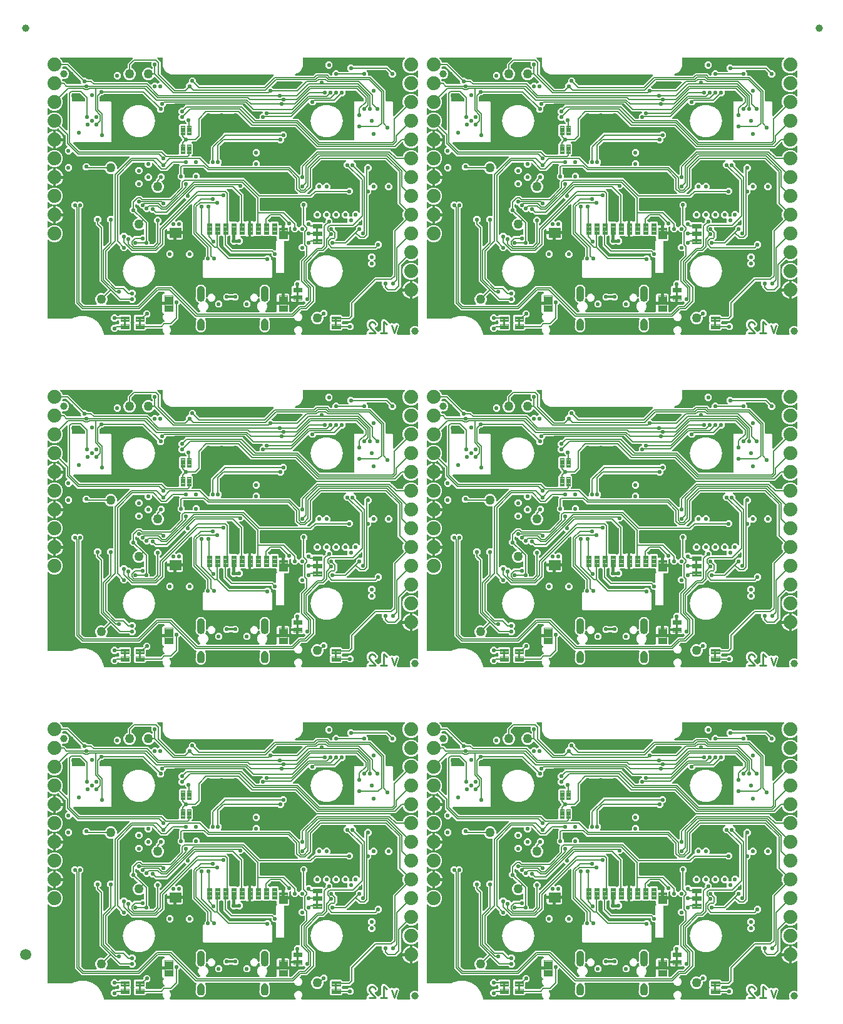
<source format=gbl>
G04 EAGLE Gerber RS-274X export*
G75*
%MOMM*%
%FSLAX34Y34*%
%LPD*%
%INBottom Copper*%
%IPPOS*%
%AMOC8*
5,1,8,0,0,1.08239X$1,22.5*%
G01*
%ADD10C,0.279400*%
%ADD11C,0.099059*%
%ADD12C,1.000000*%
%ADD13C,0.654000*%
%ADD14C,0.105000*%
%ADD15C,0.096000*%
%ADD16C,0.098000*%
%ADD17C,1.270000*%
%ADD18C,1.879600*%
%ADD19C,0.101600*%
%ADD20C,1.500000*%
%ADD21C,0.554000*%
%ADD22C,0.304800*%
%ADD23C,0.152400*%
%ADD24C,0.406400*%
%ADD25C,0.203200*%

G36*
X851465Y452633D02*
X851465Y452633D01*
X851494Y452630D01*
X851605Y452653D01*
X851717Y452669D01*
X851744Y452681D01*
X851773Y452686D01*
X851874Y452739D01*
X851977Y452785D01*
X851999Y452804D01*
X852025Y452817D01*
X852107Y452895D01*
X852194Y452968D01*
X852210Y452993D01*
X852231Y453013D01*
X852288Y453111D01*
X852351Y453205D01*
X852360Y453233D01*
X852375Y453258D01*
X852403Y453368D01*
X852437Y453476D01*
X852438Y453506D01*
X852445Y453534D01*
X852441Y453647D01*
X852444Y453760D01*
X852437Y453789D01*
X852436Y453818D01*
X852401Y453926D01*
X852373Y454035D01*
X852358Y454061D01*
X852349Y454089D01*
X852303Y454153D01*
X852227Y454280D01*
X852182Y454323D01*
X852154Y454362D01*
X851290Y455226D01*
X850447Y457259D01*
X850447Y459461D01*
X851290Y461494D01*
X852846Y463050D01*
X854879Y463893D01*
X857081Y463893D01*
X859114Y463050D01*
X860670Y461494D01*
X861513Y459461D01*
X861513Y457259D01*
X860670Y455226D01*
X859806Y454362D01*
X859789Y454338D01*
X859766Y454319D01*
X859704Y454225D01*
X859635Y454135D01*
X859625Y454107D01*
X859609Y454083D01*
X859575Y453975D01*
X859534Y453869D01*
X859532Y453840D01*
X859523Y453812D01*
X859520Y453698D01*
X859511Y453586D01*
X859516Y453557D01*
X859516Y453528D01*
X859544Y453418D01*
X859567Y453307D01*
X859580Y453281D01*
X859587Y453253D01*
X859645Y453155D01*
X859697Y453055D01*
X859718Y453033D01*
X859733Y453008D01*
X859815Y452931D01*
X859893Y452849D01*
X859919Y452834D01*
X859940Y452814D01*
X860041Y452762D01*
X860139Y452705D01*
X860167Y452698D01*
X860193Y452684D01*
X860270Y452671D01*
X860414Y452635D01*
X860477Y452637D01*
X860524Y452629D01*
X947239Y452629D01*
X947297Y452637D01*
X947355Y452635D01*
X947437Y452657D01*
X947520Y452669D01*
X947574Y452692D01*
X947630Y452707D01*
X947703Y452750D01*
X947780Y452785D01*
X947824Y452823D01*
X947875Y452852D01*
X947932Y452914D01*
X947997Y452968D01*
X948029Y453017D01*
X948069Y453060D01*
X948108Y453135D01*
X948154Y453205D01*
X948172Y453261D01*
X948199Y453313D01*
X948210Y453381D01*
X948240Y453476D01*
X948243Y453576D01*
X948254Y453644D01*
X948254Y456208D01*
X950263Y458217D01*
X950397Y458217D01*
X950526Y458235D01*
X950656Y458250D01*
X950667Y458255D01*
X950679Y458257D01*
X950797Y458310D01*
X950918Y458360D01*
X950927Y458368D01*
X950938Y458373D01*
X951037Y458457D01*
X951139Y458539D01*
X951146Y458549D01*
X951155Y458556D01*
X951227Y458665D01*
X951302Y458772D01*
X951306Y458783D01*
X951313Y458793D01*
X951352Y458917D01*
X951394Y459041D01*
X951395Y459053D01*
X951399Y459064D01*
X951402Y459195D01*
X951408Y459325D01*
X951406Y459336D01*
X951406Y459348D01*
X951373Y459474D01*
X951343Y459601D01*
X951337Y459611D01*
X951334Y459623D01*
X951189Y459868D01*
X951178Y459878D01*
X951171Y459890D01*
X950471Y460713D01*
X950426Y460753D01*
X950398Y460791D01*
X949459Y461684D01*
X949331Y461985D01*
X949301Y462033D01*
X949290Y462079D01*
X948254Y464497D01*
X948254Y467949D01*
X950177Y471280D01*
X953507Y473203D01*
X957184Y473203D01*
X960387Y471775D01*
X962732Y469168D01*
X963272Y467499D01*
X963710Y466148D01*
X962418Y463618D01*
X959616Y462710D01*
X959514Y462660D01*
X959409Y462616D01*
X959386Y462598D01*
X959361Y462586D01*
X959276Y462509D01*
X959187Y462438D01*
X959171Y462414D01*
X959150Y462395D01*
X959090Y462298D01*
X959024Y462205D01*
X959015Y462178D01*
X959000Y462154D01*
X958969Y462044D01*
X958932Y461936D01*
X958931Y461907D01*
X958923Y461880D01*
X958924Y461766D01*
X958918Y461652D01*
X958925Y461624D01*
X958925Y461596D01*
X958957Y461486D01*
X958984Y461375D01*
X958997Y461353D01*
X959006Y461323D01*
X959145Y461105D01*
X959156Y461087D01*
X962506Y457145D01*
X962541Y457115D01*
X962562Y457085D01*
X962944Y456702D01*
X962991Y456667D01*
X963031Y456625D01*
X963104Y456582D01*
X963172Y456531D01*
X963226Y456511D01*
X963277Y456481D01*
X963358Y456460D01*
X963437Y456430D01*
X963496Y456425D01*
X963552Y456411D01*
X963636Y456414D01*
X963721Y456407D01*
X963778Y456418D01*
X963836Y456420D01*
X963917Y456446D01*
X963999Y456463D01*
X964051Y456490D01*
X964107Y456508D01*
X964163Y456548D01*
X964252Y456594D01*
X964324Y456662D01*
X964380Y456702D01*
X965894Y458217D01*
X967033Y458217D01*
X967091Y458225D01*
X967149Y458223D01*
X967231Y458245D01*
X967314Y458257D01*
X967368Y458280D01*
X967424Y458295D01*
X967497Y458338D01*
X967574Y458373D01*
X967618Y458411D01*
X967669Y458440D01*
X967726Y458502D01*
X967791Y458556D01*
X967823Y458605D01*
X967863Y458648D01*
X967902Y458723D01*
X967948Y458793D01*
X967966Y458849D01*
X967993Y458901D01*
X968004Y458969D01*
X968034Y459064D01*
X968037Y459164D01*
X968048Y459232D01*
X968048Y469527D01*
X968039Y469590D01*
X968042Y469639D01*
X967909Y470837D01*
X967914Y470847D01*
X967970Y470943D01*
X967978Y470973D01*
X967993Y471001D01*
X968006Y471079D01*
X968031Y471176D01*
X968879Y472024D01*
X968917Y472075D01*
X968953Y472108D01*
X969707Y473049D01*
X969717Y473053D01*
X969825Y473080D01*
X969852Y473096D01*
X969882Y473106D01*
X969946Y473152D01*
X970033Y473203D01*
X971232Y473203D01*
X971295Y473212D01*
X971344Y473209D01*
X972542Y473342D01*
X972552Y473337D01*
X972647Y473280D01*
X972678Y473273D01*
X972706Y473258D01*
X972784Y473245D01*
X972881Y473220D01*
X973729Y472372D01*
X973780Y472334D01*
X973813Y472297D01*
X979021Y468131D01*
X979070Y468047D01*
X979087Y468031D01*
X979100Y468012D01*
X979190Y467934D01*
X979277Y467852D01*
X979297Y467841D01*
X979315Y467826D01*
X979423Y467776D01*
X979529Y467721D01*
X979552Y467716D01*
X979573Y467707D01*
X979691Y467689D01*
X979808Y467666D01*
X979831Y467668D01*
X979854Y467664D01*
X979929Y467676D01*
X980091Y467690D01*
X980143Y467709D01*
X980185Y467716D01*
X982479Y468481D01*
X985092Y467174D01*
X985108Y467169D01*
X985122Y467160D01*
X985243Y467124D01*
X985361Y467084D01*
X985378Y467083D01*
X985395Y467078D01*
X985521Y467077D01*
X985645Y467072D01*
X985662Y467076D01*
X985679Y467076D01*
X985747Y467097D01*
X985922Y467139D01*
X985963Y467163D01*
X986000Y467174D01*
X988613Y468481D01*
X991308Y467582D01*
X992579Y465041D01*
X989268Y455108D01*
X989265Y455093D01*
X989259Y455079D01*
X989240Y454953D01*
X989217Y454828D01*
X989218Y454813D01*
X989216Y454798D01*
X989227Y454730D01*
X989245Y454546D01*
X989252Y454529D01*
X989036Y454098D01*
X989033Y454090D01*
X989029Y454083D01*
X988988Y453955D01*
X988946Y453828D01*
X988945Y453820D01*
X988943Y453812D01*
X988939Y453677D01*
X988934Y453544D01*
X988936Y453536D01*
X988935Y453528D01*
X988969Y453398D01*
X989001Y453268D01*
X989005Y453261D01*
X989007Y453253D01*
X989075Y453139D01*
X989142Y453021D01*
X989148Y453015D01*
X989153Y453008D01*
X989250Y452917D01*
X989346Y452823D01*
X989354Y452819D01*
X989360Y452814D01*
X989479Y452753D01*
X989597Y452690D01*
X989605Y452688D01*
X989613Y452684D01*
X989665Y452675D01*
X989875Y452631D01*
X989913Y452634D01*
X989944Y452629D01*
X1006222Y452629D01*
X1006336Y452645D01*
X1006450Y452655D01*
X1006476Y452665D01*
X1006503Y452669D01*
X1006608Y452716D01*
X1006715Y452757D01*
X1006737Y452773D01*
X1006763Y452785D01*
X1006850Y452859D01*
X1006942Y452928D01*
X1006959Y452951D01*
X1006980Y452968D01*
X1007043Y453064D01*
X1007112Y453156D01*
X1007122Y453182D01*
X1007137Y453205D01*
X1007172Y453315D01*
X1007213Y453422D01*
X1007215Y453450D01*
X1007223Y453476D01*
X1007226Y453591D01*
X1007235Y453705D01*
X1007230Y453730D01*
X1007230Y453760D01*
X1007163Y454017D01*
X1007160Y454033D01*
X1006427Y455801D01*
X1006427Y458599D01*
X1007498Y461184D01*
X1009476Y463162D01*
X1012061Y464233D01*
X1014859Y464233D01*
X1016627Y463500D01*
X1016739Y463472D01*
X1016848Y463437D01*
X1016876Y463436D01*
X1016903Y463429D01*
X1017017Y463432D01*
X1017132Y463430D01*
X1017159Y463437D01*
X1017187Y463437D01*
X1017296Y463472D01*
X1017407Y463501D01*
X1017431Y463516D01*
X1017458Y463524D01*
X1017553Y463588D01*
X1017652Y463647D01*
X1017671Y463667D01*
X1017694Y463682D01*
X1017768Y463770D01*
X1017846Y463854D01*
X1017859Y463879D01*
X1017877Y463900D01*
X1017923Y464005D01*
X1017976Y464107D01*
X1017980Y464132D01*
X1017992Y464160D01*
X1018029Y464423D01*
X1018031Y464438D01*
X1018031Y503396D01*
X1018027Y503425D01*
X1018030Y503455D01*
X1018024Y503483D01*
X1018025Y503508D01*
X1018005Y503583D01*
X1017991Y503678D01*
X1017979Y503705D01*
X1017974Y503733D01*
X1017957Y503765D01*
X1017953Y503783D01*
X1017919Y503839D01*
X1017875Y503937D01*
X1017856Y503960D01*
X1017843Y503986D01*
X1017814Y504016D01*
X1017808Y504027D01*
X1017770Y504063D01*
X1017765Y504068D01*
X1017692Y504154D01*
X1017667Y504171D01*
X1017647Y504192D01*
X1017607Y504215D01*
X1017600Y504222D01*
X1017568Y504238D01*
X1017549Y504249D01*
X1017455Y504312D01*
X1017427Y504321D01*
X1017402Y504336D01*
X1017353Y504348D01*
X1017347Y504351D01*
X1017329Y504354D01*
X1017292Y504363D01*
X1017184Y504398D01*
X1017155Y504398D01*
X1017126Y504406D01*
X1017038Y504403D01*
X1017016Y504406D01*
X1017011Y504406D01*
X1016984Y504403D01*
X1016900Y504405D01*
X1016871Y504398D01*
X1016842Y504397D01*
X1016765Y504372D01*
X1016729Y504367D01*
X1016696Y504352D01*
X1016625Y504333D01*
X1016599Y504318D01*
X1016571Y504309D01*
X1016521Y504273D01*
X1016470Y504250D01*
X1016434Y504220D01*
X1016380Y504188D01*
X1016337Y504142D01*
X1016298Y504114D01*
X1016157Y503974D01*
X1014637Y502869D01*
X1012963Y502016D01*
X1011176Y501435D01*
X1010411Y501314D01*
X1010411Y512064D01*
X1010403Y512122D01*
X1010405Y512180D01*
X1010383Y512262D01*
X1010371Y512345D01*
X1010347Y512399D01*
X1010333Y512455D01*
X1010290Y512528D01*
X1010255Y512605D01*
X1010217Y512649D01*
X1010187Y512700D01*
X1010126Y512757D01*
X1010071Y512822D01*
X1010023Y512854D01*
X1009980Y512894D01*
X1009905Y512933D01*
X1009835Y512979D01*
X1009779Y512997D01*
X1009727Y513024D01*
X1009659Y513035D01*
X1009564Y513065D01*
X1009464Y513068D01*
X1009396Y513079D01*
X1008379Y513079D01*
X1008379Y513081D01*
X1009396Y513081D01*
X1009454Y513089D01*
X1009512Y513088D01*
X1009594Y513109D01*
X1009677Y513121D01*
X1009731Y513145D01*
X1009787Y513159D01*
X1009860Y513202D01*
X1009937Y513237D01*
X1009982Y513275D01*
X1010032Y513305D01*
X1010090Y513366D01*
X1010154Y513421D01*
X1010186Y513469D01*
X1010226Y513512D01*
X1010265Y513587D01*
X1010311Y513657D01*
X1010329Y513713D01*
X1010356Y513765D01*
X1010367Y513833D01*
X1010397Y513928D01*
X1010400Y514028D01*
X1010411Y514096D01*
X1010411Y524846D01*
X1011176Y524725D01*
X1012963Y524144D01*
X1014637Y523291D01*
X1016157Y522186D01*
X1016298Y522046D01*
X1016322Y522028D01*
X1016341Y522006D01*
X1016435Y521943D01*
X1016525Y521875D01*
X1016553Y521864D01*
X1016577Y521848D01*
X1016685Y521814D01*
X1016791Y521774D01*
X1016820Y521771D01*
X1016848Y521762D01*
X1016961Y521759D01*
X1017074Y521750D01*
X1017103Y521756D01*
X1017132Y521755D01*
X1017242Y521784D01*
X1017353Y521806D01*
X1017379Y521819D01*
X1017407Y521827D01*
X1017505Y521885D01*
X1017605Y521937D01*
X1017627Y521957D01*
X1017652Y521972D01*
X1017729Y522055D01*
X1017811Y522133D01*
X1017826Y522158D01*
X1017846Y522179D01*
X1017898Y522280D01*
X1017955Y522378D01*
X1017962Y522406D01*
X1017976Y522433D01*
X1017989Y522510D01*
X1018025Y522653D01*
X1018023Y522716D01*
X1018031Y522764D01*
X1018031Y529515D01*
X1018027Y529544D01*
X1018030Y529573D01*
X1018007Y529684D01*
X1017991Y529796D01*
X1017979Y529823D01*
X1017974Y529852D01*
X1017921Y529952D01*
X1017875Y530056D01*
X1017856Y530078D01*
X1017843Y530104D01*
X1017765Y530186D01*
X1017692Y530273D01*
X1017667Y530289D01*
X1017647Y530310D01*
X1017549Y530367D01*
X1017455Y530430D01*
X1017427Y530439D01*
X1017402Y530454D01*
X1017292Y530482D01*
X1017184Y530516D01*
X1017154Y530517D01*
X1017126Y530524D01*
X1017013Y530520D01*
X1016900Y530523D01*
X1016871Y530516D01*
X1016842Y530515D01*
X1016734Y530480D01*
X1016625Y530452D01*
X1016599Y530437D01*
X1016571Y530428D01*
X1016507Y530382D01*
X1016380Y530306D01*
X1016337Y530261D01*
X1016298Y530233D01*
X1014855Y528789D01*
X1010654Y527049D01*
X1006106Y527049D01*
X1001905Y528790D01*
X998690Y532005D01*
X996949Y536206D01*
X996949Y540754D01*
X998690Y544955D01*
X1001905Y548170D01*
X1006106Y549911D01*
X1010654Y549911D01*
X1014855Y548171D01*
X1016298Y546727D01*
X1016322Y546710D01*
X1016341Y546687D01*
X1016435Y546625D01*
X1016525Y546556D01*
X1016553Y546546D01*
X1016577Y546530D01*
X1016685Y546496D01*
X1016791Y546455D01*
X1016820Y546453D01*
X1016848Y546444D01*
X1016962Y546441D01*
X1017074Y546432D01*
X1017103Y546437D01*
X1017132Y546437D01*
X1017242Y546465D01*
X1017353Y546488D01*
X1017379Y546501D01*
X1017407Y546508D01*
X1017505Y546566D01*
X1017605Y546619D01*
X1017627Y546639D01*
X1017652Y546654D01*
X1017729Y546736D01*
X1017811Y546814D01*
X1017826Y546840D01*
X1017846Y546861D01*
X1017898Y546962D01*
X1017955Y547060D01*
X1017962Y547088D01*
X1017976Y547114D01*
X1017989Y547192D01*
X1018025Y547335D01*
X1018023Y547398D01*
X1018031Y547445D01*
X1018031Y554915D01*
X1018027Y554944D01*
X1018030Y554973D01*
X1018007Y555084D01*
X1017991Y555196D01*
X1017979Y555223D01*
X1017974Y555252D01*
X1017921Y555352D01*
X1017875Y555456D01*
X1017856Y555478D01*
X1017843Y555504D01*
X1017765Y555586D01*
X1017692Y555673D01*
X1017667Y555689D01*
X1017647Y555710D01*
X1017549Y555767D01*
X1017455Y555830D01*
X1017427Y555839D01*
X1017402Y555854D01*
X1017292Y555882D01*
X1017184Y555916D01*
X1017154Y555917D01*
X1017126Y555924D01*
X1017013Y555920D01*
X1016900Y555923D01*
X1016871Y555916D01*
X1016842Y555915D01*
X1016734Y555880D01*
X1016625Y555852D01*
X1016599Y555837D01*
X1016571Y555828D01*
X1016507Y555782D01*
X1016380Y555706D01*
X1016337Y555661D01*
X1016298Y555633D01*
X1014855Y554189D01*
X1010654Y552449D01*
X1006106Y552449D01*
X1003053Y553714D01*
X1003051Y553714D01*
X1003050Y553715D01*
X1002916Y553749D01*
X1002777Y553785D01*
X1002776Y553785D01*
X1002774Y553785D01*
X1002634Y553781D01*
X1002493Y553777D01*
X1002492Y553776D01*
X1002490Y553776D01*
X1002357Y553733D01*
X1002223Y553690D01*
X1002221Y553689D01*
X1002220Y553689D01*
X1002208Y553680D01*
X1001986Y553532D01*
X1001967Y553509D01*
X1001946Y553494D01*
X994962Y546510D01*
X994910Y546440D01*
X994850Y546376D01*
X994824Y546327D01*
X994791Y546283D01*
X994760Y546201D01*
X994720Y546123D01*
X994712Y546075D01*
X994690Y546017D01*
X994678Y545869D01*
X994665Y545792D01*
X994665Y517002D01*
X992730Y515068D01*
X989882Y512220D01*
X987948Y510285D01*
X976107Y510285D01*
X970660Y515732D01*
X970660Y517552D01*
X970648Y517639D01*
X970645Y517726D01*
X970628Y517779D01*
X970620Y517834D01*
X970585Y517913D01*
X970558Y517997D01*
X970530Y518036D01*
X970504Y518093D01*
X970408Y518206D01*
X970363Y518270D01*
X968652Y519981D01*
X968652Y523597D01*
X968644Y523655D01*
X968646Y523713D01*
X968624Y523795D01*
X968612Y523879D01*
X968589Y523932D01*
X968574Y523988D01*
X968531Y524061D01*
X968496Y524138D01*
X968458Y524183D01*
X968429Y524233D01*
X968367Y524291D01*
X968313Y524355D01*
X968264Y524387D01*
X968221Y524427D01*
X968146Y524466D01*
X968076Y524513D01*
X968020Y524530D01*
X967968Y524557D01*
X967900Y524568D01*
X967805Y524598D01*
X967705Y524601D01*
X967637Y524612D01*
X962055Y524612D01*
X961969Y524600D01*
X961881Y524597D01*
X961828Y524580D01*
X961774Y524572D01*
X961694Y524537D01*
X961611Y524510D01*
X961571Y524482D01*
X961514Y524456D01*
X961401Y524360D01*
X961337Y524315D01*
X931462Y494440D01*
X931410Y494370D01*
X931350Y494306D01*
X931324Y494257D01*
X931291Y494213D01*
X931260Y494131D01*
X931220Y494053D01*
X931212Y494005D01*
X931190Y493947D01*
X931178Y493799D01*
X931165Y493722D01*
X931165Y476362D01*
X925845Y471042D01*
X916178Y471042D01*
X916120Y471034D01*
X916062Y471036D01*
X915980Y471014D01*
X915896Y471002D01*
X915843Y470979D01*
X915787Y470964D01*
X915714Y470921D01*
X915637Y470886D01*
X915592Y470848D01*
X915542Y470819D01*
X915484Y470757D01*
X915420Y470703D01*
X915388Y470654D01*
X915348Y470611D01*
X915309Y470536D01*
X915262Y470466D01*
X915245Y470410D01*
X915218Y470358D01*
X915207Y470290D01*
X915177Y470195D01*
X915174Y470095D01*
X915163Y470027D01*
X915163Y469983D01*
X914527Y469348D01*
X914492Y469301D01*
X914450Y469261D01*
X914407Y469188D01*
X914357Y469121D01*
X914336Y469066D01*
X914306Y469016D01*
X914285Y468934D01*
X914255Y468855D01*
X914251Y468797D01*
X914236Y468740D01*
X914239Y468656D01*
X914232Y468572D01*
X914243Y468514D01*
X914245Y468456D01*
X914271Y468376D01*
X914288Y468293D01*
X914315Y468241D01*
X914333Y468185D01*
X914373Y468129D01*
X914419Y468041D01*
X914487Y467968D01*
X914527Y467912D01*
X915163Y467277D01*
X915163Y467233D01*
X915171Y467175D01*
X915169Y467117D01*
X915191Y467035D01*
X915203Y466951D01*
X915226Y466898D01*
X915241Y466842D01*
X915284Y466769D01*
X915319Y466692D01*
X915357Y466647D01*
X915386Y466597D01*
X915448Y466539D01*
X915502Y466475D01*
X915551Y466443D01*
X915594Y466403D01*
X915669Y466364D01*
X915739Y466317D01*
X915795Y466300D01*
X915847Y466273D01*
X915915Y466262D01*
X916010Y466232D01*
X916110Y466229D01*
X916178Y466218D01*
X921285Y466218D01*
X921372Y466230D01*
X921459Y466233D01*
X921512Y466250D01*
X921567Y466258D01*
X921646Y466293D01*
X921730Y466320D01*
X921769Y466348D01*
X921826Y466374D01*
X921939Y466470D01*
X922003Y466515D01*
X923841Y468353D01*
X927819Y468353D01*
X930633Y465539D01*
X930633Y461561D01*
X927819Y458747D01*
X923841Y458747D01*
X922257Y460331D01*
X922187Y460383D01*
X922123Y460443D01*
X922074Y460469D01*
X922030Y460502D01*
X921948Y460533D01*
X921870Y460573D01*
X921823Y460581D01*
X921764Y460603D01*
X921616Y460615D01*
X921539Y460628D01*
X916178Y460628D01*
X916120Y460620D01*
X916062Y460622D01*
X915980Y460600D01*
X915896Y460588D01*
X915843Y460565D01*
X915787Y460550D01*
X915714Y460507D01*
X915637Y460472D01*
X915592Y460434D01*
X915542Y460405D01*
X915484Y460343D01*
X915420Y460289D01*
X915388Y460240D01*
X915348Y460197D01*
X915309Y460122D01*
X915262Y460052D01*
X915245Y459996D01*
X915218Y459944D01*
X915207Y459876D01*
X915177Y459781D01*
X915174Y459681D01*
X915163Y459613D01*
X915163Y459569D01*
X913682Y458088D01*
X899878Y458088D01*
X898397Y459569D01*
X898397Y467277D01*
X899033Y467912D01*
X899068Y467959D01*
X899110Y467999D01*
X899153Y468072D01*
X899203Y468139D01*
X899224Y468194D01*
X899254Y468244D01*
X899275Y468326D01*
X899305Y468405D01*
X899309Y468463D01*
X899324Y468520D01*
X899321Y468604D01*
X899328Y468688D01*
X899317Y468746D01*
X899315Y468804D01*
X899289Y468884D01*
X899272Y468967D01*
X899245Y469019D01*
X899227Y469075D01*
X899187Y469131D01*
X899141Y469219D01*
X899073Y469292D01*
X899033Y469348D01*
X898397Y469983D01*
X898397Y477691D01*
X899878Y479172D01*
X913682Y479172D01*
X915163Y477691D01*
X915163Y477647D01*
X915171Y477589D01*
X915169Y477531D01*
X915191Y477449D01*
X915203Y477365D01*
X915226Y477312D01*
X915241Y477256D01*
X915284Y477183D01*
X915319Y477106D01*
X915357Y477061D01*
X915386Y477011D01*
X915448Y476953D01*
X915502Y476889D01*
X915551Y476857D01*
X915594Y476817D01*
X915669Y476778D01*
X915739Y476731D01*
X915795Y476714D01*
X915847Y476687D01*
X915915Y476676D01*
X916010Y476646D01*
X916110Y476643D01*
X916178Y476632D01*
X923109Y476632D01*
X923195Y476644D01*
X923283Y476647D01*
X923336Y476664D01*
X923390Y476672D01*
X923470Y476707D01*
X923553Y476734D01*
X923593Y476762D01*
X923650Y476788D01*
X923763Y476884D01*
X923827Y476929D01*
X925278Y478380D01*
X925330Y478450D01*
X925390Y478514D01*
X925416Y478563D01*
X925449Y478607D01*
X925480Y478689D01*
X925520Y478767D01*
X925528Y478815D01*
X925550Y478873D01*
X925562Y479021D01*
X925575Y479098D01*
X925575Y496458D01*
X927510Y498392D01*
X957385Y528267D01*
X959319Y530202D01*
X979981Y530202D01*
X980067Y530214D01*
X980155Y530217D01*
X980208Y530234D01*
X980262Y530242D01*
X980342Y530277D01*
X980425Y530304D01*
X980465Y530332D01*
X980522Y530358D01*
X980635Y530454D01*
X980699Y530499D01*
X983190Y532990D01*
X983242Y533060D01*
X983302Y533124D01*
X983328Y533173D01*
X983361Y533217D01*
X983392Y533299D01*
X983432Y533377D01*
X983440Y533425D01*
X983462Y533483D01*
X983474Y533631D01*
X983487Y533708D01*
X983487Y593740D01*
X985422Y595674D01*
X997994Y608246D01*
X997995Y608248D01*
X997996Y608249D01*
X998082Y608364D01*
X998165Y608474D01*
X998165Y608475D01*
X998166Y608476D01*
X998217Y608610D01*
X998266Y608739D01*
X998266Y608741D01*
X998267Y608742D01*
X998278Y608887D01*
X998290Y609023D01*
X998289Y609024D01*
X998290Y609026D01*
X998286Y609041D01*
X998279Y609077D01*
X998279Y609094D01*
X998263Y609157D01*
X998234Y609301D01*
X998220Y609328D01*
X998214Y609353D01*
X996949Y612406D01*
X996949Y616954D01*
X998214Y620007D01*
X998214Y620009D01*
X998215Y620010D01*
X998248Y620137D01*
X998285Y620283D01*
X998285Y620284D01*
X998285Y620286D01*
X998281Y620425D01*
X998277Y620567D01*
X998276Y620568D01*
X998276Y620570D01*
X998234Y620700D01*
X998190Y620837D01*
X998189Y620839D01*
X998189Y620840D01*
X998180Y620852D01*
X998032Y621074D01*
X998009Y621093D01*
X997994Y621114D01*
X992026Y627082D01*
X990091Y629016D01*
X990091Y671493D01*
X990079Y671580D01*
X990076Y671667D01*
X990059Y671720D01*
X990051Y671775D01*
X990016Y671854D01*
X989989Y671938D01*
X989961Y671977D01*
X989935Y672034D01*
X989839Y672147D01*
X989794Y672211D01*
X973709Y688296D01*
X973639Y688348D01*
X973575Y688408D01*
X973526Y688434D01*
X973482Y688467D01*
X973400Y688498D01*
X973322Y688538D01*
X973275Y688546D01*
X973216Y688568D01*
X973068Y688580D01*
X972991Y688593D01*
X931470Y688593D01*
X931441Y688589D01*
X931412Y688592D01*
X931301Y688569D01*
X931188Y688553D01*
X931162Y688541D01*
X931133Y688536D01*
X931032Y688483D01*
X930929Y688437D01*
X930907Y688418D01*
X930880Y688405D01*
X930798Y688327D01*
X930712Y688254D01*
X930696Y688229D01*
X930674Y688209D01*
X930617Y688111D01*
X930554Y688017D01*
X930545Y687989D01*
X930531Y687964D01*
X930503Y687854D01*
X930469Y687746D01*
X930468Y687716D01*
X930461Y687688D01*
X930464Y687575D01*
X930461Y687462D01*
X930469Y687433D01*
X930470Y687404D01*
X930504Y687296D01*
X930533Y687187D01*
X930548Y687161D01*
X930557Y687133D01*
X930603Y687070D01*
X930678Y686942D01*
X930724Y686899D01*
X930752Y686860D01*
X933633Y683979D01*
X933633Y681560D01*
X933645Y681474D01*
X933648Y681386D01*
X933665Y681333D01*
X933673Y681279D01*
X933708Y681199D01*
X933735Y681116D01*
X933763Y681076D01*
X933789Y681019D01*
X933885Y680906D01*
X933930Y680842D01*
X943564Y671208D01*
X943588Y671191D01*
X943607Y671168D01*
X943701Y671105D01*
X943791Y671037D01*
X943819Y671027D01*
X943843Y671011D01*
X943951Y670976D01*
X944057Y670936D01*
X944086Y670934D01*
X944114Y670925D01*
X944228Y670922D01*
X944340Y670913D01*
X944369Y670918D01*
X944398Y670918D01*
X944508Y670946D01*
X944619Y670968D01*
X944645Y670982D01*
X944673Y670989D01*
X944771Y671047D01*
X944871Y671099D01*
X944893Y671120D01*
X944918Y671135D01*
X944995Y671217D01*
X945077Y671295D01*
X945092Y671321D01*
X945112Y671342D01*
X945164Y671443D01*
X945221Y671540D01*
X945228Y671569D01*
X945242Y671595D01*
X945255Y671672D01*
X945291Y671816D01*
X945289Y671878D01*
X945297Y671926D01*
X945297Y675630D01*
X945285Y675717D01*
X945282Y675804D01*
X945265Y675857D01*
X945257Y675912D01*
X945222Y675991D01*
X945195Y676075D01*
X945167Y676114D01*
X945157Y676135D01*
X945157Y680169D01*
X947971Y682983D01*
X951949Y682983D01*
X954763Y680169D01*
X954763Y676191D01*
X951949Y673377D01*
X951902Y673377D01*
X951844Y673369D01*
X951786Y673371D01*
X951704Y673349D01*
X951620Y673337D01*
X951567Y673314D01*
X951511Y673299D01*
X951438Y673256D01*
X951361Y673221D01*
X951316Y673183D01*
X951266Y673154D01*
X951208Y673092D01*
X951144Y673038D01*
X951112Y672989D01*
X951072Y672946D01*
X951033Y672871D01*
X950986Y672801D01*
X950969Y672745D01*
X950942Y672693D01*
X950931Y672625D01*
X950901Y672530D01*
X950898Y672430D01*
X950887Y672362D01*
X950887Y655330D01*
X950891Y655301D01*
X950888Y655272D01*
X950911Y655161D01*
X950927Y655048D01*
X950939Y655022D01*
X950944Y654993D01*
X950997Y654892D01*
X951043Y654789D01*
X951062Y654767D01*
X951075Y654740D01*
X951153Y654658D01*
X951226Y654572D01*
X951251Y654556D01*
X951271Y654534D01*
X951369Y654477D01*
X951463Y654414D01*
X951491Y654405D01*
X951516Y654391D01*
X951626Y654363D01*
X951734Y654329D01*
X951764Y654328D01*
X951792Y654321D01*
X951905Y654324D01*
X952018Y654321D01*
X952047Y654329D01*
X952076Y654330D01*
X952184Y654364D01*
X952293Y654393D01*
X952319Y654408D01*
X952347Y654417D01*
X952410Y654463D01*
X952538Y654538D01*
X952581Y654584D01*
X952620Y654612D01*
X955591Y657583D01*
X959569Y657583D01*
X962383Y654769D01*
X962383Y650791D01*
X959569Y647977D01*
X955500Y647977D01*
X955442Y647969D01*
X955384Y647971D01*
X955302Y647949D01*
X955218Y647937D01*
X955165Y647914D01*
X955109Y647899D01*
X955036Y647856D01*
X954959Y647821D01*
X954914Y647783D01*
X954864Y647754D01*
X954806Y647692D01*
X954742Y647638D01*
X954710Y647589D01*
X954670Y647546D01*
X954631Y647471D01*
X954584Y647401D01*
X954567Y647345D01*
X954540Y647293D01*
X954529Y647225D01*
X954499Y647130D01*
X954496Y647030D01*
X954485Y646962D01*
X954485Y644441D01*
X951633Y641589D01*
X951620Y641587D01*
X951567Y641564D01*
X951511Y641549D01*
X951438Y641506D01*
X951361Y641471D01*
X951316Y641433D01*
X951266Y641404D01*
X951208Y641342D01*
X951144Y641288D01*
X951112Y641239D01*
X951072Y641196D01*
X951033Y641121D01*
X950986Y641051D01*
X950969Y640995D01*
X950942Y640943D01*
X950931Y640875D01*
X950901Y640780D01*
X950898Y640680D01*
X950887Y640612D01*
X950887Y586133D01*
X948371Y583618D01*
X946437Y581683D01*
X938364Y581683D01*
X936430Y583618D01*
X934168Y585880D01*
X934121Y585915D01*
X934081Y585957D01*
X934008Y586000D01*
X933941Y586051D01*
X933886Y586071D01*
X933836Y586101D01*
X933754Y586122D01*
X933675Y586152D01*
X933617Y586157D01*
X933560Y586171D01*
X933476Y586168D01*
X933392Y586175D01*
X933334Y586164D01*
X933276Y586162D01*
X933196Y586136D01*
X933113Y586120D01*
X933061Y586093D01*
X933005Y586075D01*
X932949Y586035D01*
X932861Y585989D01*
X932788Y585920D01*
X932732Y585880D01*
X922572Y575720D01*
X921610Y574758D01*
X921593Y574734D01*
X921570Y574715D01*
X921507Y574621D01*
X921439Y574531D01*
X921429Y574503D01*
X921413Y574479D01*
X921378Y574371D01*
X921338Y574265D01*
X921336Y574236D01*
X921327Y574208D01*
X921324Y574094D01*
X921315Y573982D01*
X921320Y573953D01*
X921320Y573924D01*
X921348Y573814D01*
X921370Y573703D01*
X921384Y573677D01*
X921391Y573649D01*
X921449Y573551D01*
X921501Y573451D01*
X921522Y573429D01*
X921537Y573404D01*
X921619Y573327D01*
X921697Y573245D01*
X921722Y573230D01*
X921744Y573210D01*
X921845Y573158D01*
X921942Y573101D01*
X921971Y573094D01*
X921997Y573080D01*
X922074Y573067D01*
X922218Y573031D01*
X922280Y573033D01*
X922328Y573025D01*
X958112Y573025D01*
X958170Y573033D01*
X958228Y573031D01*
X958310Y573053D01*
X958394Y573065D01*
X958447Y573088D01*
X958503Y573103D01*
X958576Y573146D01*
X958653Y573181D01*
X958698Y573219D01*
X958748Y573248D01*
X958806Y573310D01*
X958870Y573364D01*
X958902Y573413D01*
X958942Y573456D01*
X958981Y573531D01*
X959028Y573601D01*
X959045Y573657D01*
X959072Y573709D01*
X959083Y573777D01*
X959113Y573872D01*
X959116Y573972D01*
X959127Y574040D01*
X959127Y576029D01*
X961941Y578843D01*
X965919Y578843D01*
X968733Y576029D01*
X968733Y572051D01*
X965919Y569237D01*
X963500Y569237D01*
X963414Y569225D01*
X963326Y569222D01*
X963273Y569205D01*
X963219Y569197D01*
X963139Y569162D01*
X963056Y569135D01*
X963016Y569107D01*
X962959Y569081D01*
X962846Y568985D01*
X962782Y568940D01*
X961278Y567435D01*
X900101Y567435D01*
X897625Y569911D01*
X897579Y569946D01*
X897538Y569989D01*
X897466Y570031D01*
X897398Y570082D01*
X897344Y570103D01*
X897293Y570132D01*
X897211Y570153D01*
X897133Y570183D01*
X897074Y570188D01*
X897018Y570203D01*
X896933Y570200D01*
X896849Y570207D01*
X896792Y570195D01*
X896733Y570194D01*
X896653Y570168D01*
X896570Y570151D01*
X896519Y570124D01*
X896463Y570106D01*
X896407Y570066D01*
X896318Y570020D01*
X896246Y569951D01*
X896190Y569911D01*
X894686Y568408D01*
X891838Y565560D01*
X889904Y563625D01*
X884228Y563625D01*
X884142Y563613D01*
X884054Y563610D01*
X884001Y563593D01*
X883947Y563585D01*
X883867Y563550D01*
X883784Y563523D01*
X883744Y563495D01*
X883687Y563469D01*
X883574Y563373D01*
X883510Y563328D01*
X869232Y549050D01*
X869180Y548980D01*
X869120Y548916D01*
X869094Y548867D01*
X869061Y548823D01*
X869030Y548741D01*
X868990Y548663D01*
X868982Y548615D01*
X868960Y548557D01*
X868948Y548409D01*
X868935Y548332D01*
X868935Y528628D01*
X868947Y528542D01*
X868950Y528454D01*
X868967Y528401D01*
X868975Y528347D01*
X869010Y528267D01*
X869037Y528184D01*
X869065Y528144D01*
X869091Y528087D01*
X869187Y527974D01*
X869232Y527910D01*
X877160Y519982D01*
X879095Y518048D01*
X879095Y496682D01*
X867298Y484885D01*
X860098Y484885D01*
X860012Y484873D01*
X859924Y484870D01*
X859871Y484853D01*
X859817Y484845D01*
X859737Y484810D01*
X859654Y484783D01*
X859614Y484755D01*
X859557Y484729D01*
X859444Y484633D01*
X859380Y484588D01*
X857875Y483083D01*
X857806Y482991D01*
X857732Y482903D01*
X857721Y482878D01*
X857704Y482856D01*
X857663Y482748D01*
X857617Y482643D01*
X857613Y482616D01*
X857603Y482590D01*
X857594Y482476D01*
X857578Y482362D01*
X857582Y482334D01*
X857580Y482307D01*
X857602Y482194D01*
X857619Y482081D01*
X857630Y482055D01*
X857635Y482028D01*
X857688Y481926D01*
X857736Y481821D01*
X857754Y481800D01*
X857766Y481776D01*
X857846Y481692D01*
X857920Y481605D01*
X857941Y481592D01*
X857962Y481570D01*
X858192Y481435D01*
X858205Y481427D01*
X859114Y481050D01*
X860670Y479494D01*
X861513Y477461D01*
X861513Y475259D01*
X860670Y473226D01*
X859114Y471670D01*
X857081Y470827D01*
X854879Y470827D01*
X852846Y471670D01*
X851290Y473226D01*
X850913Y474135D01*
X850854Y474235D01*
X850801Y474337D01*
X850782Y474356D01*
X850768Y474380D01*
X850685Y474459D01*
X850606Y474543D01*
X850582Y474556D01*
X850562Y474575D01*
X850460Y474628D01*
X850360Y474686D01*
X850333Y474693D01*
X850309Y474706D01*
X850196Y474728D01*
X850085Y474756D01*
X850057Y474755D01*
X850030Y474761D01*
X849916Y474751D01*
X849800Y474747D01*
X849774Y474739D01*
X849747Y474736D01*
X849719Y474725D01*
X816898Y474725D01*
X816869Y474721D01*
X816839Y474724D01*
X816728Y474701D01*
X816616Y474685D01*
X816590Y474673D01*
X816561Y474668D01*
X816460Y474616D01*
X816357Y474569D01*
X816334Y474550D01*
X816308Y474537D01*
X816226Y474459D01*
X816140Y474386D01*
X816124Y474361D01*
X816102Y474341D01*
X816045Y474243D01*
X815982Y474149D01*
X815973Y474121D01*
X815959Y474096D01*
X815931Y473986D01*
X815896Y473878D01*
X815896Y473848D01*
X815889Y473820D01*
X815892Y473707D01*
X815889Y473594D01*
X815897Y473565D01*
X815898Y473536D01*
X815932Y473428D01*
X815961Y473319D01*
X815976Y473293D01*
X815985Y473265D01*
X816031Y473202D01*
X816106Y473074D01*
X816152Y473031D01*
X816180Y472992D01*
X816384Y472788D01*
X816615Y472127D01*
X816684Y471994D01*
X816714Y471922D01*
X817087Y471329D01*
X817165Y470633D01*
X817202Y470488D01*
X817216Y470411D01*
X817393Y469905D01*
X817387Y469869D01*
X817357Y469775D01*
X817354Y469674D01*
X817343Y469606D01*
X817343Y469114D01*
X817352Y469050D01*
X817349Y469000D01*
X817432Y468265D01*
X817420Y468244D01*
X817412Y468214D01*
X817398Y468187D01*
X817386Y468114D01*
X817358Y468025D01*
X817357Y468001D01*
X817349Y467969D01*
X817351Y467905D01*
X817343Y467856D01*
X817343Y464024D01*
X817347Y463994D01*
X817345Y463963D01*
X817367Y463853D01*
X817383Y463743D01*
X817395Y463715D01*
X817401Y463684D01*
X817433Y463627D01*
X817349Y462880D01*
X817351Y462815D01*
X817343Y462766D01*
X817343Y462274D01*
X817351Y462215D01*
X817350Y462156D01*
X817369Y462090D01*
X817383Y461993D01*
X817392Y461972D01*
X817216Y461469D01*
X817187Y461323D01*
X817165Y461247D01*
X817087Y460551D01*
X816714Y459958D01*
X816653Y459822D01*
X816615Y459753D01*
X816384Y459092D01*
X815889Y458597D01*
X815799Y458477D01*
X815747Y458419D01*
X815374Y457826D01*
X814781Y457453D01*
X814667Y457357D01*
X814603Y457311D01*
X814108Y456816D01*
X813447Y456585D01*
X813314Y456516D01*
X813242Y456486D01*
X812649Y456113D01*
X811953Y456035D01*
X811808Y455998D01*
X811731Y455984D01*
X811070Y455753D01*
X810374Y455831D01*
X810224Y455827D01*
X810146Y455831D01*
X809450Y455753D01*
X808789Y455984D01*
X808643Y456013D01*
X808567Y456035D01*
X807871Y456113D01*
X807278Y456486D01*
X807142Y456547D01*
X807073Y456585D01*
X806412Y456816D01*
X805917Y457311D01*
X805798Y457401D01*
X805739Y457453D01*
X805146Y457826D01*
X804773Y458419D01*
X804677Y458533D01*
X804631Y458597D01*
X804136Y459092D01*
X803905Y459753D01*
X803836Y459886D01*
X803806Y459958D01*
X803433Y460551D01*
X803355Y461247D01*
X803318Y461392D01*
X803304Y461469D01*
X803127Y461975D01*
X803133Y462011D01*
X803163Y462105D01*
X803166Y462206D01*
X803177Y462274D01*
X803177Y462766D01*
X803168Y462830D01*
X803171Y462880D01*
X803088Y463615D01*
X803100Y463636D01*
X803108Y463666D01*
X803122Y463693D01*
X803135Y463770D01*
X803171Y463911D01*
X803169Y463975D01*
X803177Y464024D01*
X803177Y467856D01*
X803173Y467886D01*
X803175Y467917D01*
X803169Y467950D01*
X803169Y467974D01*
X803150Y468047D01*
X803137Y468137D01*
X803125Y468165D01*
X803119Y468196D01*
X803105Y468220D01*
X803098Y468249D01*
X803088Y468265D01*
X803171Y469000D01*
X803169Y469065D01*
X803177Y469114D01*
X803177Y469606D01*
X803169Y469665D01*
X803170Y469724D01*
X803151Y469790D01*
X803137Y469887D01*
X803128Y469908D01*
X803304Y470411D01*
X803333Y470557D01*
X803355Y470633D01*
X803433Y471329D01*
X803806Y471922D01*
X803867Y472058D01*
X803905Y472127D01*
X804136Y472788D01*
X804340Y472992D01*
X804358Y473016D01*
X804380Y473035D01*
X804443Y473129D01*
X804511Y473219D01*
X804521Y473247D01*
X804538Y473271D01*
X804572Y473379D01*
X804612Y473485D01*
X804615Y473514D01*
X804624Y473542D01*
X804626Y473656D01*
X804636Y473768D01*
X804630Y473797D01*
X804631Y473826D01*
X804602Y473936D01*
X804580Y474047D01*
X804566Y474073D01*
X804559Y474101D01*
X804501Y474199D01*
X804449Y474299D01*
X804429Y474321D01*
X804414Y474346D01*
X804331Y474423D01*
X804253Y474505D01*
X804228Y474520D01*
X804206Y474540D01*
X804106Y474592D01*
X804008Y474649D01*
X803979Y474656D01*
X803953Y474670D01*
X803876Y474683D01*
X803732Y474719D01*
X803670Y474717D01*
X803622Y474725D01*
X730538Y474725D01*
X730509Y474721D01*
X730479Y474724D01*
X730368Y474701D01*
X730256Y474685D01*
X730230Y474673D01*
X730201Y474668D01*
X730100Y474616D01*
X729997Y474569D01*
X729974Y474550D01*
X729948Y474537D01*
X729866Y474459D01*
X729780Y474386D01*
X729764Y474361D01*
X729742Y474341D01*
X729685Y474243D01*
X729622Y474149D01*
X729613Y474121D01*
X729599Y474096D01*
X729571Y473986D01*
X729536Y473878D01*
X729536Y473848D01*
X729529Y473820D01*
X729532Y473707D01*
X729529Y473594D01*
X729537Y473565D01*
X729538Y473536D01*
X729572Y473428D01*
X729601Y473319D01*
X729616Y473293D01*
X729625Y473265D01*
X729671Y473202D01*
X729746Y473074D01*
X729792Y473031D01*
X729820Y472992D01*
X730024Y472788D01*
X730255Y472127D01*
X730324Y471994D01*
X730354Y471922D01*
X730727Y471329D01*
X730805Y470633D01*
X730842Y470488D01*
X730856Y470411D01*
X731033Y469905D01*
X731027Y469869D01*
X730997Y469775D01*
X730994Y469674D01*
X730983Y469606D01*
X730983Y469114D01*
X730992Y469050D01*
X730989Y469000D01*
X731072Y468265D01*
X731060Y468244D01*
X731052Y468214D01*
X731038Y468187D01*
X731026Y468114D01*
X730998Y468025D01*
X730997Y468001D01*
X730989Y467969D01*
X730991Y467905D01*
X730983Y467856D01*
X730983Y464024D01*
X730987Y463994D01*
X730985Y463963D01*
X731007Y463853D01*
X731023Y463743D01*
X731035Y463715D01*
X731041Y463684D01*
X731073Y463627D01*
X730989Y462880D01*
X730991Y462815D01*
X730983Y462766D01*
X730983Y462274D01*
X730991Y462215D01*
X730990Y462156D01*
X731009Y462090D01*
X731023Y461993D01*
X731032Y461972D01*
X730856Y461469D01*
X730827Y461323D01*
X730805Y461247D01*
X730727Y460551D01*
X730354Y459958D01*
X730293Y459822D01*
X730255Y459753D01*
X730024Y459092D01*
X729529Y458597D01*
X729439Y458478D01*
X729387Y458419D01*
X729014Y457826D01*
X728574Y457549D01*
X728573Y457549D01*
X728421Y457453D01*
X728307Y457357D01*
X728243Y457311D01*
X727748Y456816D01*
X727087Y456585D01*
X726954Y456516D01*
X726882Y456486D01*
X726289Y456113D01*
X725593Y456035D01*
X725448Y455998D01*
X725371Y455984D01*
X724710Y455753D01*
X724014Y455831D01*
X723864Y455827D01*
X723786Y455831D01*
X723090Y455753D01*
X722429Y455984D01*
X722283Y456013D01*
X722207Y456035D01*
X721511Y456113D01*
X720918Y456486D01*
X720782Y456547D01*
X720713Y456585D01*
X720052Y456816D01*
X719557Y457311D01*
X719438Y457401D01*
X719379Y457453D01*
X718786Y457826D01*
X718413Y458419D01*
X718317Y458533D01*
X718271Y458597D01*
X717776Y459092D01*
X717545Y459753D01*
X717476Y459886D01*
X717446Y459958D01*
X717073Y460551D01*
X716995Y461247D01*
X716958Y461392D01*
X716944Y461469D01*
X716767Y461975D01*
X716773Y462011D01*
X716803Y462105D01*
X716806Y462206D01*
X716817Y462274D01*
X716817Y462766D01*
X716808Y462830D01*
X716811Y462880D01*
X716728Y463615D01*
X716740Y463636D01*
X716748Y463666D01*
X716762Y463693D01*
X716775Y463770D01*
X716811Y463911D01*
X716809Y463975D01*
X716817Y464024D01*
X716817Y467856D01*
X716813Y467886D01*
X716815Y467917D01*
X716809Y467950D01*
X716809Y467974D01*
X716790Y468047D01*
X716777Y468137D01*
X716765Y468165D01*
X716759Y468196D01*
X716745Y468220D01*
X716738Y468249D01*
X716728Y468265D01*
X716811Y469000D01*
X716809Y469065D01*
X716817Y469114D01*
X716817Y469606D01*
X716809Y469665D01*
X716810Y469724D01*
X716791Y469790D01*
X716777Y469887D01*
X716768Y469908D01*
X716944Y470411D01*
X716973Y470557D01*
X716995Y470633D01*
X717073Y471329D01*
X717446Y471922D01*
X717507Y472058D01*
X717545Y472127D01*
X717776Y472788D01*
X717980Y472992D01*
X717998Y473016D01*
X718020Y473035D01*
X718083Y473129D01*
X718151Y473219D01*
X718161Y473247D01*
X718178Y473271D01*
X718212Y473379D01*
X718252Y473485D01*
X718255Y473514D01*
X718264Y473542D01*
X718266Y473656D01*
X718276Y473768D01*
X718270Y473797D01*
X718271Y473826D01*
X718242Y473936D01*
X718220Y474047D01*
X718206Y474073D01*
X718199Y474101D01*
X718141Y474199D01*
X718089Y474299D01*
X718069Y474321D01*
X718054Y474346D01*
X717971Y474423D01*
X717893Y474505D01*
X717868Y474520D01*
X717846Y474540D01*
X717746Y474592D01*
X717648Y474649D01*
X717619Y474656D01*
X717593Y474670D01*
X717516Y474683D01*
X717372Y474719D01*
X717310Y474717D01*
X717262Y474725D01*
X715979Y474725D01*
X696621Y494083D01*
X696574Y494118D01*
X696534Y494161D01*
X696461Y494203D01*
X696394Y494254D01*
X696339Y494275D01*
X696289Y494305D01*
X696207Y494325D01*
X696128Y494355D01*
X696070Y494360D01*
X696013Y494375D01*
X695929Y494372D01*
X695845Y494379D01*
X695788Y494367D01*
X695729Y494366D01*
X695649Y494340D01*
X695566Y494323D01*
X695514Y494296D01*
X695459Y494278D01*
X695402Y494238D01*
X695314Y494192D01*
X695242Y494123D01*
X695185Y494083D01*
X693972Y492870D01*
X693920Y492800D01*
X693860Y492736D01*
X693834Y492687D01*
X693801Y492643D01*
X693770Y492561D01*
X693730Y492483D01*
X693722Y492436D01*
X693700Y492377D01*
X693688Y492229D01*
X693675Y492152D01*
X693675Y473822D01*
X684418Y464565D01*
X682250Y464565D01*
X682221Y464561D01*
X682192Y464564D01*
X682081Y464541D01*
X681969Y464525D01*
X681942Y464513D01*
X681913Y464508D01*
X681812Y464455D01*
X681709Y464409D01*
X681687Y464390D01*
X681661Y464377D01*
X681579Y464299D01*
X681492Y464226D01*
X681476Y464201D01*
X681455Y464181D01*
X681398Y464083D01*
X681335Y463989D01*
X681326Y463961D01*
X681311Y463936D01*
X681283Y463826D01*
X681249Y463718D01*
X681248Y463688D01*
X681241Y463660D01*
X681245Y463547D01*
X681242Y463434D01*
X681249Y463405D01*
X681250Y463376D01*
X681285Y463268D01*
X681313Y463159D01*
X681328Y463133D01*
X681337Y463105D01*
X681383Y463041D01*
X681459Y462914D01*
X681504Y462871D01*
X681532Y462832D01*
X682870Y461494D01*
X683713Y459461D01*
X683713Y457259D01*
X682870Y455226D01*
X682006Y454362D01*
X681989Y454338D01*
X681966Y454319D01*
X681904Y454225D01*
X681835Y454135D01*
X681825Y454107D01*
X681809Y454083D01*
X681775Y453975D01*
X681734Y453869D01*
X681732Y453840D01*
X681723Y453812D01*
X681720Y453698D01*
X681711Y453586D01*
X681716Y453557D01*
X681716Y453528D01*
X681744Y453418D01*
X681767Y453307D01*
X681780Y453281D01*
X681787Y453253D01*
X681845Y453155D01*
X681897Y453055D01*
X681918Y453033D01*
X681933Y453008D01*
X682015Y452931D01*
X682093Y452849D01*
X682119Y452834D01*
X682140Y452814D01*
X682241Y452762D01*
X682339Y452705D01*
X682367Y452698D01*
X682393Y452684D01*
X682470Y452671D01*
X682614Y452635D01*
X682677Y452637D01*
X682724Y452629D01*
X851436Y452629D01*
X851465Y452633D01*
G37*
G36*
X851465Y902213D02*
X851465Y902213D01*
X851494Y902210D01*
X851605Y902233D01*
X851717Y902249D01*
X851744Y902261D01*
X851773Y902266D01*
X851874Y902319D01*
X851977Y902365D01*
X851999Y902384D01*
X852025Y902397D01*
X852107Y902475D01*
X852194Y902548D01*
X852210Y902573D01*
X852231Y902593D01*
X852288Y902691D01*
X852351Y902785D01*
X852360Y902813D01*
X852375Y902838D01*
X852403Y902948D01*
X852437Y903056D01*
X852438Y903086D01*
X852445Y903114D01*
X852441Y903227D01*
X852444Y903340D01*
X852437Y903369D01*
X852436Y903398D01*
X852401Y903506D01*
X852373Y903615D01*
X852358Y903641D01*
X852349Y903669D01*
X852303Y903733D01*
X852227Y903860D01*
X852182Y903903D01*
X852154Y903942D01*
X851290Y904806D01*
X850447Y906839D01*
X850447Y909041D01*
X851290Y911074D01*
X852846Y912630D01*
X854879Y913473D01*
X857081Y913473D01*
X859114Y912630D01*
X860670Y911074D01*
X861513Y909041D01*
X861513Y906839D01*
X860670Y904806D01*
X859806Y903942D01*
X859789Y903918D01*
X859766Y903899D01*
X859704Y903805D01*
X859635Y903715D01*
X859625Y903687D01*
X859609Y903663D01*
X859575Y903555D01*
X859534Y903449D01*
X859532Y903420D01*
X859523Y903392D01*
X859520Y903278D01*
X859511Y903166D01*
X859516Y903137D01*
X859516Y903108D01*
X859544Y902998D01*
X859567Y902887D01*
X859580Y902861D01*
X859587Y902833D01*
X859645Y902735D01*
X859697Y902635D01*
X859718Y902613D01*
X859733Y902588D01*
X859815Y902511D01*
X859893Y902429D01*
X859919Y902414D01*
X859940Y902394D01*
X860041Y902342D01*
X860139Y902285D01*
X860167Y902278D01*
X860193Y902264D01*
X860270Y902251D01*
X860414Y902215D01*
X860477Y902217D01*
X860524Y902209D01*
X947239Y902209D01*
X947297Y902217D01*
X947355Y902215D01*
X947437Y902237D01*
X947520Y902249D01*
X947574Y902272D01*
X947630Y902287D01*
X947703Y902330D01*
X947780Y902365D01*
X947824Y902403D01*
X947875Y902432D01*
X947932Y902494D01*
X947997Y902548D01*
X948029Y902597D01*
X948069Y902640D01*
X948108Y902715D01*
X948154Y902785D01*
X948172Y902841D01*
X948199Y902893D01*
X948210Y902961D01*
X948240Y903056D01*
X948243Y903156D01*
X948254Y903224D01*
X948254Y905788D01*
X950263Y907797D01*
X950397Y907797D01*
X950526Y907815D01*
X950656Y907830D01*
X950667Y907835D01*
X950679Y907837D01*
X950797Y907890D01*
X950918Y907940D01*
X950927Y907948D01*
X950938Y907953D01*
X951037Y908037D01*
X951139Y908119D01*
X951146Y908129D01*
X951155Y908136D01*
X951227Y908245D01*
X951302Y908352D01*
X951306Y908363D01*
X951313Y908373D01*
X951352Y908497D01*
X951394Y908621D01*
X951395Y908633D01*
X951399Y908644D01*
X951402Y908775D01*
X951408Y908905D01*
X951406Y908916D01*
X951406Y908928D01*
X951373Y909054D01*
X951343Y909181D01*
X951337Y909191D01*
X951334Y909203D01*
X951189Y909448D01*
X951178Y909458D01*
X951171Y909470D01*
X950471Y910293D01*
X950426Y910333D01*
X950398Y910371D01*
X949459Y911264D01*
X949331Y911565D01*
X949301Y911613D01*
X949290Y911659D01*
X948254Y914077D01*
X948254Y917529D01*
X950177Y920860D01*
X953507Y922783D01*
X957184Y922783D01*
X960387Y921355D01*
X962732Y918748D01*
X963272Y917079D01*
X963710Y915728D01*
X962418Y913198D01*
X959616Y912290D01*
X959514Y912240D01*
X959409Y912196D01*
X959386Y912178D01*
X959361Y912166D01*
X959276Y912089D01*
X959187Y912018D01*
X959171Y911994D01*
X959150Y911975D01*
X959090Y911878D01*
X959024Y911785D01*
X959015Y911758D01*
X959000Y911734D01*
X958969Y911624D01*
X958932Y911516D01*
X958931Y911487D01*
X958923Y911460D01*
X958924Y911346D01*
X958918Y911232D01*
X958925Y911204D01*
X958925Y911176D01*
X958957Y911066D01*
X958984Y910955D01*
X958997Y910933D01*
X959006Y910903D01*
X959145Y910685D01*
X959156Y910667D01*
X962506Y906725D01*
X962541Y906695D01*
X962562Y906665D01*
X962944Y906282D01*
X962991Y906247D01*
X963031Y906205D01*
X963104Y906162D01*
X963172Y906112D01*
X963226Y906091D01*
X963277Y906061D01*
X963358Y906040D01*
X963437Y906010D01*
X963496Y906005D01*
X963552Y905991D01*
X963636Y905994D01*
X963721Y905987D01*
X963778Y905998D01*
X963836Y906000D01*
X963917Y906026D01*
X963999Y906043D01*
X964051Y906070D01*
X964107Y906088D01*
X964163Y906128D01*
X964252Y906174D01*
X964324Y906242D01*
X964380Y906282D01*
X965894Y907797D01*
X967033Y907797D01*
X967091Y907805D01*
X967149Y907803D01*
X967231Y907825D01*
X967314Y907837D01*
X967368Y907860D01*
X967424Y907875D01*
X967497Y907918D01*
X967574Y907953D01*
X967618Y907991D01*
X967669Y908020D01*
X967726Y908082D01*
X967791Y908136D01*
X967823Y908185D01*
X967863Y908228D01*
X967902Y908303D01*
X967948Y908373D01*
X967966Y908429D01*
X967993Y908481D01*
X968004Y908549D01*
X968034Y908644D01*
X968037Y908744D01*
X968048Y908812D01*
X968048Y919107D01*
X968039Y919170D01*
X968042Y919219D01*
X967909Y920417D01*
X967914Y920427D01*
X967970Y920523D01*
X967978Y920553D01*
X967993Y920581D01*
X968006Y920659D01*
X968031Y920756D01*
X968879Y921604D01*
X968917Y921655D01*
X968953Y921688D01*
X969707Y922629D01*
X969717Y922633D01*
X969825Y922660D01*
X969852Y922676D01*
X969882Y922686D01*
X969946Y922732D01*
X970033Y922783D01*
X971232Y922783D01*
X971295Y922792D01*
X971344Y922789D01*
X972542Y922922D01*
X972552Y922917D01*
X972647Y922860D01*
X972678Y922853D01*
X972706Y922838D01*
X972784Y922825D01*
X972881Y922800D01*
X973729Y921952D01*
X973780Y921914D01*
X973813Y921877D01*
X979021Y917711D01*
X979070Y917627D01*
X979087Y917611D01*
X979100Y917592D01*
X979190Y917514D01*
X979277Y917432D01*
X979297Y917421D01*
X979315Y917406D01*
X979423Y917356D01*
X979529Y917301D01*
X979552Y917296D01*
X979573Y917287D01*
X979691Y917269D01*
X979808Y917246D01*
X979831Y917248D01*
X979854Y917244D01*
X979929Y917256D01*
X980091Y917270D01*
X980143Y917289D01*
X980185Y917296D01*
X982479Y918061D01*
X985092Y916754D01*
X985108Y916749D01*
X985122Y916740D01*
X985243Y916704D01*
X985361Y916664D01*
X985378Y916663D01*
X985395Y916658D01*
X985521Y916657D01*
X985645Y916652D01*
X985662Y916656D01*
X985679Y916656D01*
X985747Y916677D01*
X985922Y916719D01*
X985963Y916743D01*
X986000Y916754D01*
X988613Y918061D01*
X991308Y917162D01*
X992579Y914621D01*
X989268Y904688D01*
X989265Y904673D01*
X989259Y904659D01*
X989240Y904533D01*
X989217Y904408D01*
X989218Y904393D01*
X989216Y904378D01*
X989227Y904310D01*
X989245Y904126D01*
X989252Y904109D01*
X989036Y903678D01*
X989033Y903670D01*
X989029Y903663D01*
X988988Y903535D01*
X988946Y903408D01*
X988945Y903400D01*
X988943Y903392D01*
X988939Y903257D01*
X988934Y903124D01*
X988936Y903116D01*
X988935Y903108D01*
X988969Y902978D01*
X989001Y902848D01*
X989005Y902841D01*
X989007Y902833D01*
X989075Y902719D01*
X989142Y902601D01*
X989148Y902595D01*
X989153Y902588D01*
X989250Y902497D01*
X989346Y902403D01*
X989354Y902399D01*
X989360Y902394D01*
X989479Y902333D01*
X989597Y902270D01*
X989605Y902268D01*
X989613Y902264D01*
X989665Y902255D01*
X989875Y902211D01*
X989913Y902214D01*
X989944Y902209D01*
X1006222Y902209D01*
X1006336Y902225D01*
X1006450Y902235D01*
X1006476Y902245D01*
X1006503Y902249D01*
X1006608Y902296D01*
X1006715Y902337D01*
X1006737Y902353D01*
X1006763Y902365D01*
X1006850Y902439D01*
X1006942Y902508D01*
X1006959Y902531D01*
X1006980Y902548D01*
X1007043Y902644D01*
X1007112Y902736D01*
X1007122Y902762D01*
X1007137Y902785D01*
X1007172Y902895D01*
X1007213Y903002D01*
X1007215Y903030D01*
X1007223Y903056D01*
X1007226Y903171D01*
X1007235Y903285D01*
X1007230Y903310D01*
X1007230Y903340D01*
X1007163Y903597D01*
X1007160Y903613D01*
X1006427Y905381D01*
X1006427Y908179D01*
X1007498Y910764D01*
X1009476Y912742D01*
X1012061Y913813D01*
X1014859Y913813D01*
X1016627Y913080D01*
X1016739Y913052D01*
X1016848Y913017D01*
X1016876Y913016D01*
X1016903Y913009D01*
X1017017Y913012D01*
X1017132Y913010D01*
X1017159Y913017D01*
X1017187Y913017D01*
X1017296Y913052D01*
X1017407Y913081D01*
X1017431Y913096D01*
X1017458Y913104D01*
X1017553Y913168D01*
X1017652Y913227D01*
X1017671Y913247D01*
X1017694Y913262D01*
X1017768Y913350D01*
X1017846Y913434D01*
X1017859Y913459D01*
X1017877Y913480D01*
X1017923Y913585D01*
X1017976Y913687D01*
X1017980Y913712D01*
X1017992Y913740D01*
X1018029Y914003D01*
X1018031Y914018D01*
X1018031Y952976D01*
X1018027Y953005D01*
X1018030Y953035D01*
X1018024Y953063D01*
X1018025Y953088D01*
X1018005Y953163D01*
X1017991Y953258D01*
X1017979Y953285D01*
X1017974Y953313D01*
X1017957Y953345D01*
X1017953Y953363D01*
X1017919Y953419D01*
X1017875Y953517D01*
X1017856Y953540D01*
X1017843Y953566D01*
X1017814Y953596D01*
X1017808Y953607D01*
X1017770Y953643D01*
X1017765Y953648D01*
X1017692Y953734D01*
X1017667Y953751D01*
X1017647Y953772D01*
X1017607Y953795D01*
X1017600Y953802D01*
X1017568Y953818D01*
X1017549Y953829D01*
X1017455Y953892D01*
X1017427Y953901D01*
X1017402Y953916D01*
X1017353Y953928D01*
X1017347Y953931D01*
X1017329Y953934D01*
X1017292Y953943D01*
X1017184Y953978D01*
X1017155Y953978D01*
X1017126Y953986D01*
X1017038Y953983D01*
X1017016Y953986D01*
X1017011Y953986D01*
X1016984Y953983D01*
X1016900Y953985D01*
X1016871Y953978D01*
X1016842Y953977D01*
X1016765Y953952D01*
X1016729Y953947D01*
X1016696Y953932D01*
X1016625Y953913D01*
X1016599Y953898D01*
X1016571Y953889D01*
X1016521Y953853D01*
X1016470Y953830D01*
X1016434Y953800D01*
X1016380Y953768D01*
X1016337Y953722D01*
X1016298Y953694D01*
X1016157Y953554D01*
X1014637Y952449D01*
X1012963Y951596D01*
X1011176Y951015D01*
X1010411Y950894D01*
X1010411Y961644D01*
X1010403Y961702D01*
X1010405Y961760D01*
X1010383Y961842D01*
X1010371Y961925D01*
X1010347Y961979D01*
X1010333Y962035D01*
X1010290Y962108D01*
X1010255Y962185D01*
X1010217Y962229D01*
X1010187Y962280D01*
X1010126Y962337D01*
X1010071Y962402D01*
X1010023Y962434D01*
X1009980Y962474D01*
X1009905Y962513D01*
X1009835Y962559D01*
X1009779Y962577D01*
X1009727Y962604D01*
X1009659Y962615D01*
X1009564Y962645D01*
X1009464Y962648D01*
X1009396Y962659D01*
X1008379Y962659D01*
X1008379Y962661D01*
X1009396Y962661D01*
X1009454Y962669D01*
X1009512Y962668D01*
X1009594Y962689D01*
X1009677Y962701D01*
X1009731Y962725D01*
X1009787Y962739D01*
X1009860Y962782D01*
X1009937Y962817D01*
X1009982Y962855D01*
X1010032Y962885D01*
X1010090Y962946D01*
X1010154Y963001D01*
X1010186Y963049D01*
X1010226Y963092D01*
X1010265Y963167D01*
X1010311Y963237D01*
X1010329Y963293D01*
X1010356Y963345D01*
X1010367Y963413D01*
X1010397Y963508D01*
X1010400Y963608D01*
X1010411Y963676D01*
X1010411Y974426D01*
X1011176Y974305D01*
X1012963Y973724D01*
X1014637Y972871D01*
X1016157Y971766D01*
X1016298Y971626D01*
X1016322Y971608D01*
X1016341Y971586D01*
X1016435Y971523D01*
X1016525Y971455D01*
X1016553Y971444D01*
X1016577Y971428D01*
X1016685Y971394D01*
X1016791Y971354D01*
X1016820Y971351D01*
X1016848Y971342D01*
X1016961Y971339D01*
X1017074Y971330D01*
X1017103Y971336D01*
X1017132Y971335D01*
X1017242Y971364D01*
X1017353Y971386D01*
X1017379Y971399D01*
X1017407Y971407D01*
X1017505Y971465D01*
X1017605Y971517D01*
X1017627Y971537D01*
X1017652Y971552D01*
X1017729Y971635D01*
X1017811Y971713D01*
X1017826Y971738D01*
X1017846Y971759D01*
X1017898Y971860D01*
X1017955Y971958D01*
X1017962Y971986D01*
X1017976Y972013D01*
X1017989Y972090D01*
X1018025Y972233D01*
X1018023Y972296D01*
X1018031Y972344D01*
X1018031Y979095D01*
X1018027Y979124D01*
X1018030Y979153D01*
X1018007Y979264D01*
X1017991Y979376D01*
X1017979Y979403D01*
X1017974Y979432D01*
X1017921Y979532D01*
X1017875Y979636D01*
X1017856Y979658D01*
X1017843Y979684D01*
X1017765Y979766D01*
X1017692Y979853D01*
X1017667Y979869D01*
X1017647Y979890D01*
X1017549Y979947D01*
X1017455Y980010D01*
X1017427Y980019D01*
X1017402Y980034D01*
X1017292Y980062D01*
X1017184Y980096D01*
X1017154Y980097D01*
X1017126Y980104D01*
X1017013Y980100D01*
X1016900Y980103D01*
X1016871Y980096D01*
X1016842Y980095D01*
X1016734Y980060D01*
X1016625Y980032D01*
X1016599Y980017D01*
X1016571Y980008D01*
X1016507Y979962D01*
X1016380Y979886D01*
X1016337Y979841D01*
X1016298Y979813D01*
X1014855Y978369D01*
X1010654Y976629D01*
X1006106Y976629D01*
X1001905Y978370D01*
X998690Y981585D01*
X996949Y985786D01*
X996949Y990334D01*
X998690Y994535D01*
X1001905Y997750D01*
X1006106Y999491D01*
X1010654Y999491D01*
X1014855Y997751D01*
X1016298Y996307D01*
X1016322Y996290D01*
X1016341Y996267D01*
X1016435Y996205D01*
X1016525Y996136D01*
X1016553Y996126D01*
X1016577Y996110D01*
X1016685Y996076D01*
X1016791Y996035D01*
X1016820Y996033D01*
X1016848Y996024D01*
X1016962Y996021D01*
X1017074Y996012D01*
X1017103Y996017D01*
X1017132Y996017D01*
X1017242Y996045D01*
X1017353Y996068D01*
X1017379Y996081D01*
X1017407Y996088D01*
X1017505Y996146D01*
X1017605Y996199D01*
X1017627Y996219D01*
X1017652Y996234D01*
X1017729Y996316D01*
X1017811Y996394D01*
X1017826Y996420D01*
X1017846Y996441D01*
X1017898Y996542D01*
X1017955Y996640D01*
X1017962Y996668D01*
X1017976Y996694D01*
X1017989Y996772D01*
X1018025Y996915D01*
X1018023Y996978D01*
X1018031Y997025D01*
X1018031Y1004495D01*
X1018027Y1004524D01*
X1018030Y1004553D01*
X1018007Y1004664D01*
X1017991Y1004776D01*
X1017979Y1004803D01*
X1017974Y1004832D01*
X1017921Y1004932D01*
X1017875Y1005036D01*
X1017856Y1005058D01*
X1017843Y1005084D01*
X1017765Y1005166D01*
X1017692Y1005253D01*
X1017667Y1005269D01*
X1017647Y1005290D01*
X1017549Y1005347D01*
X1017455Y1005410D01*
X1017427Y1005419D01*
X1017402Y1005434D01*
X1017292Y1005462D01*
X1017184Y1005496D01*
X1017154Y1005497D01*
X1017126Y1005504D01*
X1017013Y1005500D01*
X1016900Y1005503D01*
X1016871Y1005496D01*
X1016842Y1005495D01*
X1016734Y1005460D01*
X1016625Y1005432D01*
X1016599Y1005417D01*
X1016571Y1005408D01*
X1016507Y1005362D01*
X1016380Y1005286D01*
X1016337Y1005241D01*
X1016298Y1005213D01*
X1014855Y1003769D01*
X1010654Y1002029D01*
X1006106Y1002029D01*
X1003053Y1003294D01*
X1003051Y1003294D01*
X1003050Y1003295D01*
X1002916Y1003329D01*
X1002777Y1003365D01*
X1002776Y1003365D01*
X1002774Y1003365D01*
X1002634Y1003361D01*
X1002493Y1003357D01*
X1002492Y1003356D01*
X1002490Y1003356D01*
X1002357Y1003313D01*
X1002223Y1003270D01*
X1002221Y1003269D01*
X1002220Y1003269D01*
X1002208Y1003260D01*
X1001986Y1003112D01*
X1001967Y1003088D01*
X1001946Y1003074D01*
X994962Y996090D01*
X994910Y996020D01*
X994850Y995956D01*
X994824Y995907D01*
X994791Y995863D01*
X994760Y995781D01*
X994720Y995703D01*
X994712Y995655D01*
X994690Y995597D01*
X994678Y995449D01*
X994665Y995372D01*
X994665Y966582D01*
X992730Y964648D01*
X989882Y961800D01*
X987948Y959865D01*
X976107Y959865D01*
X970660Y965312D01*
X970660Y967132D01*
X970648Y967219D01*
X970645Y967306D01*
X970628Y967359D01*
X970620Y967414D01*
X970585Y967493D01*
X970558Y967577D01*
X970530Y967616D01*
X970504Y967673D01*
X970408Y967786D01*
X970363Y967850D01*
X968652Y969561D01*
X968652Y973177D01*
X968644Y973235D01*
X968646Y973293D01*
X968624Y973375D01*
X968612Y973459D01*
X968589Y973512D01*
X968574Y973568D01*
X968531Y973641D01*
X968496Y973718D01*
X968458Y973763D01*
X968429Y973813D01*
X968367Y973871D01*
X968313Y973935D01*
X968264Y973967D01*
X968221Y974007D01*
X968146Y974046D01*
X968076Y974093D01*
X968020Y974110D01*
X967968Y974137D01*
X967900Y974148D01*
X967805Y974178D01*
X967705Y974181D01*
X967637Y974192D01*
X962055Y974192D01*
X961969Y974180D01*
X961881Y974177D01*
X961828Y974160D01*
X961774Y974152D01*
X961694Y974117D01*
X961611Y974090D01*
X961571Y974062D01*
X961514Y974036D01*
X961401Y973940D01*
X961337Y973895D01*
X931462Y944020D01*
X931410Y943950D01*
X931350Y943886D01*
X931324Y943837D01*
X931291Y943793D01*
X931260Y943711D01*
X931220Y943633D01*
X931212Y943585D01*
X931190Y943527D01*
X931178Y943379D01*
X931165Y943302D01*
X931165Y925942D01*
X925845Y920622D01*
X916178Y920622D01*
X916120Y920614D01*
X916062Y920616D01*
X915980Y920594D01*
X915896Y920582D01*
X915843Y920559D01*
X915787Y920544D01*
X915714Y920501D01*
X915637Y920466D01*
X915592Y920428D01*
X915542Y920399D01*
X915484Y920337D01*
X915420Y920283D01*
X915388Y920234D01*
X915348Y920191D01*
X915309Y920116D01*
X915262Y920046D01*
X915245Y919990D01*
X915218Y919938D01*
X915207Y919870D01*
X915177Y919775D01*
X915174Y919675D01*
X915163Y919607D01*
X915163Y919563D01*
X914527Y918928D01*
X914492Y918881D01*
X914450Y918841D01*
X914407Y918768D01*
X914357Y918701D01*
X914336Y918646D01*
X914306Y918596D01*
X914285Y918514D01*
X914255Y918435D01*
X914251Y918377D01*
X914236Y918320D01*
X914239Y918236D01*
X914232Y918152D01*
X914243Y918094D01*
X914245Y918036D01*
X914271Y917956D01*
X914288Y917873D01*
X914315Y917821D01*
X914333Y917765D01*
X914373Y917709D01*
X914419Y917621D01*
X914487Y917548D01*
X914527Y917492D01*
X915163Y916857D01*
X915163Y916813D01*
X915171Y916755D01*
X915169Y916697D01*
X915191Y916615D01*
X915203Y916531D01*
X915226Y916478D01*
X915241Y916422D01*
X915284Y916349D01*
X915319Y916272D01*
X915357Y916227D01*
X915386Y916177D01*
X915448Y916119D01*
X915502Y916055D01*
X915551Y916023D01*
X915594Y915983D01*
X915669Y915944D01*
X915739Y915897D01*
X915795Y915880D01*
X915847Y915853D01*
X915915Y915842D01*
X916010Y915812D01*
X916110Y915809D01*
X916178Y915798D01*
X921285Y915798D01*
X921372Y915810D01*
X921459Y915813D01*
X921512Y915830D01*
X921567Y915838D01*
X921646Y915873D01*
X921730Y915900D01*
X921769Y915928D01*
X921826Y915954D01*
X921939Y916050D01*
X922003Y916095D01*
X923841Y917933D01*
X927819Y917933D01*
X930633Y915119D01*
X930633Y911141D01*
X927819Y908327D01*
X923841Y908327D01*
X922257Y909911D01*
X922187Y909963D01*
X922123Y910023D01*
X922074Y910049D01*
X922030Y910082D01*
X921948Y910113D01*
X921870Y910153D01*
X921823Y910161D01*
X921764Y910183D01*
X921616Y910195D01*
X921539Y910208D01*
X916178Y910208D01*
X916120Y910200D01*
X916062Y910202D01*
X915980Y910180D01*
X915896Y910168D01*
X915843Y910145D01*
X915787Y910130D01*
X915714Y910087D01*
X915637Y910052D01*
X915592Y910014D01*
X915542Y909985D01*
X915484Y909923D01*
X915420Y909869D01*
X915388Y909820D01*
X915348Y909777D01*
X915309Y909702D01*
X915262Y909632D01*
X915245Y909576D01*
X915218Y909524D01*
X915207Y909456D01*
X915177Y909361D01*
X915174Y909261D01*
X915163Y909193D01*
X915163Y909149D01*
X913682Y907668D01*
X899878Y907668D01*
X898397Y909149D01*
X898397Y916857D01*
X899033Y917492D01*
X899068Y917539D01*
X899110Y917579D01*
X899153Y917652D01*
X899203Y917719D01*
X899224Y917774D01*
X899254Y917824D01*
X899275Y917906D01*
X899305Y917985D01*
X899309Y918043D01*
X899324Y918100D01*
X899321Y918184D01*
X899328Y918268D01*
X899317Y918326D01*
X899315Y918384D01*
X899289Y918464D01*
X899272Y918547D01*
X899245Y918599D01*
X899227Y918655D01*
X899187Y918711D01*
X899141Y918799D01*
X899073Y918872D01*
X899033Y918928D01*
X898397Y919563D01*
X898397Y927271D01*
X899878Y928752D01*
X913682Y928752D01*
X915163Y927271D01*
X915163Y927227D01*
X915171Y927169D01*
X915169Y927111D01*
X915191Y927029D01*
X915203Y926945D01*
X915226Y926892D01*
X915241Y926836D01*
X915284Y926763D01*
X915319Y926686D01*
X915357Y926641D01*
X915386Y926591D01*
X915448Y926533D01*
X915502Y926469D01*
X915551Y926437D01*
X915594Y926397D01*
X915669Y926358D01*
X915739Y926311D01*
X915795Y926294D01*
X915847Y926267D01*
X915915Y926256D01*
X916010Y926226D01*
X916110Y926223D01*
X916178Y926212D01*
X923109Y926212D01*
X923195Y926224D01*
X923283Y926227D01*
X923336Y926244D01*
X923390Y926252D01*
X923470Y926287D01*
X923553Y926314D01*
X923593Y926342D01*
X923650Y926368D01*
X923763Y926464D01*
X923827Y926509D01*
X925278Y927960D01*
X925330Y928030D01*
X925390Y928094D01*
X925416Y928143D01*
X925449Y928187D01*
X925480Y928269D01*
X925520Y928347D01*
X925528Y928395D01*
X925550Y928453D01*
X925562Y928601D01*
X925575Y928678D01*
X925575Y946038D01*
X927510Y947972D01*
X959319Y979782D01*
X979981Y979782D01*
X980067Y979794D01*
X980155Y979797D01*
X980208Y979814D01*
X980262Y979822D01*
X980342Y979857D01*
X980425Y979884D01*
X980465Y979912D01*
X980522Y979938D01*
X980635Y980034D01*
X980699Y980079D01*
X983190Y982570D01*
X983242Y982640D01*
X983302Y982704D01*
X983328Y982753D01*
X983361Y982797D01*
X983392Y982879D01*
X983432Y982957D01*
X983440Y983005D01*
X983462Y983063D01*
X983474Y983211D01*
X983487Y983288D01*
X983487Y1043320D01*
X985422Y1045254D01*
X997994Y1057826D01*
X997995Y1057828D01*
X997996Y1057829D01*
X998078Y1057938D01*
X998165Y1058054D01*
X998165Y1058055D01*
X998166Y1058056D01*
X998216Y1058188D01*
X998266Y1058319D01*
X998266Y1058321D01*
X998267Y1058322D01*
X998278Y1058467D01*
X998290Y1058603D01*
X998289Y1058604D01*
X998290Y1058606D01*
X998286Y1058621D01*
X998279Y1058657D01*
X998279Y1058674D01*
X998263Y1058737D01*
X998234Y1058881D01*
X998220Y1058908D01*
X998214Y1058933D01*
X996949Y1061986D01*
X996949Y1066534D01*
X998214Y1069587D01*
X998214Y1069589D01*
X998215Y1069590D01*
X998248Y1069717D01*
X998285Y1069863D01*
X998285Y1069864D01*
X998285Y1069866D01*
X998281Y1070005D01*
X998277Y1070147D01*
X998276Y1070148D01*
X998276Y1070150D01*
X998234Y1070280D01*
X998190Y1070417D01*
X998189Y1070419D01*
X998189Y1070420D01*
X998180Y1070432D01*
X998032Y1070654D01*
X998009Y1070673D01*
X997994Y1070694D01*
X992026Y1076662D01*
X990091Y1078596D01*
X990091Y1121073D01*
X990079Y1121160D01*
X990076Y1121247D01*
X990059Y1121300D01*
X990051Y1121355D01*
X990016Y1121434D01*
X989989Y1121518D01*
X989961Y1121557D01*
X989935Y1121614D01*
X989839Y1121727D01*
X989794Y1121791D01*
X973709Y1137876D01*
X973639Y1137928D01*
X973575Y1137988D01*
X973526Y1138014D01*
X973482Y1138047D01*
X973400Y1138078D01*
X973322Y1138118D01*
X973275Y1138126D01*
X973216Y1138148D01*
X973068Y1138160D01*
X972991Y1138173D01*
X931470Y1138173D01*
X931441Y1138169D01*
X931412Y1138172D01*
X931301Y1138149D01*
X931188Y1138133D01*
X931162Y1138121D01*
X931133Y1138116D01*
X931032Y1138063D01*
X930929Y1138017D01*
X930907Y1137998D01*
X930880Y1137985D01*
X930798Y1137907D01*
X930712Y1137834D01*
X930696Y1137809D01*
X930674Y1137789D01*
X930617Y1137691D01*
X930554Y1137597D01*
X930545Y1137569D01*
X930531Y1137544D01*
X930503Y1137434D01*
X930469Y1137326D01*
X930468Y1137296D01*
X930461Y1137268D01*
X930464Y1137155D01*
X930461Y1137042D01*
X930469Y1137013D01*
X930470Y1136984D01*
X930504Y1136876D01*
X930533Y1136767D01*
X930548Y1136741D01*
X930557Y1136713D01*
X930603Y1136650D01*
X930678Y1136522D01*
X930724Y1136479D01*
X930752Y1136440D01*
X933633Y1133559D01*
X933633Y1131140D01*
X933645Y1131054D01*
X933648Y1130966D01*
X933665Y1130913D01*
X933673Y1130859D01*
X933708Y1130779D01*
X933735Y1130696D01*
X933763Y1130656D01*
X933789Y1130599D01*
X933885Y1130486D01*
X933930Y1130422D01*
X943564Y1120788D01*
X943588Y1120771D01*
X943607Y1120748D01*
X943701Y1120685D01*
X943791Y1120617D01*
X943819Y1120607D01*
X943843Y1120591D01*
X943951Y1120556D01*
X944057Y1120516D01*
X944086Y1120514D01*
X944114Y1120505D01*
X944228Y1120502D01*
X944340Y1120493D01*
X944369Y1120498D01*
X944398Y1120498D01*
X944508Y1120526D01*
X944619Y1120548D01*
X944645Y1120562D01*
X944673Y1120569D01*
X944771Y1120627D01*
X944871Y1120679D01*
X944893Y1120700D01*
X944918Y1120715D01*
X944995Y1120797D01*
X945077Y1120875D01*
X945092Y1120901D01*
X945112Y1120922D01*
X945164Y1121023D01*
X945221Y1121120D01*
X945228Y1121149D01*
X945242Y1121175D01*
X945255Y1121252D01*
X945291Y1121396D01*
X945289Y1121458D01*
X945297Y1121506D01*
X945297Y1125210D01*
X945285Y1125297D01*
X945282Y1125384D01*
X945265Y1125437D01*
X945257Y1125492D01*
X945222Y1125571D01*
X945195Y1125655D01*
X945167Y1125694D01*
X945157Y1125715D01*
X945157Y1129749D01*
X947971Y1132563D01*
X951949Y1132563D01*
X954763Y1129749D01*
X954763Y1125771D01*
X951949Y1122957D01*
X951902Y1122957D01*
X951844Y1122949D01*
X951786Y1122951D01*
X951704Y1122929D01*
X951620Y1122917D01*
X951567Y1122894D01*
X951511Y1122879D01*
X951438Y1122836D01*
X951361Y1122801D01*
X951316Y1122763D01*
X951266Y1122734D01*
X951208Y1122672D01*
X951144Y1122618D01*
X951112Y1122569D01*
X951072Y1122526D01*
X951033Y1122451D01*
X950986Y1122381D01*
X950969Y1122325D01*
X950942Y1122273D01*
X950931Y1122205D01*
X950901Y1122110D01*
X950898Y1122010D01*
X950887Y1121942D01*
X950887Y1104910D01*
X950891Y1104881D01*
X950888Y1104852D01*
X950911Y1104741D01*
X950927Y1104628D01*
X950939Y1104602D01*
X950944Y1104573D01*
X950997Y1104472D01*
X951043Y1104369D01*
X951062Y1104347D01*
X951075Y1104320D01*
X951153Y1104238D01*
X951226Y1104152D01*
X951251Y1104136D01*
X951271Y1104114D01*
X951369Y1104057D01*
X951463Y1103994D01*
X951491Y1103985D01*
X951516Y1103971D01*
X951626Y1103943D01*
X951734Y1103909D01*
X951764Y1103908D01*
X951792Y1103901D01*
X951905Y1103904D01*
X952018Y1103901D01*
X952047Y1103909D01*
X952076Y1103910D01*
X952184Y1103944D01*
X952293Y1103973D01*
X952319Y1103988D01*
X952347Y1103997D01*
X952410Y1104043D01*
X952538Y1104118D01*
X952581Y1104164D01*
X952620Y1104192D01*
X955591Y1107163D01*
X959569Y1107163D01*
X962383Y1104349D01*
X962383Y1100371D01*
X959569Y1097557D01*
X955500Y1097557D01*
X955442Y1097549D01*
X955384Y1097551D01*
X955302Y1097529D01*
X955218Y1097517D01*
X955165Y1097494D01*
X955109Y1097479D01*
X955036Y1097436D01*
X954959Y1097401D01*
X954914Y1097363D01*
X954864Y1097334D01*
X954806Y1097272D01*
X954742Y1097218D01*
X954710Y1097169D01*
X954670Y1097126D01*
X954631Y1097051D01*
X954584Y1096981D01*
X954567Y1096925D01*
X954540Y1096873D01*
X954529Y1096805D01*
X954499Y1096710D01*
X954496Y1096610D01*
X954485Y1096542D01*
X954485Y1094021D01*
X951633Y1091169D01*
X951620Y1091167D01*
X951567Y1091144D01*
X951511Y1091129D01*
X951438Y1091086D01*
X951361Y1091051D01*
X951316Y1091013D01*
X951266Y1090984D01*
X951208Y1090922D01*
X951144Y1090868D01*
X951112Y1090819D01*
X951072Y1090776D01*
X951033Y1090701D01*
X950986Y1090631D01*
X950969Y1090575D01*
X950942Y1090523D01*
X950931Y1090455D01*
X950901Y1090360D01*
X950898Y1090260D01*
X950887Y1090192D01*
X950887Y1035713D01*
X946437Y1031263D01*
X938364Y1031263D01*
X936430Y1033198D01*
X934168Y1035460D01*
X934121Y1035495D01*
X934081Y1035537D01*
X934008Y1035580D01*
X933941Y1035631D01*
X933886Y1035651D01*
X933836Y1035681D01*
X933754Y1035702D01*
X933675Y1035732D01*
X933617Y1035737D01*
X933560Y1035751D01*
X933476Y1035748D01*
X933392Y1035755D01*
X933334Y1035744D01*
X933276Y1035742D01*
X933196Y1035716D01*
X933113Y1035700D01*
X933061Y1035673D01*
X933005Y1035655D01*
X932949Y1035615D01*
X932861Y1035569D01*
X932788Y1035500D01*
X932732Y1035460D01*
X922572Y1025300D01*
X921610Y1024338D01*
X921593Y1024314D01*
X921570Y1024295D01*
X921507Y1024201D01*
X921439Y1024111D01*
X921429Y1024083D01*
X921413Y1024059D01*
X921378Y1023951D01*
X921338Y1023845D01*
X921336Y1023816D01*
X921327Y1023788D01*
X921324Y1023674D01*
X921315Y1023562D01*
X921320Y1023533D01*
X921320Y1023504D01*
X921348Y1023394D01*
X921370Y1023283D01*
X921384Y1023257D01*
X921391Y1023229D01*
X921449Y1023131D01*
X921501Y1023031D01*
X921522Y1023009D01*
X921537Y1022984D01*
X921619Y1022907D01*
X921697Y1022825D01*
X921722Y1022810D01*
X921744Y1022790D01*
X921845Y1022738D01*
X921942Y1022681D01*
X921971Y1022674D01*
X921997Y1022660D01*
X922074Y1022647D01*
X922218Y1022611D01*
X922280Y1022613D01*
X922328Y1022605D01*
X958112Y1022605D01*
X958170Y1022613D01*
X958228Y1022611D01*
X958310Y1022633D01*
X958394Y1022645D01*
X958447Y1022668D01*
X958503Y1022683D01*
X958576Y1022726D01*
X958653Y1022761D01*
X958698Y1022799D01*
X958748Y1022828D01*
X958806Y1022890D01*
X958870Y1022944D01*
X958902Y1022993D01*
X958942Y1023036D01*
X958981Y1023111D01*
X959028Y1023181D01*
X959045Y1023237D01*
X959072Y1023289D01*
X959083Y1023357D01*
X959113Y1023452D01*
X959116Y1023552D01*
X959127Y1023620D01*
X959127Y1025609D01*
X961941Y1028423D01*
X965919Y1028423D01*
X968733Y1025609D01*
X968733Y1021631D01*
X965919Y1018817D01*
X963500Y1018817D01*
X963414Y1018805D01*
X963326Y1018802D01*
X963273Y1018785D01*
X963219Y1018777D01*
X963139Y1018742D01*
X963056Y1018715D01*
X963016Y1018687D01*
X962959Y1018661D01*
X962846Y1018565D01*
X962782Y1018520D01*
X961278Y1017015D01*
X900101Y1017015D01*
X897625Y1019491D01*
X897579Y1019526D01*
X897538Y1019569D01*
X897465Y1019611D01*
X897398Y1019662D01*
X897344Y1019683D01*
X897293Y1019712D01*
X897211Y1019733D01*
X897132Y1019763D01*
X897074Y1019768D01*
X897018Y1019783D01*
X896933Y1019780D01*
X896849Y1019787D01*
X896792Y1019775D01*
X896733Y1019774D01*
X896653Y1019748D01*
X896570Y1019731D01*
X896519Y1019704D01*
X896463Y1019686D01*
X896407Y1019646D01*
X896318Y1019600D01*
X896246Y1019531D01*
X896190Y1019491D01*
X891838Y1015140D01*
X889904Y1013205D01*
X884228Y1013205D01*
X884142Y1013193D01*
X884054Y1013190D01*
X884001Y1013173D01*
X883947Y1013165D01*
X883867Y1013130D01*
X883784Y1013103D01*
X883744Y1013075D01*
X883687Y1013049D01*
X883574Y1012953D01*
X883510Y1012908D01*
X869232Y998630D01*
X869180Y998560D01*
X869120Y998496D01*
X869094Y998447D01*
X869061Y998403D01*
X869030Y998321D01*
X868990Y998243D01*
X868982Y998195D01*
X868960Y998137D01*
X868948Y997989D01*
X868935Y997912D01*
X868935Y978208D01*
X868947Y978122D01*
X868950Y978034D01*
X868967Y977981D01*
X868975Y977927D01*
X869010Y977847D01*
X869037Y977764D01*
X869065Y977724D01*
X869091Y977667D01*
X869187Y977554D01*
X869232Y977490D01*
X877160Y969562D01*
X879095Y967628D01*
X879095Y946262D01*
X867298Y934465D01*
X860098Y934465D01*
X860012Y934453D01*
X859924Y934450D01*
X859871Y934433D01*
X859817Y934425D01*
X859737Y934390D01*
X859654Y934363D01*
X859614Y934335D01*
X859557Y934309D01*
X859444Y934213D01*
X859380Y934168D01*
X857875Y932663D01*
X857806Y932571D01*
X857732Y932483D01*
X857721Y932458D01*
X857704Y932436D01*
X857663Y932328D01*
X857617Y932223D01*
X857613Y932196D01*
X857603Y932170D01*
X857594Y932056D01*
X857578Y931942D01*
X857582Y931914D01*
X857580Y931887D01*
X857602Y931774D01*
X857619Y931661D01*
X857630Y931635D01*
X857635Y931608D01*
X857688Y931506D01*
X857736Y931401D01*
X857754Y931380D01*
X857766Y931356D01*
X857846Y931272D01*
X857920Y931185D01*
X857941Y931172D01*
X857962Y931150D01*
X858192Y931015D01*
X858205Y931007D01*
X859114Y930630D01*
X860670Y929074D01*
X861513Y927041D01*
X861513Y924839D01*
X860670Y922806D01*
X859114Y921250D01*
X857081Y920407D01*
X854879Y920407D01*
X852846Y921250D01*
X851290Y922806D01*
X850913Y923715D01*
X850854Y923815D01*
X850801Y923917D01*
X850782Y923936D01*
X850768Y923960D01*
X850685Y924039D01*
X850606Y924123D01*
X850582Y924136D01*
X850562Y924155D01*
X850460Y924208D01*
X850360Y924266D01*
X850333Y924273D01*
X850309Y924286D01*
X850196Y924308D01*
X850085Y924336D01*
X850057Y924335D01*
X850030Y924341D01*
X849916Y924331D01*
X849800Y924327D01*
X849774Y924319D01*
X849747Y924316D01*
X849719Y924305D01*
X816898Y924305D01*
X816869Y924301D01*
X816839Y924304D01*
X816728Y924281D01*
X816616Y924265D01*
X816590Y924253D01*
X816561Y924248D01*
X816460Y924196D01*
X816357Y924149D01*
X816334Y924130D01*
X816308Y924117D01*
X816226Y924039D01*
X816140Y923966D01*
X816124Y923941D01*
X816102Y923921D01*
X816045Y923823D01*
X815982Y923729D01*
X815973Y923701D01*
X815959Y923676D01*
X815931Y923566D01*
X815896Y923458D01*
X815896Y923428D01*
X815889Y923400D01*
X815892Y923287D01*
X815889Y923174D01*
X815897Y923145D01*
X815898Y923116D01*
X815932Y923008D01*
X815961Y922899D01*
X815976Y922873D01*
X815985Y922845D01*
X816031Y922782D01*
X816106Y922654D01*
X816152Y922611D01*
X816180Y922572D01*
X816384Y922368D01*
X816615Y921707D01*
X816684Y921574D01*
X816714Y921502D01*
X817087Y920909D01*
X817165Y920213D01*
X817202Y920068D01*
X817216Y919991D01*
X817393Y919485D01*
X817387Y919449D01*
X817357Y919355D01*
X817354Y919254D01*
X817343Y919186D01*
X817343Y918694D01*
X817352Y918630D01*
X817349Y918580D01*
X817432Y917845D01*
X817420Y917824D01*
X817412Y917794D01*
X817398Y917767D01*
X817386Y917694D01*
X817358Y917605D01*
X817357Y917581D01*
X817349Y917549D01*
X817351Y917485D01*
X817343Y917436D01*
X817343Y913604D01*
X817347Y913574D01*
X817345Y913543D01*
X817367Y913433D01*
X817383Y913323D01*
X817395Y913295D01*
X817401Y913264D01*
X817433Y913207D01*
X817349Y912460D01*
X817351Y912395D01*
X817343Y912346D01*
X817343Y911854D01*
X817351Y911795D01*
X817350Y911736D01*
X817369Y911670D01*
X817383Y911573D01*
X817392Y911552D01*
X817216Y911049D01*
X817187Y910903D01*
X817165Y910827D01*
X817087Y910131D01*
X816714Y909538D01*
X816653Y909402D01*
X816615Y909333D01*
X816384Y908672D01*
X815889Y908177D01*
X815799Y908058D01*
X815747Y907999D01*
X815374Y907406D01*
X814781Y907033D01*
X814667Y906937D01*
X814603Y906891D01*
X814108Y906396D01*
X813447Y906165D01*
X813314Y906096D01*
X813242Y906066D01*
X812649Y905693D01*
X811953Y905615D01*
X811808Y905578D01*
X811731Y905564D01*
X811070Y905333D01*
X810374Y905411D01*
X810224Y905407D01*
X810146Y905411D01*
X809450Y905333D01*
X808789Y905564D01*
X808643Y905593D01*
X808567Y905615D01*
X807871Y905693D01*
X807278Y906066D01*
X807142Y906127D01*
X807073Y906165D01*
X806412Y906396D01*
X805917Y906891D01*
X805798Y906981D01*
X805739Y907033D01*
X805146Y907406D01*
X804773Y907999D01*
X804677Y908113D01*
X804631Y908177D01*
X804136Y908672D01*
X803905Y909333D01*
X803836Y909466D01*
X803806Y909538D01*
X803433Y910131D01*
X803355Y910827D01*
X803318Y910972D01*
X803304Y911049D01*
X803127Y911555D01*
X803133Y911591D01*
X803163Y911685D01*
X803166Y911786D01*
X803177Y911854D01*
X803177Y912346D01*
X803168Y912410D01*
X803171Y912460D01*
X803088Y913195D01*
X803100Y913216D01*
X803108Y913246D01*
X803122Y913273D01*
X803135Y913350D01*
X803171Y913491D01*
X803169Y913555D01*
X803177Y913604D01*
X803177Y917436D01*
X803173Y917466D01*
X803175Y917497D01*
X803169Y917530D01*
X803169Y917554D01*
X803150Y917627D01*
X803137Y917717D01*
X803125Y917745D01*
X803119Y917776D01*
X803105Y917800D01*
X803098Y917829D01*
X803088Y917845D01*
X803171Y918580D01*
X803169Y918645D01*
X803177Y918694D01*
X803177Y919186D01*
X803169Y919245D01*
X803170Y919304D01*
X803151Y919370D01*
X803137Y919467D01*
X803128Y919488D01*
X803304Y919991D01*
X803333Y920137D01*
X803355Y920213D01*
X803433Y920909D01*
X803806Y921502D01*
X803867Y921638D01*
X803905Y921707D01*
X804136Y922368D01*
X804340Y922572D01*
X804358Y922596D01*
X804380Y922615D01*
X804443Y922709D01*
X804511Y922799D01*
X804521Y922827D01*
X804538Y922851D01*
X804572Y922959D01*
X804612Y923065D01*
X804615Y923094D01*
X804624Y923122D01*
X804626Y923236D01*
X804636Y923348D01*
X804630Y923377D01*
X804631Y923406D01*
X804602Y923516D01*
X804580Y923627D01*
X804566Y923653D01*
X804559Y923681D01*
X804501Y923779D01*
X804449Y923879D01*
X804429Y923901D01*
X804414Y923926D01*
X804331Y924003D01*
X804253Y924085D01*
X804228Y924100D01*
X804206Y924120D01*
X804106Y924172D01*
X804008Y924229D01*
X803979Y924236D01*
X803953Y924250D01*
X803876Y924263D01*
X803732Y924299D01*
X803670Y924297D01*
X803622Y924305D01*
X730538Y924305D01*
X730509Y924301D01*
X730479Y924304D01*
X730368Y924281D01*
X730256Y924265D01*
X730230Y924253D01*
X730201Y924248D01*
X730100Y924196D01*
X729997Y924149D01*
X729974Y924130D01*
X729948Y924117D01*
X729866Y924039D01*
X729780Y923966D01*
X729764Y923941D01*
X729742Y923921D01*
X729685Y923823D01*
X729622Y923729D01*
X729613Y923701D01*
X729599Y923676D01*
X729571Y923566D01*
X729536Y923458D01*
X729536Y923428D01*
X729529Y923400D01*
X729532Y923287D01*
X729529Y923174D01*
X729537Y923145D01*
X729538Y923116D01*
X729572Y923008D01*
X729601Y922899D01*
X729616Y922873D01*
X729625Y922845D01*
X729671Y922782D01*
X729746Y922654D01*
X729792Y922611D01*
X729820Y922572D01*
X730024Y922368D01*
X730255Y921707D01*
X730324Y921574D01*
X730354Y921502D01*
X730727Y920909D01*
X730805Y920213D01*
X730842Y920068D01*
X730856Y919991D01*
X731033Y919485D01*
X731027Y919449D01*
X730997Y919355D01*
X730994Y919254D01*
X730983Y919186D01*
X730983Y918694D01*
X730992Y918630D01*
X730989Y918580D01*
X731072Y917845D01*
X731060Y917824D01*
X731052Y917794D01*
X731038Y917767D01*
X731026Y917694D01*
X730998Y917605D01*
X730997Y917581D01*
X730989Y917549D01*
X730991Y917485D01*
X730983Y917436D01*
X730983Y913604D01*
X730987Y913574D01*
X730985Y913543D01*
X731007Y913433D01*
X731023Y913323D01*
X731035Y913295D01*
X731041Y913264D01*
X731073Y913207D01*
X730989Y912460D01*
X730991Y912395D01*
X730983Y912346D01*
X730983Y911854D01*
X730991Y911795D01*
X730990Y911736D01*
X731009Y911670D01*
X731023Y911573D01*
X731032Y911552D01*
X730856Y911049D01*
X730827Y910903D01*
X730805Y910827D01*
X730727Y910131D01*
X730354Y909538D01*
X730293Y909402D01*
X730255Y909333D01*
X730024Y908672D01*
X729529Y908177D01*
X729439Y908057D01*
X729387Y907999D01*
X729014Y907406D01*
X728574Y907129D01*
X728573Y907129D01*
X728421Y907033D01*
X728307Y906937D01*
X728243Y906891D01*
X727748Y906396D01*
X727087Y906165D01*
X726954Y906096D01*
X726882Y906066D01*
X726289Y905693D01*
X725593Y905615D01*
X725448Y905578D01*
X725371Y905564D01*
X724710Y905333D01*
X724014Y905411D01*
X723864Y905407D01*
X723786Y905411D01*
X723090Y905333D01*
X722429Y905564D01*
X722283Y905593D01*
X722207Y905615D01*
X721511Y905693D01*
X720918Y906066D01*
X720782Y906127D01*
X720713Y906165D01*
X720052Y906396D01*
X719557Y906891D01*
X719437Y906981D01*
X719379Y907033D01*
X718786Y907406D01*
X718413Y907999D01*
X718317Y908113D01*
X718271Y908177D01*
X717776Y908672D01*
X717545Y909333D01*
X717476Y909466D01*
X717446Y909538D01*
X717073Y910131D01*
X716995Y910827D01*
X716958Y910972D01*
X716944Y911049D01*
X716767Y911555D01*
X716773Y911591D01*
X716803Y911685D01*
X716806Y911786D01*
X716817Y911854D01*
X716817Y912346D01*
X716808Y912410D01*
X716811Y912460D01*
X716728Y913195D01*
X716740Y913216D01*
X716748Y913246D01*
X716762Y913273D01*
X716775Y913350D01*
X716811Y913491D01*
X716809Y913555D01*
X716817Y913604D01*
X716817Y917436D01*
X716813Y917466D01*
X716815Y917497D01*
X716809Y917530D01*
X716809Y917554D01*
X716790Y917627D01*
X716777Y917717D01*
X716765Y917745D01*
X716759Y917776D01*
X716745Y917800D01*
X716738Y917829D01*
X716728Y917845D01*
X716811Y918580D01*
X716809Y918645D01*
X716817Y918694D01*
X716817Y919186D01*
X716809Y919245D01*
X716810Y919304D01*
X716791Y919370D01*
X716777Y919467D01*
X716768Y919488D01*
X716944Y919991D01*
X716973Y920137D01*
X716995Y920213D01*
X717073Y920909D01*
X717446Y921502D01*
X717507Y921638D01*
X717545Y921707D01*
X717776Y922368D01*
X717980Y922572D01*
X717998Y922596D01*
X718020Y922615D01*
X718083Y922709D01*
X718151Y922799D01*
X718161Y922827D01*
X718178Y922851D01*
X718212Y922959D01*
X718252Y923065D01*
X718255Y923094D01*
X718264Y923122D01*
X718266Y923236D01*
X718276Y923348D01*
X718270Y923377D01*
X718271Y923406D01*
X718242Y923516D01*
X718220Y923627D01*
X718206Y923653D01*
X718199Y923681D01*
X718141Y923779D01*
X718089Y923879D01*
X718069Y923901D01*
X718054Y923926D01*
X717971Y924003D01*
X717893Y924085D01*
X717868Y924100D01*
X717846Y924120D01*
X717746Y924172D01*
X717648Y924229D01*
X717619Y924236D01*
X717593Y924250D01*
X717516Y924263D01*
X717372Y924299D01*
X717310Y924297D01*
X717262Y924305D01*
X715979Y924305D01*
X696621Y943663D01*
X696574Y943698D01*
X696534Y943741D01*
X696461Y943783D01*
X696394Y943834D01*
X696339Y943855D01*
X696289Y943885D01*
X696207Y943905D01*
X696128Y943935D01*
X696070Y943940D01*
X696013Y943955D01*
X695929Y943952D01*
X695845Y943959D01*
X695788Y943947D01*
X695729Y943946D01*
X695649Y943920D01*
X695566Y943903D01*
X695514Y943876D01*
X695459Y943858D01*
X695402Y943818D01*
X695314Y943772D01*
X695242Y943703D01*
X695185Y943663D01*
X693972Y942450D01*
X693920Y942380D01*
X693860Y942316D01*
X693834Y942267D01*
X693801Y942223D01*
X693770Y942141D01*
X693730Y942063D01*
X693722Y942016D01*
X693700Y941957D01*
X693688Y941809D01*
X693675Y941732D01*
X693675Y923402D01*
X684418Y914145D01*
X682250Y914145D01*
X682221Y914141D01*
X682192Y914144D01*
X682081Y914121D01*
X681969Y914105D01*
X681942Y914093D01*
X681913Y914088D01*
X681812Y914035D01*
X681709Y913989D01*
X681687Y913970D01*
X681661Y913957D01*
X681579Y913879D01*
X681492Y913806D01*
X681476Y913781D01*
X681455Y913761D01*
X681398Y913663D01*
X681335Y913569D01*
X681326Y913541D01*
X681311Y913516D01*
X681283Y913406D01*
X681249Y913298D01*
X681248Y913268D01*
X681241Y913240D01*
X681245Y913127D01*
X681242Y913014D01*
X681249Y912985D01*
X681250Y912956D01*
X681285Y912848D01*
X681313Y912739D01*
X681328Y912713D01*
X681337Y912685D01*
X681383Y912621D01*
X681459Y912494D01*
X681504Y912451D01*
X681532Y912412D01*
X682870Y911074D01*
X683713Y909041D01*
X683713Y906839D01*
X682870Y904806D01*
X682006Y903942D01*
X681989Y903918D01*
X681966Y903899D01*
X681904Y903805D01*
X681835Y903715D01*
X681825Y903687D01*
X681809Y903663D01*
X681775Y903555D01*
X681734Y903449D01*
X681732Y903420D01*
X681723Y903392D01*
X681720Y903278D01*
X681711Y903166D01*
X681716Y903137D01*
X681716Y903108D01*
X681744Y902998D01*
X681767Y902887D01*
X681780Y902861D01*
X681787Y902833D01*
X681845Y902735D01*
X681897Y902635D01*
X681918Y902613D01*
X681933Y902588D01*
X682015Y902511D01*
X682093Y902429D01*
X682119Y902414D01*
X682140Y902394D01*
X682241Y902342D01*
X682339Y902285D01*
X682367Y902278D01*
X682393Y902264D01*
X682470Y902251D01*
X682614Y902215D01*
X682677Y902217D01*
X682724Y902209D01*
X851436Y902209D01*
X851465Y902213D01*
G37*
G36*
X338385Y3053D02*
X338385Y3053D01*
X338414Y3050D01*
X338525Y3073D01*
X338637Y3089D01*
X338664Y3101D01*
X338693Y3106D01*
X338794Y3159D01*
X338897Y3205D01*
X338919Y3224D01*
X338945Y3237D01*
X339027Y3315D01*
X339114Y3388D01*
X339130Y3413D01*
X339151Y3433D01*
X339208Y3531D01*
X339271Y3625D01*
X339280Y3653D01*
X339295Y3678D01*
X339323Y3788D01*
X339357Y3896D01*
X339358Y3926D01*
X339365Y3954D01*
X339361Y4067D01*
X339364Y4180D01*
X339357Y4209D01*
X339356Y4238D01*
X339321Y4346D01*
X339293Y4455D01*
X339278Y4481D01*
X339269Y4509D01*
X339223Y4573D01*
X339147Y4700D01*
X339102Y4743D01*
X339074Y4782D01*
X338210Y5646D01*
X337367Y7679D01*
X337367Y9881D01*
X338210Y11914D01*
X339766Y13470D01*
X341799Y14313D01*
X344001Y14313D01*
X346034Y13470D01*
X347590Y11914D01*
X348433Y9881D01*
X348433Y7679D01*
X347590Y5646D01*
X346726Y4782D01*
X346709Y4758D01*
X346686Y4739D01*
X346624Y4645D01*
X346555Y4555D01*
X346545Y4527D01*
X346529Y4503D01*
X346495Y4395D01*
X346454Y4289D01*
X346452Y4260D01*
X346443Y4232D01*
X346440Y4118D01*
X346431Y4006D01*
X346436Y3977D01*
X346436Y3948D01*
X346464Y3838D01*
X346487Y3727D01*
X346500Y3701D01*
X346507Y3673D01*
X346565Y3575D01*
X346617Y3475D01*
X346638Y3453D01*
X346653Y3428D01*
X346735Y3351D01*
X346813Y3269D01*
X346839Y3254D01*
X346860Y3234D01*
X346961Y3182D01*
X347059Y3125D01*
X347087Y3118D01*
X347113Y3104D01*
X347190Y3091D01*
X347334Y3055D01*
X347397Y3057D01*
X347444Y3049D01*
X434159Y3049D01*
X434217Y3057D01*
X434275Y3055D01*
X434357Y3077D01*
X434440Y3089D01*
X434494Y3112D01*
X434550Y3127D01*
X434623Y3170D01*
X434700Y3205D01*
X434744Y3243D01*
X434795Y3272D01*
X434852Y3334D01*
X434917Y3388D01*
X434949Y3437D01*
X434989Y3480D01*
X435028Y3555D01*
X435074Y3625D01*
X435092Y3681D01*
X435119Y3733D01*
X435130Y3801D01*
X435160Y3896D01*
X435163Y3996D01*
X435174Y4064D01*
X435174Y6628D01*
X437183Y8637D01*
X437317Y8637D01*
X437446Y8655D01*
X437576Y8670D01*
X437587Y8675D01*
X437599Y8677D01*
X437717Y8730D01*
X437838Y8780D01*
X437847Y8788D01*
X437858Y8793D01*
X437957Y8877D01*
X438059Y8959D01*
X438066Y8969D01*
X438075Y8976D01*
X438147Y9085D01*
X438222Y9192D01*
X438226Y9203D01*
X438233Y9213D01*
X438272Y9337D01*
X438314Y9461D01*
X438315Y9473D01*
X438319Y9484D01*
X438322Y9615D01*
X438328Y9745D01*
X438326Y9756D01*
X438326Y9768D01*
X438293Y9895D01*
X438263Y10021D01*
X438257Y10031D01*
X438254Y10043D01*
X438109Y10288D01*
X438098Y10298D01*
X438091Y10310D01*
X437391Y11133D01*
X437346Y11173D01*
X437318Y11211D01*
X436379Y12104D01*
X436251Y12405D01*
X436221Y12453D01*
X436210Y12499D01*
X435174Y14917D01*
X435174Y18369D01*
X437097Y21700D01*
X440427Y23623D01*
X444104Y23623D01*
X447307Y22195D01*
X449652Y19588D01*
X450192Y17919D01*
X450630Y16568D01*
X449338Y14038D01*
X446536Y13130D01*
X446434Y13080D01*
X446329Y13036D01*
X446306Y13018D01*
X446281Y13006D01*
X446196Y12929D01*
X446107Y12858D01*
X446091Y12834D01*
X446070Y12815D01*
X446010Y12718D01*
X445944Y12625D01*
X445935Y12598D01*
X445920Y12574D01*
X445889Y12464D01*
X445852Y12356D01*
X445851Y12327D01*
X445843Y12300D01*
X445844Y12186D01*
X445838Y12072D01*
X445845Y12044D01*
X445845Y12016D01*
X445877Y11906D01*
X445904Y11795D01*
X445917Y11773D01*
X445926Y11743D01*
X446065Y11525D01*
X446076Y11507D01*
X449426Y7565D01*
X449461Y7535D01*
X449482Y7505D01*
X449864Y7122D01*
X449911Y7087D01*
X449951Y7045D01*
X450024Y7002D01*
X450092Y6951D01*
X450146Y6931D01*
X450197Y6901D01*
X450278Y6880D01*
X450357Y6850D01*
X450416Y6845D01*
X450472Y6831D01*
X450556Y6834D01*
X450641Y6827D01*
X450698Y6838D01*
X450756Y6840D01*
X450837Y6866D01*
X450919Y6883D01*
X450971Y6910D01*
X451027Y6928D01*
X451083Y6968D01*
X451172Y7014D01*
X451244Y7082D01*
X451300Y7122D01*
X452814Y8637D01*
X453953Y8637D01*
X454011Y8645D01*
X454069Y8643D01*
X454151Y8665D01*
X454234Y8677D01*
X454288Y8700D01*
X454344Y8715D01*
X454417Y8758D01*
X454494Y8793D01*
X454538Y8831D01*
X454589Y8860D01*
X454646Y8922D01*
X454711Y8976D01*
X454743Y9025D01*
X454783Y9068D01*
X454822Y9143D01*
X454868Y9213D01*
X454886Y9269D01*
X454913Y9321D01*
X454924Y9389D01*
X454954Y9484D01*
X454957Y9584D01*
X454968Y9652D01*
X454968Y19947D01*
X454959Y20010D01*
X454962Y20059D01*
X454829Y21257D01*
X454834Y21267D01*
X454890Y21363D01*
X454898Y21393D01*
X454913Y21421D01*
X454926Y21499D01*
X454951Y21596D01*
X455799Y22444D01*
X455837Y22495D01*
X455873Y22528D01*
X456627Y23469D01*
X456637Y23473D01*
X456745Y23500D01*
X456772Y23516D01*
X456802Y23526D01*
X456866Y23572D01*
X456953Y23623D01*
X458152Y23623D01*
X458215Y23632D01*
X458264Y23629D01*
X459462Y23762D01*
X459472Y23757D01*
X459567Y23700D01*
X459598Y23693D01*
X459626Y23678D01*
X459704Y23665D01*
X459801Y23640D01*
X460649Y22792D01*
X460700Y22754D01*
X460733Y22717D01*
X465941Y18551D01*
X465990Y18467D01*
X466007Y18451D01*
X466020Y18432D01*
X466110Y18354D01*
X466197Y18272D01*
X466217Y18261D01*
X466235Y18246D01*
X466343Y18196D01*
X466449Y18141D01*
X466472Y18136D01*
X466493Y18127D01*
X466611Y18109D01*
X466728Y18086D01*
X466751Y18088D01*
X466774Y18084D01*
X466849Y18096D01*
X467011Y18110D01*
X467063Y18129D01*
X467105Y18136D01*
X469399Y18901D01*
X472012Y17594D01*
X472028Y17589D01*
X472042Y17580D01*
X472163Y17544D01*
X472281Y17504D01*
X472298Y17503D01*
X472315Y17498D01*
X472441Y17497D01*
X472565Y17492D01*
X472582Y17496D01*
X472599Y17496D01*
X472667Y17517D01*
X472842Y17559D01*
X472883Y17583D01*
X472920Y17594D01*
X475533Y18901D01*
X478228Y18002D01*
X479499Y15461D01*
X476188Y5528D01*
X476185Y5513D01*
X476179Y5499D01*
X476160Y5373D01*
X476137Y5248D01*
X476138Y5233D01*
X476136Y5218D01*
X476147Y5150D01*
X476165Y4966D01*
X476172Y4949D01*
X475956Y4518D01*
X475953Y4510D01*
X475949Y4503D01*
X475908Y4375D01*
X475866Y4248D01*
X475865Y4240D01*
X475863Y4232D01*
X475859Y4097D01*
X475854Y3964D01*
X475856Y3956D01*
X475855Y3948D01*
X475889Y3818D01*
X475921Y3688D01*
X475925Y3681D01*
X475927Y3673D01*
X475995Y3559D01*
X476062Y3441D01*
X476068Y3435D01*
X476073Y3428D01*
X476170Y3337D01*
X476266Y3243D01*
X476274Y3239D01*
X476280Y3234D01*
X476399Y3173D01*
X476517Y3110D01*
X476525Y3108D01*
X476533Y3104D01*
X476585Y3095D01*
X476795Y3051D01*
X476833Y3054D01*
X476864Y3049D01*
X493142Y3049D01*
X493256Y3065D01*
X493370Y3075D01*
X493396Y3085D01*
X493423Y3089D01*
X493528Y3136D01*
X493635Y3177D01*
X493657Y3193D01*
X493683Y3205D01*
X493770Y3279D01*
X493862Y3348D01*
X493879Y3371D01*
X493900Y3388D01*
X493963Y3484D01*
X494032Y3576D01*
X494042Y3602D01*
X494057Y3625D01*
X494092Y3735D01*
X494133Y3842D01*
X494135Y3870D01*
X494143Y3896D01*
X494146Y4011D01*
X494155Y4125D01*
X494150Y4150D01*
X494150Y4180D01*
X494083Y4437D01*
X494080Y4453D01*
X493347Y6221D01*
X493347Y9019D01*
X494418Y11604D01*
X496396Y13582D01*
X498981Y14653D01*
X501779Y14653D01*
X503547Y13920D01*
X503659Y13892D01*
X503768Y13857D01*
X503796Y13856D01*
X503823Y13849D01*
X503937Y13852D01*
X504052Y13850D01*
X504079Y13857D01*
X504107Y13857D01*
X504216Y13892D01*
X504327Y13921D01*
X504351Y13936D01*
X504378Y13944D01*
X504473Y14008D01*
X504572Y14067D01*
X504591Y14087D01*
X504614Y14102D01*
X504688Y14190D01*
X504766Y14274D01*
X504779Y14299D01*
X504797Y14320D01*
X504843Y14425D01*
X504896Y14527D01*
X504900Y14552D01*
X504912Y14580D01*
X504949Y14843D01*
X504951Y14858D01*
X504951Y53816D01*
X504947Y53845D01*
X504950Y53875D01*
X504944Y53903D01*
X504945Y53928D01*
X504925Y54003D01*
X504911Y54098D01*
X504899Y54125D01*
X504894Y54153D01*
X504877Y54185D01*
X504873Y54203D01*
X504839Y54259D01*
X504795Y54357D01*
X504776Y54380D01*
X504763Y54406D01*
X504734Y54436D01*
X504728Y54447D01*
X504690Y54483D01*
X504685Y54488D01*
X504612Y54574D01*
X504587Y54591D01*
X504567Y54612D01*
X504527Y54635D01*
X504520Y54642D01*
X504488Y54658D01*
X504469Y54669D01*
X504375Y54732D01*
X504347Y54741D01*
X504322Y54756D01*
X504273Y54768D01*
X504267Y54771D01*
X504249Y54774D01*
X504212Y54783D01*
X504104Y54818D01*
X504075Y54818D01*
X504046Y54826D01*
X503958Y54823D01*
X503936Y54826D01*
X503931Y54826D01*
X503904Y54823D01*
X503820Y54825D01*
X503791Y54818D01*
X503762Y54817D01*
X503685Y54792D01*
X503649Y54787D01*
X503616Y54772D01*
X503545Y54753D01*
X503519Y54738D01*
X503491Y54729D01*
X503441Y54693D01*
X503390Y54670D01*
X503354Y54640D01*
X503300Y54608D01*
X503257Y54562D01*
X503218Y54534D01*
X503077Y54394D01*
X501557Y53289D01*
X499883Y52436D01*
X498096Y51855D01*
X497331Y51734D01*
X497331Y62484D01*
X497323Y62542D01*
X497325Y62600D01*
X497303Y62682D01*
X497291Y62765D01*
X497267Y62819D01*
X497253Y62875D01*
X497210Y62948D01*
X497175Y63025D01*
X497137Y63069D01*
X497107Y63120D01*
X497046Y63177D01*
X496991Y63242D01*
X496943Y63274D01*
X496900Y63314D01*
X496825Y63353D01*
X496755Y63399D01*
X496699Y63417D01*
X496647Y63444D01*
X496579Y63455D01*
X496484Y63485D01*
X496384Y63488D01*
X496316Y63499D01*
X495299Y63499D01*
X495299Y63501D01*
X496316Y63501D01*
X496374Y63509D01*
X496432Y63508D01*
X496514Y63529D01*
X496597Y63541D01*
X496651Y63565D01*
X496707Y63579D01*
X496780Y63622D01*
X496857Y63657D01*
X496902Y63695D01*
X496952Y63725D01*
X497010Y63786D01*
X497074Y63841D01*
X497106Y63889D01*
X497146Y63932D01*
X497185Y64007D01*
X497231Y64077D01*
X497249Y64133D01*
X497276Y64185D01*
X497287Y64253D01*
X497317Y64348D01*
X497320Y64448D01*
X497331Y64516D01*
X497331Y75266D01*
X498096Y75145D01*
X499883Y74564D01*
X501557Y73711D01*
X503077Y72606D01*
X503218Y72466D01*
X503242Y72448D01*
X503261Y72426D01*
X503355Y72363D01*
X503445Y72295D01*
X503473Y72284D01*
X503497Y72268D01*
X503605Y72234D01*
X503711Y72194D01*
X503740Y72191D01*
X503768Y72182D01*
X503881Y72179D01*
X503994Y72170D01*
X504023Y72176D01*
X504052Y72175D01*
X504162Y72204D01*
X504273Y72226D01*
X504299Y72239D01*
X504327Y72247D01*
X504425Y72305D01*
X504525Y72357D01*
X504547Y72377D01*
X504572Y72392D01*
X504649Y72475D01*
X504731Y72553D01*
X504746Y72578D01*
X504766Y72599D01*
X504818Y72700D01*
X504875Y72798D01*
X504882Y72826D01*
X504896Y72853D01*
X504909Y72930D01*
X504945Y73073D01*
X504943Y73136D01*
X504951Y73184D01*
X504951Y79935D01*
X504947Y79964D01*
X504950Y79993D01*
X504927Y80104D01*
X504911Y80216D01*
X504899Y80243D01*
X504894Y80272D01*
X504841Y80372D01*
X504795Y80476D01*
X504776Y80498D01*
X504763Y80524D01*
X504685Y80606D01*
X504612Y80693D01*
X504587Y80709D01*
X504567Y80730D01*
X504469Y80787D01*
X504375Y80850D01*
X504347Y80859D01*
X504322Y80874D01*
X504212Y80902D01*
X504104Y80936D01*
X504074Y80937D01*
X504046Y80944D01*
X503933Y80940D01*
X503820Y80943D01*
X503791Y80936D01*
X503762Y80935D01*
X503654Y80900D01*
X503545Y80872D01*
X503519Y80857D01*
X503491Y80848D01*
X503427Y80802D01*
X503300Y80726D01*
X503257Y80681D01*
X503218Y80653D01*
X501775Y79209D01*
X497574Y77469D01*
X493026Y77469D01*
X488825Y79210D01*
X485610Y82425D01*
X483869Y86626D01*
X483869Y91174D01*
X485610Y95375D01*
X488825Y98590D01*
X493026Y100331D01*
X497574Y100331D01*
X501775Y98591D01*
X503218Y97147D01*
X503242Y97130D01*
X503261Y97107D01*
X503355Y97045D01*
X503445Y96976D01*
X503473Y96966D01*
X503497Y96950D01*
X503605Y96916D01*
X503711Y96875D01*
X503740Y96873D01*
X503768Y96864D01*
X503882Y96861D01*
X503994Y96852D01*
X504023Y96857D01*
X504052Y96857D01*
X504162Y96885D01*
X504273Y96908D01*
X504299Y96921D01*
X504327Y96928D01*
X504425Y96986D01*
X504525Y97039D01*
X504547Y97059D01*
X504572Y97074D01*
X504649Y97156D01*
X504731Y97234D01*
X504746Y97260D01*
X504766Y97281D01*
X504818Y97382D01*
X504875Y97480D01*
X504882Y97508D01*
X504896Y97534D01*
X504909Y97612D01*
X504945Y97755D01*
X504943Y97818D01*
X504951Y97865D01*
X504951Y105335D01*
X504947Y105364D01*
X504950Y105393D01*
X504927Y105504D01*
X504911Y105616D01*
X504899Y105643D01*
X504894Y105672D01*
X504841Y105772D01*
X504795Y105876D01*
X504776Y105898D01*
X504763Y105924D01*
X504685Y106006D01*
X504612Y106093D01*
X504587Y106109D01*
X504567Y106130D01*
X504469Y106187D01*
X504375Y106250D01*
X504347Y106259D01*
X504322Y106274D01*
X504212Y106302D01*
X504104Y106336D01*
X504074Y106337D01*
X504046Y106344D01*
X503933Y106340D01*
X503820Y106343D01*
X503791Y106336D01*
X503762Y106335D01*
X503654Y106300D01*
X503545Y106272D01*
X503519Y106257D01*
X503491Y106248D01*
X503427Y106202D01*
X503300Y106126D01*
X503257Y106081D01*
X503218Y106053D01*
X501775Y104609D01*
X497574Y102869D01*
X493026Y102869D01*
X489973Y104134D01*
X489971Y104134D01*
X489970Y104135D01*
X489836Y104169D01*
X489697Y104205D01*
X489696Y104205D01*
X489694Y104205D01*
X489554Y104201D01*
X489413Y104197D01*
X489412Y104196D01*
X489410Y104196D01*
X489277Y104153D01*
X489143Y104110D01*
X489141Y104109D01*
X489140Y104109D01*
X489128Y104100D01*
X488906Y103952D01*
X488887Y103929D01*
X488866Y103914D01*
X481882Y96930D01*
X481830Y96860D01*
X481770Y96796D01*
X481744Y96747D01*
X481711Y96703D01*
X481680Y96621D01*
X481640Y96543D01*
X481632Y96495D01*
X481610Y96437D01*
X481598Y96289D01*
X481585Y96212D01*
X481585Y67422D01*
X474868Y60705D01*
X463027Y60705D01*
X461093Y62640D01*
X457580Y66152D01*
X457580Y67972D01*
X457568Y68059D01*
X457565Y68146D01*
X457548Y68199D01*
X457540Y68254D01*
X457505Y68333D01*
X457478Y68417D01*
X457450Y68456D01*
X457424Y68513D01*
X457328Y68626D01*
X457283Y68690D01*
X455572Y70401D01*
X455572Y74017D01*
X455564Y74075D01*
X455566Y74133D01*
X455544Y74215D01*
X455532Y74299D01*
X455509Y74352D01*
X455494Y74408D01*
X455451Y74481D01*
X455416Y74558D01*
X455378Y74603D01*
X455349Y74653D01*
X455287Y74711D01*
X455233Y74775D01*
X455184Y74807D01*
X455141Y74847D01*
X455066Y74886D01*
X454996Y74933D01*
X454940Y74950D01*
X454888Y74977D01*
X454820Y74988D01*
X454725Y75018D01*
X454625Y75021D01*
X454557Y75032D01*
X448975Y75032D01*
X448889Y75020D01*
X448801Y75017D01*
X448748Y75000D01*
X448694Y74992D01*
X448614Y74957D01*
X448531Y74930D01*
X448491Y74902D01*
X448434Y74876D01*
X448321Y74780D01*
X448257Y74735D01*
X418382Y44860D01*
X418330Y44790D01*
X418270Y44726D01*
X418244Y44677D01*
X418211Y44633D01*
X418180Y44551D01*
X418140Y44473D01*
X418132Y44425D01*
X418110Y44367D01*
X418098Y44219D01*
X418085Y44142D01*
X418085Y26782D01*
X416150Y24848D01*
X414699Y23397D01*
X412765Y21462D01*
X403098Y21462D01*
X403040Y21454D01*
X402982Y21456D01*
X402900Y21434D01*
X402816Y21422D01*
X402763Y21399D01*
X402707Y21384D01*
X402634Y21341D01*
X402557Y21306D01*
X402512Y21268D01*
X402462Y21239D01*
X402404Y21177D01*
X402340Y21123D01*
X402308Y21074D01*
X402268Y21031D01*
X402229Y20956D01*
X402182Y20886D01*
X402165Y20830D01*
X402138Y20778D01*
X402127Y20710D01*
X402097Y20615D01*
X402094Y20515D01*
X402083Y20447D01*
X402083Y20403D01*
X401447Y19768D01*
X401412Y19721D01*
X401370Y19681D01*
X401327Y19608D01*
X401277Y19541D01*
X401256Y19486D01*
X401226Y19436D01*
X401205Y19354D01*
X401175Y19275D01*
X401171Y19217D01*
X401156Y19160D01*
X401159Y19076D01*
X401152Y18992D01*
X401163Y18934D01*
X401165Y18876D01*
X401191Y18796D01*
X401208Y18713D01*
X401235Y18661D01*
X401253Y18605D01*
X401293Y18549D01*
X401339Y18461D01*
X401407Y18388D01*
X401447Y18332D01*
X402083Y17697D01*
X402083Y17653D01*
X402091Y17595D01*
X402089Y17537D01*
X402111Y17455D01*
X402123Y17371D01*
X402146Y17318D01*
X402161Y17262D01*
X402204Y17189D01*
X402239Y17112D01*
X402277Y17067D01*
X402306Y17017D01*
X402368Y16959D01*
X402422Y16895D01*
X402471Y16863D01*
X402514Y16823D01*
X402589Y16784D01*
X402659Y16737D01*
X402715Y16720D01*
X402767Y16693D01*
X402835Y16682D01*
X402930Y16652D01*
X403030Y16649D01*
X403098Y16638D01*
X408205Y16638D01*
X408292Y16650D01*
X408379Y16653D01*
X408432Y16670D01*
X408487Y16678D01*
X408566Y16713D01*
X408650Y16740D01*
X408689Y16768D01*
X408746Y16794D01*
X408859Y16890D01*
X408923Y16935D01*
X410761Y18773D01*
X414739Y18773D01*
X417553Y15959D01*
X417553Y11981D01*
X414739Y9167D01*
X410761Y9167D01*
X409177Y10751D01*
X409107Y10803D01*
X409043Y10863D01*
X408994Y10889D01*
X408950Y10922D01*
X408868Y10953D01*
X408790Y10993D01*
X408743Y11001D01*
X408684Y11023D01*
X408536Y11035D01*
X408459Y11048D01*
X403098Y11048D01*
X403040Y11040D01*
X402982Y11042D01*
X402900Y11020D01*
X402816Y11008D01*
X402763Y10985D01*
X402707Y10970D01*
X402634Y10927D01*
X402557Y10892D01*
X402512Y10854D01*
X402462Y10825D01*
X402404Y10763D01*
X402340Y10709D01*
X402308Y10660D01*
X402268Y10617D01*
X402229Y10542D01*
X402182Y10472D01*
X402165Y10416D01*
X402138Y10364D01*
X402127Y10296D01*
X402097Y10201D01*
X402094Y10101D01*
X402083Y10033D01*
X402083Y9989D01*
X400602Y8508D01*
X386798Y8508D01*
X385317Y9989D01*
X385317Y17697D01*
X385953Y18332D01*
X385988Y18379D01*
X386030Y18419D01*
X386073Y18492D01*
X386123Y18559D01*
X386144Y18614D01*
X386174Y18664D01*
X386195Y18746D01*
X386225Y18825D01*
X386229Y18883D01*
X386244Y18940D01*
X386241Y19024D01*
X386248Y19108D01*
X386237Y19166D01*
X386235Y19224D01*
X386209Y19304D01*
X386192Y19387D01*
X386165Y19439D01*
X386147Y19495D01*
X386107Y19551D01*
X386061Y19639D01*
X385993Y19712D01*
X385953Y19768D01*
X385317Y20403D01*
X385317Y28111D01*
X386798Y29592D01*
X400602Y29592D01*
X402083Y28111D01*
X402083Y28067D01*
X402091Y28009D01*
X402089Y27951D01*
X402111Y27869D01*
X402123Y27785D01*
X402146Y27732D01*
X402161Y27676D01*
X402204Y27603D01*
X402239Y27526D01*
X402277Y27481D01*
X402306Y27431D01*
X402368Y27373D01*
X402422Y27309D01*
X402471Y27277D01*
X402514Y27237D01*
X402589Y27198D01*
X402659Y27151D01*
X402715Y27134D01*
X402767Y27107D01*
X402835Y27096D01*
X402930Y27066D01*
X403030Y27063D01*
X403098Y27052D01*
X410029Y27052D01*
X410115Y27064D01*
X410203Y27067D01*
X410256Y27084D01*
X410310Y27092D01*
X410390Y27127D01*
X410473Y27154D01*
X410513Y27182D01*
X410570Y27208D01*
X410683Y27304D01*
X410747Y27349D01*
X412198Y28800D01*
X412250Y28870D01*
X412310Y28934D01*
X412336Y28983D01*
X412369Y29027D01*
X412400Y29109D01*
X412440Y29187D01*
X412448Y29235D01*
X412470Y29293D01*
X412482Y29441D01*
X412495Y29518D01*
X412495Y46878D01*
X414430Y48812D01*
X446239Y80622D01*
X466901Y80622D01*
X466987Y80634D01*
X467075Y80637D01*
X467128Y80654D01*
X467182Y80662D01*
X467262Y80697D01*
X467345Y80724D01*
X467385Y80752D01*
X467442Y80778D01*
X467555Y80874D01*
X467619Y80919D01*
X470110Y83410D01*
X470162Y83480D01*
X470222Y83544D01*
X470248Y83593D01*
X470281Y83637D01*
X470312Y83719D01*
X470352Y83797D01*
X470360Y83845D01*
X470382Y83903D01*
X470394Y84051D01*
X470407Y84128D01*
X470407Y144160D01*
X472342Y146094D01*
X484914Y158666D01*
X484915Y158668D01*
X484916Y158669D01*
X484998Y158778D01*
X485085Y158894D01*
X485085Y158895D01*
X485086Y158896D01*
X485136Y159028D01*
X485186Y159159D01*
X485186Y159161D01*
X485187Y159162D01*
X485198Y159307D01*
X485210Y159443D01*
X485209Y159444D01*
X485210Y159446D01*
X485206Y159461D01*
X485199Y159497D01*
X485199Y159514D01*
X485183Y159577D01*
X485154Y159721D01*
X485140Y159748D01*
X485134Y159773D01*
X483869Y162826D01*
X483869Y167374D01*
X485134Y170427D01*
X485134Y170429D01*
X485135Y170430D01*
X485169Y170564D01*
X485205Y170703D01*
X485205Y170704D01*
X485205Y170706D01*
X485201Y170845D01*
X485197Y170987D01*
X485196Y170988D01*
X485196Y170990D01*
X485153Y171123D01*
X485110Y171257D01*
X485109Y171259D01*
X485109Y171260D01*
X485100Y171272D01*
X484952Y171494D01*
X484928Y171513D01*
X484914Y171534D01*
X477011Y179436D01*
X477011Y221913D01*
X476999Y222000D01*
X476996Y222087D01*
X476979Y222140D01*
X476971Y222195D01*
X476936Y222274D01*
X476909Y222358D01*
X476881Y222397D01*
X476855Y222454D01*
X476759Y222567D01*
X476714Y222631D01*
X460629Y238716D01*
X460559Y238768D01*
X460495Y238828D01*
X460446Y238854D01*
X460402Y238887D01*
X460320Y238918D01*
X460242Y238958D01*
X460195Y238966D01*
X460136Y238988D01*
X459988Y239000D01*
X459911Y239013D01*
X418390Y239013D01*
X418361Y239009D01*
X418332Y239012D01*
X418221Y238989D01*
X418108Y238973D01*
X418082Y238961D01*
X418053Y238956D01*
X417952Y238903D01*
X417849Y238857D01*
X417827Y238838D01*
X417800Y238825D01*
X417718Y238747D01*
X417632Y238674D01*
X417616Y238649D01*
X417594Y238629D01*
X417537Y238531D01*
X417474Y238437D01*
X417465Y238409D01*
X417451Y238384D01*
X417423Y238274D01*
X417389Y238166D01*
X417388Y238136D01*
X417381Y238108D01*
X417384Y237995D01*
X417381Y237882D01*
X417389Y237853D01*
X417390Y237824D01*
X417424Y237716D01*
X417453Y237607D01*
X417468Y237581D01*
X417477Y237553D01*
X417523Y237490D01*
X417598Y237362D01*
X417644Y237319D01*
X417672Y237280D01*
X420553Y234399D01*
X420553Y231980D01*
X420565Y231894D01*
X420568Y231806D01*
X420585Y231753D01*
X420593Y231699D01*
X420628Y231619D01*
X420655Y231536D01*
X420683Y231496D01*
X420709Y231439D01*
X420805Y231326D01*
X420850Y231262D01*
X430484Y221628D01*
X430508Y221611D01*
X430527Y221588D01*
X430621Y221525D01*
X430711Y221457D01*
X430739Y221447D01*
X430763Y221431D01*
X430871Y221396D01*
X430977Y221356D01*
X431006Y221354D01*
X431034Y221345D01*
X431148Y221342D01*
X431260Y221333D01*
X431289Y221338D01*
X431318Y221338D01*
X431428Y221366D01*
X431539Y221388D01*
X431565Y221402D01*
X431593Y221409D01*
X431691Y221467D01*
X431791Y221519D01*
X431813Y221540D01*
X431838Y221555D01*
X431915Y221637D01*
X431997Y221715D01*
X432012Y221741D01*
X432032Y221762D01*
X432084Y221863D01*
X432141Y221960D01*
X432148Y221989D01*
X432162Y222015D01*
X432175Y222092D01*
X432211Y222236D01*
X432209Y222298D01*
X432217Y222346D01*
X432217Y226050D01*
X432205Y226137D01*
X432202Y226224D01*
X432185Y226277D01*
X432177Y226332D01*
X432142Y226411D01*
X432115Y226495D01*
X432087Y226534D01*
X432077Y226555D01*
X432077Y230589D01*
X434891Y233403D01*
X438869Y233403D01*
X441683Y230589D01*
X441683Y226611D01*
X438869Y223797D01*
X438822Y223797D01*
X438764Y223789D01*
X438706Y223791D01*
X438624Y223769D01*
X438540Y223757D01*
X438487Y223734D01*
X438431Y223719D01*
X438358Y223676D01*
X438281Y223641D01*
X438236Y223603D01*
X438186Y223574D01*
X438128Y223512D01*
X438064Y223458D01*
X438032Y223409D01*
X437992Y223366D01*
X437953Y223291D01*
X437906Y223221D01*
X437889Y223165D01*
X437862Y223113D01*
X437851Y223045D01*
X437821Y222950D01*
X437818Y222850D01*
X437807Y222782D01*
X437807Y205750D01*
X437811Y205721D01*
X437808Y205692D01*
X437831Y205581D01*
X437847Y205468D01*
X437859Y205442D01*
X437864Y205413D01*
X437917Y205312D01*
X437963Y205209D01*
X437982Y205187D01*
X437995Y205160D01*
X438073Y205078D01*
X438146Y204992D01*
X438171Y204976D01*
X438191Y204954D01*
X438289Y204897D01*
X438383Y204834D01*
X438411Y204825D01*
X438436Y204811D01*
X438546Y204783D01*
X438654Y204749D01*
X438684Y204748D01*
X438712Y204741D01*
X438825Y204744D01*
X438938Y204741D01*
X438967Y204749D01*
X438996Y204750D01*
X439104Y204784D01*
X439213Y204813D01*
X439239Y204828D01*
X439267Y204837D01*
X439330Y204883D01*
X439458Y204958D01*
X439501Y205004D01*
X439540Y205032D01*
X442511Y208003D01*
X446489Y208003D01*
X449303Y205189D01*
X449303Y201211D01*
X446489Y198397D01*
X442420Y198397D01*
X442362Y198389D01*
X442304Y198391D01*
X442222Y198369D01*
X442138Y198357D01*
X442085Y198334D01*
X442029Y198319D01*
X441956Y198276D01*
X441879Y198241D01*
X441834Y198203D01*
X441784Y198174D01*
X441726Y198112D01*
X441662Y198058D01*
X441630Y198009D01*
X441590Y197966D01*
X441551Y197891D01*
X441504Y197821D01*
X441487Y197765D01*
X441460Y197713D01*
X441449Y197645D01*
X441419Y197550D01*
X441416Y197450D01*
X441405Y197382D01*
X441405Y194861D01*
X438553Y192009D01*
X438540Y192007D01*
X438487Y191984D01*
X438431Y191969D01*
X438358Y191926D01*
X438281Y191891D01*
X438236Y191853D01*
X438186Y191824D01*
X438128Y191762D01*
X438064Y191708D01*
X438032Y191659D01*
X437992Y191616D01*
X437953Y191541D01*
X437906Y191471D01*
X437889Y191415D01*
X437862Y191363D01*
X437851Y191295D01*
X437821Y191200D01*
X437818Y191100D01*
X437807Y191032D01*
X437807Y136553D01*
X433357Y132103D01*
X425284Y132103D01*
X421088Y136300D01*
X421041Y136335D01*
X421001Y136377D01*
X420928Y136420D01*
X420861Y136471D01*
X420806Y136491D01*
X420756Y136521D01*
X420674Y136542D01*
X420595Y136572D01*
X420537Y136577D01*
X420480Y136591D01*
X420396Y136588D01*
X420312Y136595D01*
X420254Y136584D01*
X420196Y136582D01*
X420116Y136556D01*
X420033Y136540D01*
X419981Y136513D01*
X419925Y136495D01*
X419869Y136455D01*
X419781Y136409D01*
X419708Y136340D01*
X419652Y136300D01*
X409492Y126140D01*
X408530Y125178D01*
X408513Y125154D01*
X408490Y125135D01*
X408427Y125041D01*
X408359Y124951D01*
X408349Y124923D01*
X408333Y124899D01*
X408298Y124791D01*
X408258Y124685D01*
X408256Y124656D01*
X408247Y124628D01*
X408244Y124514D01*
X408235Y124402D01*
X408240Y124373D01*
X408240Y124344D01*
X408268Y124234D01*
X408290Y124123D01*
X408304Y124097D01*
X408311Y124069D01*
X408369Y123971D01*
X408421Y123871D01*
X408442Y123849D01*
X408457Y123824D01*
X408539Y123747D01*
X408617Y123665D01*
X408642Y123650D01*
X408664Y123630D01*
X408765Y123578D01*
X408862Y123521D01*
X408891Y123514D01*
X408917Y123500D01*
X408994Y123487D01*
X409138Y123451D01*
X409200Y123453D01*
X409248Y123445D01*
X445032Y123445D01*
X445090Y123453D01*
X445148Y123451D01*
X445230Y123473D01*
X445314Y123485D01*
X445367Y123508D01*
X445423Y123523D01*
X445496Y123566D01*
X445573Y123601D01*
X445618Y123639D01*
X445668Y123668D01*
X445726Y123730D01*
X445790Y123784D01*
X445822Y123833D01*
X445862Y123876D01*
X445901Y123951D01*
X445948Y124021D01*
X445965Y124077D01*
X445992Y124129D01*
X446003Y124197D01*
X446033Y124292D01*
X446036Y124392D01*
X446047Y124460D01*
X446047Y126449D01*
X448861Y129263D01*
X452839Y129263D01*
X455653Y126449D01*
X455653Y122471D01*
X452839Y119657D01*
X450420Y119657D01*
X450334Y119645D01*
X450246Y119642D01*
X450193Y119625D01*
X450139Y119617D01*
X450059Y119582D01*
X449976Y119555D01*
X449936Y119527D01*
X449879Y119501D01*
X449766Y119405D01*
X449702Y119360D01*
X448198Y117855D01*
X387021Y117855D01*
X385087Y119790D01*
X384545Y120331D01*
X384499Y120366D01*
X384458Y120409D01*
X384386Y120451D01*
X384318Y120502D01*
X384264Y120523D01*
X384213Y120552D01*
X384132Y120573D01*
X384053Y120603D01*
X383994Y120608D01*
X383938Y120623D01*
X383853Y120620D01*
X383769Y120627D01*
X383712Y120615D01*
X383653Y120614D01*
X383573Y120588D01*
X383491Y120571D01*
X383439Y120544D01*
X383383Y120526D01*
X383327Y120486D01*
X383238Y120440D01*
X383166Y120371D01*
X383110Y120331D01*
X376824Y114045D01*
X371148Y114045D01*
X371062Y114033D01*
X370974Y114030D01*
X370921Y114013D01*
X370867Y114005D01*
X370787Y113970D01*
X370704Y113943D01*
X370664Y113915D01*
X370607Y113889D01*
X370494Y113793D01*
X370430Y113748D01*
X356152Y99470D01*
X356100Y99400D01*
X356040Y99336D01*
X356014Y99287D01*
X355981Y99243D01*
X355950Y99161D01*
X355910Y99083D01*
X355902Y99035D01*
X355880Y98977D01*
X355868Y98829D01*
X355855Y98752D01*
X355855Y79048D01*
X355867Y78962D01*
X355870Y78874D01*
X355887Y78821D01*
X355895Y78767D01*
X355930Y78687D01*
X355957Y78604D01*
X355985Y78564D01*
X356011Y78507D01*
X356107Y78394D01*
X356152Y78330D01*
X366015Y68468D01*
X366015Y47102D01*
X354218Y35305D01*
X347018Y35305D01*
X346932Y35293D01*
X346844Y35290D01*
X346791Y35273D01*
X346737Y35265D01*
X346657Y35230D01*
X346574Y35203D01*
X346534Y35175D01*
X346477Y35149D01*
X346364Y35053D01*
X346300Y35008D01*
X344795Y33503D01*
X344727Y33412D01*
X344652Y33323D01*
X344641Y33298D01*
X344624Y33276D01*
X344584Y33169D01*
X344537Y33064D01*
X344533Y33036D01*
X344523Y33010D01*
X344514Y32896D01*
X344498Y32782D01*
X344502Y32754D01*
X344500Y32727D01*
X344522Y32614D01*
X344539Y32501D01*
X344550Y32475D01*
X344556Y32448D01*
X344608Y32346D01*
X344656Y32241D01*
X344674Y32220D01*
X344687Y32196D01*
X344766Y32112D01*
X344840Y32025D01*
X344861Y32012D01*
X344882Y31990D01*
X345112Y31855D01*
X345125Y31847D01*
X346034Y31470D01*
X347590Y29914D01*
X348433Y27881D01*
X348433Y25679D01*
X347590Y23646D01*
X346034Y22090D01*
X344001Y21247D01*
X341799Y21247D01*
X339766Y22090D01*
X338210Y23646D01*
X337833Y24555D01*
X337775Y24654D01*
X337722Y24756D01*
X337703Y24776D01*
X337688Y24800D01*
X337605Y24879D01*
X337526Y24962D01*
X337502Y24976D01*
X337482Y24995D01*
X337380Y25048D01*
X337281Y25106D01*
X337254Y25113D01*
X337229Y25126D01*
X337116Y25148D01*
X337005Y25176D01*
X336977Y25175D01*
X336950Y25181D01*
X336836Y25171D01*
X336721Y25167D01*
X336694Y25158D01*
X336667Y25156D01*
X336639Y25145D01*
X303818Y25145D01*
X303789Y25141D01*
X303759Y25144D01*
X303648Y25121D01*
X303536Y25105D01*
X303510Y25093D01*
X303481Y25088D01*
X303380Y25036D01*
X303277Y24989D01*
X303254Y24970D01*
X303228Y24957D01*
X303146Y24879D01*
X303060Y24806D01*
X303044Y24781D01*
X303022Y24761D01*
X302965Y24663D01*
X302902Y24569D01*
X302893Y24541D01*
X302879Y24516D01*
X302851Y24406D01*
X302816Y24298D01*
X302816Y24268D01*
X302809Y24240D01*
X302812Y24127D01*
X302809Y24014D01*
X302817Y23985D01*
X302818Y23956D01*
X302852Y23848D01*
X302881Y23739D01*
X302896Y23713D01*
X302905Y23685D01*
X302951Y23622D01*
X303026Y23494D01*
X303072Y23451D01*
X303100Y23412D01*
X303304Y23208D01*
X303535Y22547D01*
X303604Y22414D01*
X303634Y22342D01*
X304007Y21749D01*
X304085Y21053D01*
X304122Y20908D01*
X304136Y20831D01*
X304313Y20325D01*
X304307Y20289D01*
X304277Y20195D01*
X304274Y20094D01*
X304263Y20026D01*
X304263Y19534D01*
X304272Y19470D01*
X304269Y19420D01*
X304352Y18685D01*
X304340Y18664D01*
X304332Y18634D01*
X304318Y18607D01*
X304306Y18534D01*
X304278Y18445D01*
X304277Y18421D01*
X304269Y18389D01*
X304271Y18325D01*
X304263Y18276D01*
X304263Y14444D01*
X304267Y14414D01*
X304265Y14383D01*
X304287Y14273D01*
X304303Y14163D01*
X304315Y14135D01*
X304321Y14104D01*
X304353Y14047D01*
X304269Y13300D01*
X304271Y13235D01*
X304263Y13186D01*
X304263Y12694D01*
X304271Y12635D01*
X304270Y12576D01*
X304289Y12510D01*
X304303Y12413D01*
X304312Y12392D01*
X304136Y11889D01*
X304107Y11743D01*
X304085Y11667D01*
X304007Y10971D01*
X303634Y10378D01*
X303573Y10242D01*
X303535Y10173D01*
X303304Y9512D01*
X302809Y9017D01*
X302719Y8898D01*
X302667Y8839D01*
X302294Y8246D01*
X301701Y7873D01*
X301587Y7777D01*
X301523Y7731D01*
X301028Y7236D01*
X300367Y7005D01*
X300234Y6936D01*
X300162Y6906D01*
X299569Y6533D01*
X298873Y6455D01*
X298728Y6418D01*
X298651Y6404D01*
X297990Y6173D01*
X297294Y6251D01*
X297144Y6247D01*
X297066Y6251D01*
X296370Y6173D01*
X295709Y6404D01*
X295563Y6433D01*
X295487Y6455D01*
X294791Y6533D01*
X294198Y6906D01*
X294062Y6967D01*
X293993Y7005D01*
X293332Y7236D01*
X292837Y7731D01*
X292718Y7821D01*
X292659Y7873D01*
X292066Y8246D01*
X291693Y8839D01*
X291597Y8953D01*
X291551Y9017D01*
X291056Y9512D01*
X290825Y10173D01*
X290756Y10306D01*
X290726Y10378D01*
X290353Y10971D01*
X290275Y11667D01*
X290238Y11812D01*
X290224Y11889D01*
X290047Y12395D01*
X290053Y12431D01*
X290083Y12525D01*
X290086Y12626D01*
X290097Y12694D01*
X290097Y13186D01*
X290088Y13250D01*
X290091Y13300D01*
X290008Y14035D01*
X290020Y14056D01*
X290028Y14086D01*
X290042Y14113D01*
X290055Y14190D01*
X290091Y14331D01*
X290089Y14395D01*
X290097Y14444D01*
X290097Y18276D01*
X290093Y18306D01*
X290095Y18337D01*
X290089Y18370D01*
X290089Y18394D01*
X290070Y18467D01*
X290057Y18557D01*
X290045Y18585D01*
X290039Y18616D01*
X290025Y18640D01*
X290018Y18669D01*
X290008Y18685D01*
X290091Y19420D01*
X290089Y19485D01*
X290097Y19534D01*
X290097Y20026D01*
X290089Y20085D01*
X290090Y20144D01*
X290071Y20210D01*
X290057Y20307D01*
X290048Y20328D01*
X290224Y20831D01*
X290253Y20977D01*
X290275Y21053D01*
X290353Y21749D01*
X290726Y22342D01*
X290787Y22478D01*
X290825Y22547D01*
X291056Y23208D01*
X291260Y23412D01*
X291278Y23436D01*
X291300Y23455D01*
X291363Y23549D01*
X291431Y23639D01*
X291441Y23667D01*
X291458Y23691D01*
X291492Y23799D01*
X291532Y23905D01*
X291535Y23934D01*
X291544Y23962D01*
X291546Y24076D01*
X291556Y24188D01*
X291550Y24217D01*
X291551Y24246D01*
X291522Y24356D01*
X291500Y24467D01*
X291486Y24493D01*
X291479Y24521D01*
X291421Y24619D01*
X291369Y24719D01*
X291349Y24741D01*
X291334Y24766D01*
X291251Y24843D01*
X291173Y24925D01*
X291148Y24940D01*
X291126Y24960D01*
X291026Y25012D01*
X290928Y25069D01*
X290899Y25076D01*
X290873Y25090D01*
X290796Y25103D01*
X290652Y25139D01*
X290590Y25137D01*
X290542Y25145D01*
X217458Y25145D01*
X217429Y25141D01*
X217399Y25144D01*
X217288Y25121D01*
X217176Y25105D01*
X217150Y25093D01*
X217121Y25088D01*
X217020Y25036D01*
X216917Y24989D01*
X216894Y24970D01*
X216868Y24957D01*
X216786Y24879D01*
X216700Y24806D01*
X216684Y24781D01*
X216662Y24761D01*
X216605Y24663D01*
X216542Y24569D01*
X216533Y24541D01*
X216519Y24516D01*
X216491Y24406D01*
X216456Y24298D01*
X216456Y24268D01*
X216449Y24240D01*
X216452Y24127D01*
X216449Y24014D01*
X216457Y23985D01*
X216458Y23956D01*
X216492Y23848D01*
X216521Y23739D01*
X216536Y23713D01*
X216545Y23685D01*
X216591Y23622D01*
X216666Y23494D01*
X216712Y23451D01*
X216740Y23412D01*
X216944Y23208D01*
X217175Y22547D01*
X217244Y22414D01*
X217274Y22342D01*
X217647Y21749D01*
X217725Y21053D01*
X217762Y20908D01*
X217776Y20831D01*
X217953Y20325D01*
X217947Y20289D01*
X217917Y20195D01*
X217914Y20094D01*
X217903Y20026D01*
X217903Y19534D01*
X217912Y19470D01*
X217909Y19420D01*
X217992Y18685D01*
X217980Y18664D01*
X217972Y18634D01*
X217958Y18607D01*
X217946Y18534D01*
X217918Y18445D01*
X217917Y18421D01*
X217909Y18389D01*
X217911Y18325D01*
X217903Y18276D01*
X217903Y14444D01*
X217907Y14414D01*
X217905Y14383D01*
X217927Y14273D01*
X217943Y14163D01*
X217955Y14135D01*
X217961Y14104D01*
X217993Y14047D01*
X217909Y13300D01*
X217911Y13235D01*
X217903Y13186D01*
X217903Y12694D01*
X217911Y12635D01*
X217910Y12576D01*
X217929Y12510D01*
X217943Y12413D01*
X217952Y12392D01*
X217776Y11889D01*
X217747Y11743D01*
X217725Y11667D01*
X217647Y10971D01*
X217274Y10378D01*
X217213Y10242D01*
X217175Y10173D01*
X216944Y9512D01*
X216449Y9017D01*
X216359Y8898D01*
X216307Y8839D01*
X215934Y8246D01*
X215494Y7969D01*
X215493Y7969D01*
X215341Y7873D01*
X215227Y7777D01*
X215163Y7731D01*
X214668Y7236D01*
X214007Y7005D01*
X213874Y6936D01*
X213802Y6906D01*
X213209Y6533D01*
X212513Y6455D01*
X212368Y6418D01*
X212291Y6404D01*
X211630Y6173D01*
X210934Y6251D01*
X210784Y6247D01*
X210706Y6251D01*
X210010Y6173D01*
X209349Y6404D01*
X209203Y6433D01*
X209127Y6455D01*
X208431Y6533D01*
X207838Y6906D01*
X207702Y6967D01*
X207633Y7005D01*
X206972Y7236D01*
X206477Y7731D01*
X206357Y7821D01*
X206299Y7873D01*
X205706Y8246D01*
X205333Y8839D01*
X205237Y8953D01*
X205191Y9017D01*
X204696Y9512D01*
X204465Y10173D01*
X204396Y10306D01*
X204366Y10378D01*
X203993Y10971D01*
X203915Y11667D01*
X203878Y11812D01*
X203864Y11889D01*
X203687Y12395D01*
X203693Y12431D01*
X203723Y12525D01*
X203726Y12626D01*
X203737Y12694D01*
X203737Y13186D01*
X203728Y13250D01*
X203731Y13300D01*
X203648Y14035D01*
X203660Y14056D01*
X203668Y14086D01*
X203682Y14113D01*
X203695Y14190D01*
X203731Y14331D01*
X203729Y14395D01*
X203737Y14444D01*
X203737Y18276D01*
X203733Y18306D01*
X203735Y18337D01*
X203729Y18370D01*
X203729Y18394D01*
X203710Y18467D01*
X203697Y18557D01*
X203685Y18585D01*
X203679Y18616D01*
X203665Y18640D01*
X203658Y18669D01*
X203648Y18685D01*
X203731Y19420D01*
X203729Y19485D01*
X203737Y19534D01*
X203737Y20026D01*
X203729Y20085D01*
X203730Y20144D01*
X203711Y20210D01*
X203697Y20307D01*
X203688Y20328D01*
X203864Y20831D01*
X203893Y20977D01*
X203915Y21053D01*
X203993Y21749D01*
X204366Y22342D01*
X204427Y22478D01*
X204465Y22547D01*
X204696Y23208D01*
X204900Y23412D01*
X204918Y23436D01*
X204940Y23455D01*
X205003Y23549D01*
X205071Y23639D01*
X205081Y23667D01*
X205098Y23691D01*
X205132Y23799D01*
X205172Y23905D01*
X205175Y23934D01*
X205184Y23962D01*
X205186Y24076D01*
X205196Y24188D01*
X205190Y24217D01*
X205191Y24246D01*
X205162Y24356D01*
X205140Y24467D01*
X205126Y24493D01*
X205119Y24521D01*
X205061Y24619D01*
X205009Y24719D01*
X204989Y24741D01*
X204974Y24766D01*
X204891Y24843D01*
X204813Y24925D01*
X204788Y24940D01*
X204766Y24960D01*
X204666Y25012D01*
X204568Y25069D01*
X204539Y25076D01*
X204513Y25090D01*
X204436Y25103D01*
X204292Y25139D01*
X204230Y25137D01*
X204182Y25145D01*
X202899Y25145D01*
X183541Y44503D01*
X183494Y44538D01*
X183454Y44581D01*
X183381Y44623D01*
X183314Y44674D01*
X183259Y44695D01*
X183209Y44725D01*
X183127Y44745D01*
X183048Y44775D01*
X182990Y44780D01*
X182933Y44795D01*
X182849Y44792D01*
X182765Y44799D01*
X182708Y44787D01*
X182649Y44786D01*
X182569Y44760D01*
X182486Y44743D01*
X182434Y44716D01*
X182379Y44698D01*
X182322Y44658D01*
X182234Y44612D01*
X182161Y44543D01*
X182105Y44503D01*
X180892Y43290D01*
X180840Y43220D01*
X180780Y43156D01*
X180754Y43107D01*
X180721Y43063D01*
X180690Y42981D01*
X180650Y42903D01*
X180642Y42856D01*
X180620Y42797D01*
X180608Y42649D01*
X180595Y42572D01*
X180595Y24242D01*
X171338Y14985D01*
X169170Y14985D01*
X169141Y14981D01*
X169112Y14984D01*
X169001Y14961D01*
X168889Y14945D01*
X168862Y14933D01*
X168833Y14928D01*
X168732Y14875D01*
X168629Y14829D01*
X168607Y14810D01*
X168581Y14797D01*
X168499Y14719D01*
X168412Y14646D01*
X168396Y14621D01*
X168375Y14601D01*
X168318Y14503D01*
X168255Y14409D01*
X168246Y14381D01*
X168231Y14356D01*
X168203Y14246D01*
X168169Y14138D01*
X168168Y14108D01*
X168161Y14080D01*
X168165Y13967D01*
X168162Y13854D01*
X168169Y13825D01*
X168170Y13796D01*
X168205Y13688D01*
X168233Y13579D01*
X168248Y13553D01*
X168257Y13525D01*
X168303Y13461D01*
X168379Y13334D01*
X168424Y13291D01*
X168452Y13252D01*
X169790Y11914D01*
X170633Y9881D01*
X170633Y7679D01*
X169790Y5646D01*
X168926Y4782D01*
X168909Y4758D01*
X168886Y4739D01*
X168824Y4645D01*
X168755Y4555D01*
X168745Y4527D01*
X168729Y4503D01*
X168695Y4395D01*
X168654Y4289D01*
X168652Y4260D01*
X168643Y4232D01*
X168640Y4118D01*
X168631Y4006D01*
X168636Y3977D01*
X168636Y3948D01*
X168664Y3838D01*
X168687Y3727D01*
X168700Y3701D01*
X168707Y3673D01*
X168765Y3575D01*
X168817Y3475D01*
X168838Y3453D01*
X168853Y3428D01*
X168935Y3351D01*
X169013Y3269D01*
X169039Y3254D01*
X169060Y3234D01*
X169161Y3182D01*
X169259Y3125D01*
X169287Y3118D01*
X169313Y3104D01*
X169390Y3091D01*
X169534Y3055D01*
X169597Y3057D01*
X169644Y3049D01*
X338356Y3049D01*
X338385Y3053D01*
G37*
G36*
X851465Y3053D02*
X851465Y3053D01*
X851494Y3050D01*
X851605Y3073D01*
X851717Y3089D01*
X851744Y3101D01*
X851773Y3106D01*
X851874Y3159D01*
X851977Y3205D01*
X851999Y3224D01*
X852025Y3237D01*
X852107Y3315D01*
X852194Y3388D01*
X852210Y3413D01*
X852231Y3433D01*
X852288Y3531D01*
X852351Y3625D01*
X852360Y3653D01*
X852375Y3678D01*
X852403Y3788D01*
X852437Y3896D01*
X852438Y3926D01*
X852445Y3954D01*
X852441Y4067D01*
X852444Y4180D01*
X852437Y4209D01*
X852436Y4238D01*
X852401Y4346D01*
X852373Y4455D01*
X852358Y4481D01*
X852349Y4509D01*
X852303Y4573D01*
X852227Y4700D01*
X852182Y4743D01*
X852154Y4782D01*
X851290Y5646D01*
X850447Y7679D01*
X850447Y9881D01*
X851290Y11914D01*
X852846Y13470D01*
X854879Y14313D01*
X857081Y14313D01*
X859114Y13470D01*
X860670Y11914D01*
X861513Y9881D01*
X861513Y7679D01*
X860670Y5646D01*
X859806Y4782D01*
X859789Y4758D01*
X859766Y4739D01*
X859704Y4645D01*
X859635Y4555D01*
X859625Y4527D01*
X859609Y4503D01*
X859575Y4395D01*
X859534Y4289D01*
X859532Y4260D01*
X859523Y4232D01*
X859520Y4118D01*
X859511Y4006D01*
X859516Y3977D01*
X859516Y3948D01*
X859544Y3838D01*
X859567Y3727D01*
X859580Y3701D01*
X859587Y3673D01*
X859645Y3575D01*
X859697Y3475D01*
X859718Y3453D01*
X859733Y3428D01*
X859815Y3351D01*
X859893Y3269D01*
X859919Y3254D01*
X859940Y3234D01*
X860041Y3182D01*
X860139Y3125D01*
X860167Y3118D01*
X860193Y3104D01*
X860270Y3091D01*
X860414Y3055D01*
X860477Y3057D01*
X860524Y3049D01*
X947239Y3049D01*
X947297Y3057D01*
X947355Y3055D01*
X947437Y3077D01*
X947520Y3089D01*
X947574Y3112D01*
X947630Y3127D01*
X947703Y3170D01*
X947780Y3205D01*
X947824Y3243D01*
X947875Y3272D01*
X947932Y3334D01*
X947997Y3388D01*
X948029Y3437D01*
X948069Y3480D01*
X948108Y3555D01*
X948154Y3625D01*
X948172Y3681D01*
X948199Y3733D01*
X948210Y3801D01*
X948240Y3896D01*
X948243Y3996D01*
X948254Y4064D01*
X948254Y6628D01*
X950263Y8637D01*
X950397Y8637D01*
X950526Y8655D01*
X950656Y8670D01*
X950667Y8675D01*
X950679Y8677D01*
X950797Y8730D01*
X950918Y8780D01*
X950927Y8788D01*
X950938Y8793D01*
X951038Y8877D01*
X951139Y8959D01*
X951146Y8969D01*
X951155Y8976D01*
X951227Y9085D01*
X951302Y9192D01*
X951306Y9203D01*
X951313Y9213D01*
X951352Y9338D01*
X951394Y9461D01*
X951395Y9473D01*
X951399Y9484D01*
X951402Y9615D01*
X951408Y9745D01*
X951406Y9756D01*
X951406Y9768D01*
X951373Y9894D01*
X951343Y10021D01*
X951337Y10031D01*
X951334Y10043D01*
X951189Y10288D01*
X951177Y10298D01*
X951171Y10310D01*
X950471Y11133D01*
X950426Y11173D01*
X950398Y11210D01*
X949459Y12104D01*
X949331Y12405D01*
X949301Y12453D01*
X949290Y12499D01*
X948254Y14917D01*
X948254Y18369D01*
X950177Y21700D01*
X953507Y23623D01*
X957184Y23623D01*
X960387Y22195D01*
X962732Y19588D01*
X963272Y17919D01*
X963710Y16568D01*
X962418Y14038D01*
X959616Y13130D01*
X959514Y13080D01*
X959409Y13036D01*
X959386Y13018D01*
X959361Y13006D01*
X959276Y12929D01*
X959187Y12858D01*
X959171Y12834D01*
X959150Y12815D01*
X959090Y12718D01*
X959024Y12625D01*
X959015Y12598D01*
X959000Y12574D01*
X958969Y12464D01*
X958932Y12356D01*
X958931Y12327D01*
X958923Y12300D01*
X958924Y12186D01*
X958918Y12072D01*
X958925Y12044D01*
X958925Y12016D01*
X958957Y11906D01*
X958984Y11795D01*
X958997Y11773D01*
X959006Y11743D01*
X959145Y11525D01*
X959156Y11507D01*
X962506Y7565D01*
X962541Y7535D01*
X962562Y7505D01*
X962944Y7122D01*
X962991Y7087D01*
X963031Y7045D01*
X963104Y7002D01*
X963172Y6952D01*
X963226Y6931D01*
X963277Y6901D01*
X963358Y6880D01*
X963437Y6850D01*
X963496Y6845D01*
X963552Y6831D01*
X963636Y6834D01*
X963720Y6827D01*
X963778Y6838D01*
X963836Y6840D01*
X963916Y6866D01*
X963999Y6883D01*
X964051Y6910D01*
X964107Y6928D01*
X964163Y6968D01*
X964252Y7014D01*
X964324Y7082D01*
X964380Y7122D01*
X965894Y8637D01*
X967033Y8637D01*
X967091Y8645D01*
X967149Y8643D01*
X967231Y8665D01*
X967314Y8677D01*
X967368Y8700D01*
X967424Y8715D01*
X967497Y8758D01*
X967574Y8793D01*
X967618Y8831D01*
X967669Y8860D01*
X967726Y8922D01*
X967791Y8976D01*
X967823Y9025D01*
X967863Y9068D01*
X967902Y9143D01*
X967948Y9213D01*
X967966Y9269D01*
X967993Y9321D01*
X968004Y9389D01*
X968034Y9484D01*
X968037Y9584D01*
X968048Y9652D01*
X968048Y19947D01*
X968039Y20010D01*
X968042Y20059D01*
X967909Y21257D01*
X967914Y21267D01*
X967970Y21363D01*
X967978Y21393D01*
X967993Y21421D01*
X968006Y21499D01*
X968031Y21596D01*
X968879Y22444D01*
X968917Y22495D01*
X968953Y22528D01*
X969707Y23469D01*
X969717Y23473D01*
X969825Y23500D01*
X969852Y23516D01*
X969882Y23526D01*
X969946Y23572D01*
X970033Y23623D01*
X971232Y23623D01*
X971295Y23632D01*
X971344Y23629D01*
X972542Y23762D01*
X972552Y23757D01*
X972648Y23700D01*
X972678Y23693D01*
X972706Y23678D01*
X972784Y23665D01*
X972881Y23640D01*
X973729Y22792D01*
X973780Y22754D01*
X973813Y22717D01*
X979021Y18551D01*
X979070Y18467D01*
X979087Y18451D01*
X979100Y18432D01*
X979190Y18354D01*
X979277Y18272D01*
X979297Y18261D01*
X979315Y18246D01*
X979423Y18196D01*
X979529Y18141D01*
X979552Y18136D01*
X979573Y18127D01*
X979691Y18109D01*
X979808Y18086D01*
X979831Y18088D01*
X979854Y18084D01*
X979929Y18096D01*
X980091Y18110D01*
X980143Y18129D01*
X980185Y18136D01*
X982479Y18901D01*
X985092Y17594D01*
X985108Y17589D01*
X985122Y17580D01*
X985243Y17544D01*
X985361Y17504D01*
X985378Y17503D01*
X985395Y17498D01*
X985521Y17497D01*
X985645Y17492D01*
X985662Y17496D01*
X985679Y17496D01*
X985747Y17517D01*
X985922Y17559D01*
X985963Y17583D01*
X986000Y17594D01*
X988613Y18901D01*
X991308Y18002D01*
X992579Y15461D01*
X989268Y5528D01*
X989265Y5513D01*
X989259Y5499D01*
X989240Y5373D01*
X989217Y5248D01*
X989218Y5233D01*
X989216Y5218D01*
X989227Y5150D01*
X989245Y4966D01*
X989252Y4949D01*
X989036Y4518D01*
X989033Y4510D01*
X989029Y4503D01*
X988988Y4375D01*
X988946Y4248D01*
X988945Y4240D01*
X988943Y4232D01*
X988939Y4097D01*
X988934Y3964D01*
X988936Y3956D01*
X988935Y3948D01*
X988969Y3818D01*
X989001Y3688D01*
X989005Y3681D01*
X989007Y3673D01*
X989075Y3559D01*
X989142Y3441D01*
X989148Y3435D01*
X989153Y3428D01*
X989250Y3337D01*
X989346Y3243D01*
X989354Y3239D01*
X989360Y3234D01*
X989479Y3173D01*
X989597Y3110D01*
X989605Y3108D01*
X989613Y3104D01*
X989665Y3095D01*
X989875Y3051D01*
X989913Y3054D01*
X989944Y3049D01*
X1006222Y3049D01*
X1006336Y3065D01*
X1006450Y3075D01*
X1006476Y3085D01*
X1006503Y3089D01*
X1006608Y3135D01*
X1006715Y3177D01*
X1006737Y3193D01*
X1006763Y3205D01*
X1006850Y3279D01*
X1006942Y3348D01*
X1006959Y3371D01*
X1006980Y3388D01*
X1007043Y3484D01*
X1007112Y3576D01*
X1007122Y3602D01*
X1007137Y3625D01*
X1007172Y3735D01*
X1007213Y3842D01*
X1007215Y3870D01*
X1007223Y3896D01*
X1007226Y4011D01*
X1007235Y4125D01*
X1007230Y4150D01*
X1007230Y4180D01*
X1007163Y4437D01*
X1007160Y4453D01*
X1006427Y6221D01*
X1006427Y9019D01*
X1007498Y11604D01*
X1009476Y13582D01*
X1012061Y14653D01*
X1014859Y14653D01*
X1016627Y13920D01*
X1016739Y13892D01*
X1016848Y13857D01*
X1016876Y13856D01*
X1016903Y13849D01*
X1017017Y13853D01*
X1017132Y13850D01*
X1017159Y13857D01*
X1017187Y13857D01*
X1017296Y13892D01*
X1017407Y13921D01*
X1017431Y13936D01*
X1017458Y13944D01*
X1017553Y14008D01*
X1017652Y14067D01*
X1017671Y14087D01*
X1017694Y14102D01*
X1017768Y14190D01*
X1017846Y14274D01*
X1017859Y14299D01*
X1017877Y14320D01*
X1017924Y14425D01*
X1017976Y14527D01*
X1017980Y14552D01*
X1017992Y14580D01*
X1018029Y14843D01*
X1018031Y14858D01*
X1018031Y53816D01*
X1018027Y53845D01*
X1018030Y53875D01*
X1018024Y53903D01*
X1018025Y53928D01*
X1018005Y54003D01*
X1017991Y54098D01*
X1017979Y54125D01*
X1017974Y54153D01*
X1017957Y54185D01*
X1017953Y54203D01*
X1017919Y54259D01*
X1017875Y54357D01*
X1017856Y54380D01*
X1017843Y54406D01*
X1017814Y54436D01*
X1017808Y54447D01*
X1017770Y54483D01*
X1017765Y54488D01*
X1017692Y54574D01*
X1017667Y54591D01*
X1017647Y54612D01*
X1017607Y54635D01*
X1017600Y54642D01*
X1017568Y54658D01*
X1017549Y54669D01*
X1017455Y54732D01*
X1017427Y54741D01*
X1017402Y54756D01*
X1017353Y54768D01*
X1017347Y54771D01*
X1017329Y54774D01*
X1017292Y54783D01*
X1017184Y54818D01*
X1017155Y54818D01*
X1017126Y54826D01*
X1017038Y54823D01*
X1017016Y54826D01*
X1017011Y54826D01*
X1016984Y54823D01*
X1016900Y54825D01*
X1016871Y54818D01*
X1016842Y54817D01*
X1016765Y54792D01*
X1016729Y54787D01*
X1016696Y54772D01*
X1016625Y54753D01*
X1016599Y54738D01*
X1016571Y54729D01*
X1016521Y54693D01*
X1016470Y54670D01*
X1016434Y54640D01*
X1016380Y54608D01*
X1016337Y54562D01*
X1016298Y54534D01*
X1016157Y54394D01*
X1014637Y53289D01*
X1012963Y52436D01*
X1011176Y51855D01*
X1010411Y51734D01*
X1010411Y62484D01*
X1010403Y62542D01*
X1010405Y62600D01*
X1010383Y62682D01*
X1010371Y62765D01*
X1010347Y62819D01*
X1010333Y62875D01*
X1010290Y62948D01*
X1010255Y63025D01*
X1010217Y63069D01*
X1010187Y63120D01*
X1010126Y63177D01*
X1010071Y63242D01*
X1010023Y63274D01*
X1009980Y63314D01*
X1009905Y63353D01*
X1009835Y63399D01*
X1009779Y63417D01*
X1009727Y63444D01*
X1009659Y63455D01*
X1009564Y63485D01*
X1009464Y63488D01*
X1009396Y63499D01*
X1008379Y63499D01*
X1008379Y63501D01*
X1009396Y63501D01*
X1009454Y63509D01*
X1009512Y63508D01*
X1009594Y63529D01*
X1009677Y63541D01*
X1009731Y63565D01*
X1009787Y63579D01*
X1009860Y63622D01*
X1009937Y63657D01*
X1009982Y63695D01*
X1010032Y63725D01*
X1010090Y63786D01*
X1010154Y63841D01*
X1010186Y63889D01*
X1010226Y63932D01*
X1010265Y64007D01*
X1010311Y64077D01*
X1010329Y64133D01*
X1010356Y64185D01*
X1010367Y64253D01*
X1010397Y64348D01*
X1010400Y64448D01*
X1010411Y64516D01*
X1010411Y75266D01*
X1011176Y75145D01*
X1012963Y74564D01*
X1014637Y73711D01*
X1016157Y72606D01*
X1016298Y72466D01*
X1016322Y72448D01*
X1016341Y72426D01*
X1016435Y72363D01*
X1016525Y72295D01*
X1016553Y72284D01*
X1016577Y72268D01*
X1016685Y72234D01*
X1016791Y72194D01*
X1016820Y72191D01*
X1016848Y72182D01*
X1016961Y72179D01*
X1017074Y72170D01*
X1017103Y72176D01*
X1017132Y72175D01*
X1017242Y72204D01*
X1017353Y72226D01*
X1017379Y72239D01*
X1017407Y72247D01*
X1017505Y72305D01*
X1017605Y72357D01*
X1017627Y72377D01*
X1017652Y72392D01*
X1017729Y72475D01*
X1017811Y72553D01*
X1017826Y72578D01*
X1017846Y72599D01*
X1017898Y72700D01*
X1017955Y72798D01*
X1017962Y72826D01*
X1017976Y72853D01*
X1017989Y72930D01*
X1018025Y73073D01*
X1018023Y73136D01*
X1018031Y73184D01*
X1018031Y79935D01*
X1018027Y79964D01*
X1018030Y79993D01*
X1018007Y80104D01*
X1017991Y80216D01*
X1017979Y80243D01*
X1017974Y80272D01*
X1017921Y80372D01*
X1017875Y80476D01*
X1017856Y80498D01*
X1017843Y80524D01*
X1017765Y80606D01*
X1017692Y80693D01*
X1017667Y80709D01*
X1017647Y80730D01*
X1017549Y80787D01*
X1017455Y80850D01*
X1017427Y80859D01*
X1017402Y80874D01*
X1017292Y80902D01*
X1017184Y80936D01*
X1017154Y80937D01*
X1017126Y80944D01*
X1017013Y80940D01*
X1016900Y80943D01*
X1016871Y80936D01*
X1016842Y80935D01*
X1016734Y80900D01*
X1016625Y80872D01*
X1016599Y80857D01*
X1016571Y80848D01*
X1016507Y80802D01*
X1016380Y80726D01*
X1016337Y80681D01*
X1016298Y80653D01*
X1014855Y79209D01*
X1010654Y77469D01*
X1006106Y77469D01*
X1001905Y79210D01*
X998690Y82425D01*
X996949Y86626D01*
X996949Y91174D01*
X998690Y95375D01*
X1001905Y98590D01*
X1006106Y100331D01*
X1010654Y100331D01*
X1014855Y98591D01*
X1016298Y97147D01*
X1016322Y97130D01*
X1016341Y97107D01*
X1016435Y97045D01*
X1016525Y96976D01*
X1016553Y96966D01*
X1016577Y96950D01*
X1016685Y96916D01*
X1016791Y96875D01*
X1016820Y96873D01*
X1016848Y96864D01*
X1016962Y96861D01*
X1017074Y96852D01*
X1017103Y96857D01*
X1017132Y96857D01*
X1017242Y96885D01*
X1017353Y96908D01*
X1017379Y96921D01*
X1017407Y96928D01*
X1017505Y96986D01*
X1017605Y97039D01*
X1017627Y97059D01*
X1017652Y97074D01*
X1017729Y97156D01*
X1017811Y97234D01*
X1017826Y97260D01*
X1017846Y97281D01*
X1017898Y97382D01*
X1017955Y97480D01*
X1017962Y97508D01*
X1017976Y97534D01*
X1017989Y97612D01*
X1018025Y97755D01*
X1018023Y97818D01*
X1018031Y97865D01*
X1018031Y105335D01*
X1018027Y105364D01*
X1018030Y105393D01*
X1018007Y105504D01*
X1017991Y105616D01*
X1017979Y105643D01*
X1017974Y105672D01*
X1017921Y105772D01*
X1017875Y105876D01*
X1017856Y105898D01*
X1017843Y105924D01*
X1017765Y106006D01*
X1017692Y106093D01*
X1017667Y106109D01*
X1017647Y106130D01*
X1017549Y106187D01*
X1017455Y106250D01*
X1017427Y106259D01*
X1017402Y106274D01*
X1017292Y106302D01*
X1017184Y106336D01*
X1017154Y106337D01*
X1017126Y106344D01*
X1017013Y106340D01*
X1016900Y106343D01*
X1016871Y106336D01*
X1016842Y106335D01*
X1016734Y106300D01*
X1016625Y106272D01*
X1016599Y106257D01*
X1016571Y106248D01*
X1016507Y106202D01*
X1016380Y106126D01*
X1016337Y106081D01*
X1016298Y106053D01*
X1014855Y104609D01*
X1010654Y102869D01*
X1006106Y102869D01*
X1003053Y104134D01*
X1003051Y104134D01*
X1003050Y104135D01*
X1002916Y104169D01*
X1002777Y104205D01*
X1002776Y104205D01*
X1002774Y104205D01*
X1002634Y104201D01*
X1002493Y104197D01*
X1002492Y104196D01*
X1002490Y104196D01*
X1002357Y104153D01*
X1002223Y104110D01*
X1002221Y104109D01*
X1002220Y104109D01*
X1002208Y104100D01*
X1001986Y103952D01*
X1001967Y103929D01*
X1001946Y103914D01*
X994962Y96930D01*
X994910Y96860D01*
X994850Y96796D01*
X994824Y96747D01*
X994791Y96703D01*
X994760Y96621D01*
X994720Y96543D01*
X994712Y96495D01*
X994690Y96437D01*
X994678Y96289D01*
X994665Y96212D01*
X994665Y67422D01*
X992730Y65488D01*
X989882Y62640D01*
X987948Y60705D01*
X976107Y60705D01*
X970660Y66152D01*
X970660Y67972D01*
X970648Y68059D01*
X970645Y68146D01*
X970628Y68199D01*
X970620Y68254D01*
X970585Y68333D01*
X970558Y68417D01*
X970530Y68456D01*
X970504Y68513D01*
X970408Y68626D01*
X970363Y68690D01*
X968652Y70401D01*
X968652Y74017D01*
X968644Y74075D01*
X968646Y74133D01*
X968624Y74215D01*
X968612Y74299D01*
X968589Y74352D01*
X968574Y74408D01*
X968531Y74481D01*
X968496Y74558D01*
X968458Y74603D01*
X968429Y74653D01*
X968367Y74711D01*
X968313Y74775D01*
X968264Y74807D01*
X968221Y74847D01*
X968146Y74886D01*
X968076Y74933D01*
X968020Y74950D01*
X967968Y74977D01*
X967900Y74988D01*
X967805Y75018D01*
X967705Y75021D01*
X967637Y75032D01*
X962055Y75032D01*
X961969Y75020D01*
X961881Y75017D01*
X961828Y75000D01*
X961774Y74992D01*
X961694Y74957D01*
X961611Y74930D01*
X961571Y74902D01*
X961514Y74876D01*
X961401Y74780D01*
X961337Y74735D01*
X931462Y44860D01*
X931410Y44790D01*
X931350Y44726D01*
X931324Y44677D01*
X931291Y44633D01*
X931260Y44551D01*
X931220Y44473D01*
X931212Y44425D01*
X931190Y44367D01*
X931178Y44219D01*
X931165Y44142D01*
X931165Y26782D01*
X925845Y21462D01*
X916178Y21462D01*
X916120Y21454D01*
X916062Y21456D01*
X915980Y21434D01*
X915896Y21422D01*
X915843Y21399D01*
X915787Y21384D01*
X915714Y21341D01*
X915637Y21306D01*
X915592Y21268D01*
X915542Y21239D01*
X915484Y21177D01*
X915420Y21123D01*
X915388Y21074D01*
X915348Y21031D01*
X915309Y20956D01*
X915262Y20886D01*
X915245Y20830D01*
X915218Y20778D01*
X915207Y20710D01*
X915177Y20615D01*
X915174Y20515D01*
X915163Y20447D01*
X915163Y20403D01*
X914527Y19768D01*
X914492Y19721D01*
X914450Y19681D01*
X914407Y19608D01*
X914357Y19541D01*
X914336Y19486D01*
X914306Y19436D01*
X914285Y19354D01*
X914255Y19275D01*
X914251Y19217D01*
X914236Y19160D01*
X914239Y19076D01*
X914232Y18992D01*
X914243Y18934D01*
X914245Y18876D01*
X914271Y18796D01*
X914288Y18713D01*
X914315Y18661D01*
X914333Y18605D01*
X914373Y18549D01*
X914419Y18461D01*
X914487Y18388D01*
X914527Y18332D01*
X915163Y17697D01*
X915163Y17653D01*
X915171Y17595D01*
X915169Y17537D01*
X915191Y17455D01*
X915203Y17371D01*
X915226Y17318D01*
X915241Y17262D01*
X915284Y17189D01*
X915319Y17112D01*
X915357Y17067D01*
X915386Y17017D01*
X915448Y16959D01*
X915502Y16895D01*
X915551Y16863D01*
X915594Y16823D01*
X915669Y16784D01*
X915739Y16737D01*
X915795Y16720D01*
X915847Y16693D01*
X915915Y16682D01*
X916010Y16652D01*
X916110Y16649D01*
X916178Y16638D01*
X921285Y16638D01*
X921372Y16650D01*
X921459Y16653D01*
X921512Y16670D01*
X921567Y16678D01*
X921646Y16713D01*
X921730Y16740D01*
X921769Y16768D01*
X921826Y16794D01*
X921939Y16890D01*
X922003Y16935D01*
X923841Y18773D01*
X927819Y18773D01*
X930633Y15959D01*
X930633Y11981D01*
X927819Y9167D01*
X923841Y9167D01*
X922257Y10751D01*
X922187Y10803D01*
X922123Y10863D01*
X922074Y10889D01*
X922030Y10922D01*
X921948Y10953D01*
X921870Y10993D01*
X921823Y11001D01*
X921764Y11023D01*
X921616Y11035D01*
X921539Y11048D01*
X916178Y11048D01*
X916120Y11040D01*
X916062Y11042D01*
X915980Y11020D01*
X915896Y11008D01*
X915843Y10985D01*
X915787Y10970D01*
X915714Y10927D01*
X915637Y10892D01*
X915592Y10854D01*
X915542Y10825D01*
X915484Y10763D01*
X915420Y10709D01*
X915388Y10660D01*
X915348Y10617D01*
X915309Y10542D01*
X915262Y10472D01*
X915245Y10416D01*
X915218Y10364D01*
X915207Y10296D01*
X915177Y10201D01*
X915174Y10101D01*
X915163Y10033D01*
X915163Y9989D01*
X913682Y8508D01*
X899878Y8508D01*
X898397Y9989D01*
X898397Y17697D01*
X899033Y18332D01*
X899068Y18379D01*
X899110Y18419D01*
X899153Y18492D01*
X899203Y18559D01*
X899224Y18614D01*
X899254Y18664D01*
X899275Y18746D01*
X899305Y18825D01*
X899309Y18883D01*
X899324Y18940D01*
X899321Y19024D01*
X899328Y19108D01*
X899317Y19166D01*
X899315Y19224D01*
X899289Y19304D01*
X899272Y19387D01*
X899245Y19439D01*
X899227Y19495D01*
X899187Y19551D01*
X899141Y19639D01*
X899073Y19712D01*
X899033Y19768D01*
X898397Y20403D01*
X898397Y28111D01*
X899878Y29592D01*
X913682Y29592D01*
X915163Y28111D01*
X915163Y28067D01*
X915171Y28009D01*
X915169Y27951D01*
X915191Y27869D01*
X915203Y27785D01*
X915226Y27732D01*
X915241Y27676D01*
X915284Y27603D01*
X915319Y27526D01*
X915357Y27481D01*
X915386Y27431D01*
X915448Y27373D01*
X915502Y27309D01*
X915551Y27277D01*
X915594Y27237D01*
X915669Y27198D01*
X915739Y27151D01*
X915795Y27134D01*
X915847Y27107D01*
X915915Y27096D01*
X916010Y27066D01*
X916110Y27063D01*
X916178Y27052D01*
X923109Y27052D01*
X923195Y27064D01*
X923283Y27067D01*
X923336Y27084D01*
X923390Y27092D01*
X923470Y27127D01*
X923553Y27154D01*
X923593Y27182D01*
X923650Y27208D01*
X923763Y27304D01*
X923827Y27349D01*
X925278Y28800D01*
X925330Y28870D01*
X925390Y28934D01*
X925416Y28983D01*
X925449Y29027D01*
X925480Y29109D01*
X925520Y29187D01*
X925528Y29235D01*
X925550Y29293D01*
X925562Y29441D01*
X925575Y29518D01*
X925575Y46878D01*
X959319Y80622D01*
X979981Y80622D01*
X980067Y80634D01*
X980155Y80637D01*
X980208Y80654D01*
X980262Y80662D01*
X980342Y80697D01*
X980425Y80724D01*
X980465Y80752D01*
X980522Y80778D01*
X980635Y80874D01*
X980699Y80919D01*
X983190Y83410D01*
X983242Y83480D01*
X983302Y83544D01*
X983328Y83593D01*
X983361Y83637D01*
X983392Y83719D01*
X983432Y83797D01*
X983440Y83845D01*
X983462Y83903D01*
X983474Y84051D01*
X983487Y84128D01*
X983487Y144160D01*
X997994Y158666D01*
X997995Y158668D01*
X997996Y158669D01*
X998085Y158787D01*
X998165Y158894D01*
X998165Y158895D01*
X998166Y158896D01*
X998217Y159030D01*
X998266Y159159D01*
X998266Y159161D01*
X998267Y159162D01*
X998278Y159307D01*
X998290Y159443D01*
X998289Y159444D01*
X998290Y159446D01*
X998286Y159461D01*
X998279Y159496D01*
X998279Y159514D01*
X998263Y159577D01*
X998234Y159721D01*
X998220Y159748D01*
X998214Y159773D01*
X996949Y162826D01*
X996949Y167374D01*
X998214Y170427D01*
X998214Y170429D01*
X998215Y170430D01*
X998248Y170557D01*
X998285Y170703D01*
X998285Y170704D01*
X998285Y170706D01*
X998281Y170845D01*
X998277Y170987D01*
X998276Y170988D01*
X998276Y170990D01*
X998234Y171120D01*
X998190Y171257D01*
X998189Y171259D01*
X998189Y171260D01*
X998180Y171272D01*
X998032Y171494D01*
X998009Y171513D01*
X997994Y171534D01*
X992026Y177502D01*
X990091Y179436D01*
X990091Y221913D01*
X990079Y222000D01*
X990076Y222087D01*
X990059Y222140D01*
X990051Y222195D01*
X990016Y222274D01*
X989989Y222358D01*
X989961Y222397D01*
X989935Y222454D01*
X989839Y222567D01*
X989794Y222631D01*
X973709Y238716D01*
X973639Y238768D01*
X973575Y238828D01*
X973526Y238854D01*
X973482Y238887D01*
X973400Y238918D01*
X973322Y238958D01*
X973275Y238966D01*
X973216Y238988D01*
X973068Y239000D01*
X972991Y239013D01*
X931470Y239013D01*
X931441Y239009D01*
X931412Y239012D01*
X931301Y238989D01*
X931188Y238973D01*
X931162Y238961D01*
X931133Y238956D01*
X931032Y238903D01*
X930929Y238857D01*
X930907Y238838D01*
X930880Y238825D01*
X930798Y238747D01*
X930712Y238674D01*
X930696Y238649D01*
X930674Y238629D01*
X930617Y238531D01*
X930554Y238437D01*
X930545Y238409D01*
X930531Y238384D01*
X930503Y238274D01*
X930469Y238166D01*
X930468Y238136D01*
X930461Y238108D01*
X930464Y237995D01*
X930461Y237882D01*
X930469Y237853D01*
X930470Y237824D01*
X930504Y237716D01*
X930533Y237607D01*
X930548Y237581D01*
X930557Y237553D01*
X930603Y237490D01*
X930678Y237362D01*
X930724Y237319D01*
X930752Y237280D01*
X933633Y234399D01*
X933633Y231980D01*
X933645Y231894D01*
X933648Y231806D01*
X933665Y231753D01*
X933673Y231699D01*
X933708Y231619D01*
X933735Y231536D01*
X933763Y231496D01*
X933789Y231439D01*
X933885Y231326D01*
X933930Y231262D01*
X943564Y221628D01*
X943588Y221611D01*
X943607Y221588D01*
X943701Y221525D01*
X943791Y221457D01*
X943819Y221447D01*
X943843Y221431D01*
X943951Y221396D01*
X944057Y221356D01*
X944086Y221354D01*
X944114Y221345D01*
X944228Y221342D01*
X944340Y221333D01*
X944369Y221338D01*
X944398Y221338D01*
X944508Y221366D01*
X944619Y221388D01*
X944645Y221402D01*
X944673Y221409D01*
X944771Y221467D01*
X944871Y221519D01*
X944893Y221540D01*
X944918Y221555D01*
X944995Y221637D01*
X945077Y221715D01*
X945092Y221741D01*
X945112Y221762D01*
X945164Y221863D01*
X945221Y221960D01*
X945228Y221989D01*
X945242Y222015D01*
X945255Y222092D01*
X945291Y222236D01*
X945289Y222298D01*
X945297Y222346D01*
X945297Y226050D01*
X945285Y226137D01*
X945282Y226224D01*
X945265Y226277D01*
X945257Y226332D01*
X945222Y226411D01*
X945195Y226495D01*
X945167Y226534D01*
X945157Y226555D01*
X945157Y230589D01*
X947971Y233403D01*
X951949Y233403D01*
X954763Y230589D01*
X954763Y226611D01*
X951949Y223797D01*
X951902Y223797D01*
X951844Y223789D01*
X951786Y223791D01*
X951704Y223769D01*
X951620Y223757D01*
X951567Y223734D01*
X951511Y223719D01*
X951438Y223676D01*
X951361Y223641D01*
X951316Y223603D01*
X951266Y223574D01*
X951208Y223512D01*
X951144Y223458D01*
X951112Y223409D01*
X951072Y223366D01*
X951033Y223291D01*
X950986Y223221D01*
X950969Y223165D01*
X950942Y223113D01*
X950931Y223045D01*
X950901Y222950D01*
X950898Y222850D01*
X950887Y222782D01*
X950887Y205750D01*
X950891Y205721D01*
X950888Y205692D01*
X950911Y205581D01*
X950927Y205468D01*
X950939Y205442D01*
X950944Y205413D01*
X950997Y205312D01*
X951043Y205209D01*
X951062Y205187D01*
X951075Y205160D01*
X951153Y205078D01*
X951226Y204992D01*
X951251Y204976D01*
X951271Y204954D01*
X951369Y204897D01*
X951463Y204834D01*
X951491Y204825D01*
X951516Y204811D01*
X951626Y204783D01*
X951734Y204749D01*
X951764Y204748D01*
X951792Y204741D01*
X951905Y204744D01*
X952018Y204741D01*
X952047Y204749D01*
X952076Y204750D01*
X952184Y204784D01*
X952293Y204813D01*
X952319Y204828D01*
X952347Y204837D01*
X952410Y204883D01*
X952538Y204958D01*
X952581Y205004D01*
X952620Y205032D01*
X955591Y208003D01*
X959569Y208003D01*
X962383Y205189D01*
X962383Y201211D01*
X959569Y198397D01*
X955500Y198397D01*
X955442Y198389D01*
X955384Y198391D01*
X955302Y198369D01*
X955218Y198357D01*
X955165Y198334D01*
X955109Y198319D01*
X955036Y198276D01*
X954959Y198241D01*
X954914Y198203D01*
X954864Y198174D01*
X954806Y198112D01*
X954742Y198058D01*
X954710Y198009D01*
X954670Y197966D01*
X954631Y197891D01*
X954584Y197821D01*
X954567Y197765D01*
X954540Y197713D01*
X954529Y197645D01*
X954499Y197550D01*
X954496Y197450D01*
X954485Y197382D01*
X954485Y194861D01*
X951633Y192009D01*
X951620Y192007D01*
X951567Y191984D01*
X951511Y191969D01*
X951438Y191926D01*
X951361Y191891D01*
X951316Y191853D01*
X951266Y191824D01*
X951208Y191762D01*
X951144Y191708D01*
X951112Y191659D01*
X951072Y191616D01*
X951033Y191541D01*
X950986Y191471D01*
X950969Y191415D01*
X950942Y191363D01*
X950931Y191295D01*
X950901Y191200D01*
X950898Y191100D01*
X950887Y191032D01*
X950887Y136553D01*
X948371Y134038D01*
X946437Y132103D01*
X938364Y132103D01*
X936430Y134038D01*
X934168Y136300D01*
X934121Y136335D01*
X934081Y136377D01*
X934008Y136420D01*
X933941Y136471D01*
X933886Y136491D01*
X933836Y136521D01*
X933754Y136542D01*
X933675Y136572D01*
X933617Y136577D01*
X933560Y136591D01*
X933476Y136588D01*
X933392Y136595D01*
X933334Y136584D01*
X933276Y136582D01*
X933196Y136556D01*
X933113Y136540D01*
X933061Y136513D01*
X933005Y136495D01*
X932949Y136455D01*
X932861Y136409D01*
X932788Y136340D01*
X932732Y136300D01*
X922572Y126140D01*
X921610Y125178D01*
X921593Y125154D01*
X921570Y125135D01*
X921507Y125041D01*
X921439Y124951D01*
X921429Y124923D01*
X921413Y124899D01*
X921378Y124791D01*
X921338Y124685D01*
X921336Y124656D01*
X921327Y124628D01*
X921324Y124514D01*
X921315Y124402D01*
X921320Y124373D01*
X921320Y124344D01*
X921348Y124234D01*
X921370Y124123D01*
X921384Y124097D01*
X921391Y124069D01*
X921449Y123971D01*
X921501Y123871D01*
X921522Y123849D01*
X921537Y123824D01*
X921619Y123747D01*
X921697Y123665D01*
X921722Y123650D01*
X921744Y123630D01*
X921845Y123578D01*
X921942Y123521D01*
X921971Y123514D01*
X921997Y123500D01*
X922074Y123487D01*
X922218Y123451D01*
X922280Y123453D01*
X922328Y123445D01*
X958112Y123445D01*
X958170Y123453D01*
X958228Y123451D01*
X958310Y123473D01*
X958394Y123485D01*
X958447Y123508D01*
X958503Y123523D01*
X958576Y123566D01*
X958653Y123601D01*
X958698Y123639D01*
X958748Y123668D01*
X958806Y123730D01*
X958870Y123784D01*
X958902Y123833D01*
X958942Y123876D01*
X958981Y123951D01*
X959028Y124021D01*
X959045Y124077D01*
X959072Y124129D01*
X959083Y124197D01*
X959113Y124292D01*
X959116Y124392D01*
X959127Y124460D01*
X959127Y126449D01*
X961941Y129263D01*
X965919Y129263D01*
X968733Y126449D01*
X968733Y122471D01*
X965919Y119657D01*
X963500Y119657D01*
X963414Y119645D01*
X963326Y119642D01*
X963273Y119625D01*
X963219Y119617D01*
X963139Y119582D01*
X963056Y119555D01*
X963016Y119527D01*
X962959Y119501D01*
X962846Y119405D01*
X962782Y119360D01*
X961278Y117855D01*
X900101Y117855D01*
X898167Y119790D01*
X897625Y120331D01*
X897579Y120366D01*
X897538Y120409D01*
X897466Y120451D01*
X897398Y120502D01*
X897344Y120523D01*
X897293Y120552D01*
X897212Y120573D01*
X897133Y120603D01*
X897074Y120608D01*
X897018Y120623D01*
X896933Y120620D01*
X896849Y120627D01*
X896792Y120615D01*
X896733Y120614D01*
X896653Y120588D01*
X896571Y120571D01*
X896519Y120544D01*
X896463Y120526D01*
X896407Y120486D01*
X896318Y120440D01*
X896246Y120371D01*
X896190Y120331D01*
X889904Y114045D01*
X884228Y114045D01*
X884142Y114033D01*
X884054Y114030D01*
X884001Y114013D01*
X883947Y114005D01*
X883867Y113970D01*
X883784Y113943D01*
X883744Y113915D01*
X883687Y113889D01*
X883574Y113793D01*
X883510Y113748D01*
X869232Y99470D01*
X869180Y99400D01*
X869120Y99336D01*
X869094Y99287D01*
X869061Y99243D01*
X869030Y99161D01*
X868990Y99083D01*
X868982Y99035D01*
X868960Y98977D01*
X868948Y98829D01*
X868935Y98752D01*
X868935Y79048D01*
X868947Y78962D01*
X868950Y78874D01*
X868967Y78821D01*
X868975Y78767D01*
X869010Y78687D01*
X869037Y78604D01*
X869065Y78564D01*
X869091Y78507D01*
X869187Y78394D01*
X869232Y78330D01*
X877160Y70402D01*
X879095Y68468D01*
X879095Y47102D01*
X869232Y37240D01*
X867298Y35305D01*
X860098Y35305D01*
X860012Y35293D01*
X859924Y35290D01*
X859871Y35273D01*
X859817Y35265D01*
X859737Y35230D01*
X859654Y35203D01*
X859614Y35175D01*
X859557Y35149D01*
X859444Y35053D01*
X859380Y35008D01*
X857875Y33503D01*
X857806Y33411D01*
X857732Y33323D01*
X857721Y33298D01*
X857704Y33276D01*
X857663Y33168D01*
X857617Y33063D01*
X857613Y33036D01*
X857603Y33010D01*
X857594Y32896D01*
X857578Y32782D01*
X857582Y32754D01*
X857580Y32727D01*
X857602Y32614D01*
X857619Y32501D01*
X857630Y32475D01*
X857635Y32448D01*
X857688Y32346D01*
X857736Y32241D01*
X857754Y32220D01*
X857766Y32196D01*
X857846Y32112D01*
X857920Y32025D01*
X857941Y32012D01*
X857962Y31990D01*
X858192Y31855D01*
X858205Y31847D01*
X859114Y31470D01*
X860670Y29914D01*
X861513Y27881D01*
X861513Y25679D01*
X860670Y23646D01*
X859114Y22090D01*
X857081Y21247D01*
X854879Y21247D01*
X852846Y22090D01*
X851290Y23646D01*
X850913Y24555D01*
X850854Y24655D01*
X850801Y24757D01*
X850782Y24776D01*
X850768Y24800D01*
X850685Y24879D01*
X850606Y24963D01*
X850582Y24976D01*
X850562Y24995D01*
X850460Y25048D01*
X850360Y25106D01*
X850333Y25113D01*
X850309Y25126D01*
X850196Y25148D01*
X850085Y25176D01*
X850057Y25175D01*
X850030Y25181D01*
X849916Y25171D01*
X849800Y25167D01*
X849774Y25159D01*
X849747Y25156D01*
X849719Y25145D01*
X816898Y25145D01*
X816869Y25141D01*
X816839Y25144D01*
X816728Y25121D01*
X816616Y25105D01*
X816590Y25093D01*
X816561Y25088D01*
X816460Y25036D01*
X816357Y24989D01*
X816334Y24970D01*
X816308Y24957D01*
X816226Y24879D01*
X816140Y24806D01*
X816124Y24781D01*
X816102Y24761D01*
X816045Y24663D01*
X815982Y24569D01*
X815973Y24541D01*
X815959Y24516D01*
X815931Y24406D01*
X815896Y24298D01*
X815896Y24268D01*
X815889Y24240D01*
X815892Y24127D01*
X815889Y24014D01*
X815897Y23985D01*
X815898Y23956D01*
X815932Y23848D01*
X815961Y23739D01*
X815976Y23713D01*
X815985Y23685D01*
X816031Y23622D01*
X816106Y23494D01*
X816152Y23451D01*
X816180Y23412D01*
X816384Y23208D01*
X816615Y22547D01*
X816684Y22414D01*
X816714Y22342D01*
X817087Y21749D01*
X817165Y21053D01*
X817202Y20908D01*
X817216Y20831D01*
X817393Y20325D01*
X817387Y20289D01*
X817357Y20195D01*
X817354Y20094D01*
X817343Y20026D01*
X817343Y19534D01*
X817352Y19470D01*
X817349Y19420D01*
X817432Y18685D01*
X817420Y18664D01*
X817412Y18634D01*
X817398Y18607D01*
X817386Y18534D01*
X817358Y18445D01*
X817357Y18421D01*
X817349Y18389D01*
X817351Y18325D01*
X817343Y18276D01*
X817343Y14444D01*
X817347Y14414D01*
X817345Y14383D01*
X817367Y14273D01*
X817383Y14163D01*
X817395Y14135D01*
X817401Y14104D01*
X817433Y14047D01*
X817349Y13300D01*
X817351Y13235D01*
X817343Y13186D01*
X817343Y12694D01*
X817351Y12635D01*
X817350Y12576D01*
X817369Y12510D01*
X817383Y12413D01*
X817392Y12392D01*
X817216Y11889D01*
X817187Y11743D01*
X817165Y11667D01*
X817087Y10971D01*
X816714Y10378D01*
X816653Y10242D01*
X816615Y10173D01*
X816384Y9512D01*
X815889Y9017D01*
X815799Y8898D01*
X815747Y8839D01*
X815374Y8246D01*
X814934Y7969D01*
X814933Y7969D01*
X814781Y7873D01*
X814667Y7777D01*
X814603Y7731D01*
X814108Y7236D01*
X813447Y7005D01*
X813314Y6936D01*
X813242Y6906D01*
X812649Y6533D01*
X811953Y6455D01*
X811808Y6418D01*
X811731Y6404D01*
X811070Y6173D01*
X810374Y6251D01*
X810224Y6247D01*
X810146Y6251D01*
X809450Y6173D01*
X808789Y6404D01*
X808643Y6433D01*
X808567Y6455D01*
X807871Y6533D01*
X807278Y6906D01*
X807142Y6967D01*
X807073Y7005D01*
X806412Y7236D01*
X805917Y7731D01*
X805798Y7821D01*
X805739Y7873D01*
X805146Y8246D01*
X804773Y8839D01*
X804677Y8953D01*
X804631Y9017D01*
X804136Y9512D01*
X803905Y10173D01*
X803836Y10306D01*
X803806Y10378D01*
X803433Y10971D01*
X803355Y11667D01*
X803318Y11812D01*
X803304Y11889D01*
X803127Y12395D01*
X803133Y12431D01*
X803163Y12525D01*
X803166Y12626D01*
X803177Y12694D01*
X803177Y13186D01*
X803168Y13250D01*
X803171Y13300D01*
X803088Y14035D01*
X803100Y14056D01*
X803108Y14086D01*
X803122Y14113D01*
X803135Y14190D01*
X803171Y14331D01*
X803169Y14395D01*
X803177Y14444D01*
X803177Y18276D01*
X803173Y18306D01*
X803175Y18337D01*
X803169Y18370D01*
X803169Y18394D01*
X803150Y18467D01*
X803137Y18557D01*
X803125Y18585D01*
X803119Y18616D01*
X803105Y18640D01*
X803098Y18669D01*
X803088Y18685D01*
X803171Y19420D01*
X803169Y19485D01*
X803177Y19534D01*
X803177Y20026D01*
X803169Y20085D01*
X803170Y20144D01*
X803151Y20210D01*
X803137Y20307D01*
X803128Y20328D01*
X803304Y20831D01*
X803333Y20977D01*
X803355Y21053D01*
X803433Y21749D01*
X803806Y22342D01*
X803867Y22478D01*
X803905Y22547D01*
X804136Y23208D01*
X804340Y23412D01*
X804358Y23436D01*
X804380Y23455D01*
X804443Y23549D01*
X804511Y23639D01*
X804521Y23667D01*
X804538Y23691D01*
X804572Y23799D01*
X804612Y23905D01*
X804615Y23934D01*
X804624Y23962D01*
X804626Y24076D01*
X804636Y24188D01*
X804630Y24217D01*
X804631Y24246D01*
X804602Y24356D01*
X804580Y24467D01*
X804566Y24493D01*
X804559Y24521D01*
X804501Y24619D01*
X804449Y24719D01*
X804429Y24741D01*
X804414Y24766D01*
X804331Y24843D01*
X804253Y24925D01*
X804228Y24940D01*
X804206Y24960D01*
X804106Y25012D01*
X804008Y25069D01*
X803979Y25076D01*
X803953Y25090D01*
X803876Y25103D01*
X803732Y25139D01*
X803670Y25137D01*
X803622Y25145D01*
X730538Y25145D01*
X730509Y25141D01*
X730479Y25144D01*
X730368Y25121D01*
X730256Y25105D01*
X730230Y25093D01*
X730201Y25088D01*
X730100Y25036D01*
X729997Y24989D01*
X729974Y24970D01*
X729948Y24957D01*
X729866Y24879D01*
X729780Y24806D01*
X729764Y24781D01*
X729742Y24761D01*
X729685Y24663D01*
X729622Y24569D01*
X729613Y24541D01*
X729599Y24516D01*
X729571Y24406D01*
X729536Y24298D01*
X729536Y24268D01*
X729529Y24240D01*
X729532Y24127D01*
X729529Y24014D01*
X729537Y23985D01*
X729538Y23956D01*
X729572Y23848D01*
X729601Y23739D01*
X729616Y23713D01*
X729625Y23685D01*
X729671Y23622D01*
X729746Y23494D01*
X729792Y23451D01*
X729820Y23412D01*
X730024Y23208D01*
X730255Y22547D01*
X730324Y22414D01*
X730354Y22342D01*
X730727Y21749D01*
X730805Y21053D01*
X730842Y20908D01*
X730856Y20831D01*
X731033Y20325D01*
X731027Y20289D01*
X730997Y20195D01*
X730994Y20094D01*
X730983Y20026D01*
X730983Y19534D01*
X730992Y19470D01*
X730989Y19420D01*
X731072Y18685D01*
X731060Y18664D01*
X731052Y18634D01*
X731038Y18607D01*
X731026Y18534D01*
X730998Y18445D01*
X730997Y18421D01*
X730989Y18389D01*
X730991Y18325D01*
X730983Y18276D01*
X730983Y14444D01*
X730987Y14414D01*
X730985Y14383D01*
X731007Y14273D01*
X731023Y14163D01*
X731035Y14135D01*
X731041Y14104D01*
X731073Y14047D01*
X730989Y13300D01*
X730991Y13235D01*
X730983Y13186D01*
X730983Y12694D01*
X730991Y12635D01*
X730990Y12576D01*
X731009Y12510D01*
X731023Y12413D01*
X731032Y12392D01*
X730856Y11889D01*
X730827Y11743D01*
X730805Y11667D01*
X730727Y10971D01*
X730354Y10378D01*
X730293Y10242D01*
X730255Y10173D01*
X730024Y9512D01*
X729529Y9017D01*
X729439Y8898D01*
X729387Y8839D01*
X729014Y8246D01*
X728574Y7969D01*
X728573Y7969D01*
X728421Y7873D01*
X728307Y7777D01*
X728243Y7731D01*
X727748Y7236D01*
X727087Y7005D01*
X726954Y6936D01*
X726882Y6906D01*
X726289Y6533D01*
X725593Y6455D01*
X725448Y6418D01*
X725371Y6404D01*
X724710Y6173D01*
X724014Y6251D01*
X723864Y6247D01*
X723786Y6251D01*
X723090Y6173D01*
X722429Y6404D01*
X722283Y6433D01*
X722207Y6455D01*
X721511Y6533D01*
X720918Y6906D01*
X720782Y6967D01*
X720713Y7005D01*
X720052Y7236D01*
X719557Y7731D01*
X719438Y7821D01*
X719379Y7873D01*
X718786Y8246D01*
X718413Y8839D01*
X718317Y8953D01*
X718271Y9017D01*
X717776Y9512D01*
X717545Y10173D01*
X717476Y10306D01*
X717446Y10378D01*
X717073Y10971D01*
X716995Y11667D01*
X716958Y11812D01*
X716944Y11889D01*
X716767Y12395D01*
X716773Y12431D01*
X716803Y12525D01*
X716806Y12626D01*
X716817Y12694D01*
X716817Y13186D01*
X716808Y13250D01*
X716811Y13300D01*
X716728Y14035D01*
X716740Y14056D01*
X716748Y14086D01*
X716762Y14113D01*
X716775Y14190D01*
X716811Y14331D01*
X716809Y14395D01*
X716817Y14444D01*
X716817Y18276D01*
X716813Y18306D01*
X716815Y18337D01*
X716809Y18370D01*
X716809Y18394D01*
X716790Y18467D01*
X716777Y18557D01*
X716765Y18585D01*
X716759Y18615D01*
X716745Y18640D01*
X716738Y18669D01*
X716728Y18685D01*
X716811Y19420D01*
X716809Y19485D01*
X716817Y19534D01*
X716817Y20026D01*
X716809Y20085D01*
X716810Y20144D01*
X716791Y20210D01*
X716777Y20307D01*
X716768Y20328D01*
X716944Y20831D01*
X716973Y20977D01*
X716995Y21053D01*
X717073Y21749D01*
X717446Y22342D01*
X717507Y22478D01*
X717545Y22547D01*
X717776Y23208D01*
X717980Y23412D01*
X717998Y23436D01*
X718020Y23455D01*
X718083Y23549D01*
X718151Y23639D01*
X718161Y23667D01*
X718178Y23691D01*
X718212Y23799D01*
X718252Y23905D01*
X718255Y23934D01*
X718264Y23962D01*
X718266Y24076D01*
X718276Y24188D01*
X718270Y24217D01*
X718271Y24246D01*
X718242Y24356D01*
X718220Y24467D01*
X718206Y24493D01*
X718199Y24521D01*
X718141Y24619D01*
X718089Y24719D01*
X718069Y24741D01*
X718054Y24766D01*
X717971Y24843D01*
X717893Y24925D01*
X717868Y24940D01*
X717846Y24960D01*
X717746Y25012D01*
X717648Y25069D01*
X717619Y25076D01*
X717593Y25090D01*
X717516Y25103D01*
X717372Y25139D01*
X717310Y25137D01*
X717262Y25145D01*
X715979Y25145D01*
X696621Y44503D01*
X696574Y44538D01*
X696534Y44581D01*
X696461Y44623D01*
X696394Y44674D01*
X696339Y44695D01*
X696289Y44725D01*
X696207Y44745D01*
X696128Y44775D01*
X696070Y44780D01*
X696013Y44795D01*
X695929Y44792D01*
X695845Y44799D01*
X695788Y44787D01*
X695729Y44786D01*
X695649Y44760D01*
X695566Y44743D01*
X695514Y44716D01*
X695459Y44698D01*
X695402Y44658D01*
X695314Y44612D01*
X695242Y44543D01*
X695185Y44503D01*
X693972Y43290D01*
X693920Y43220D01*
X693860Y43156D01*
X693834Y43107D01*
X693801Y43063D01*
X693770Y42981D01*
X693730Y42903D01*
X693722Y42856D01*
X693700Y42797D01*
X693688Y42649D01*
X693675Y42572D01*
X693675Y24242D01*
X684418Y14985D01*
X682250Y14985D01*
X682221Y14981D01*
X682192Y14984D01*
X682081Y14961D01*
X681969Y14945D01*
X681942Y14933D01*
X681913Y14928D01*
X681812Y14875D01*
X681709Y14829D01*
X681687Y14810D01*
X681661Y14797D01*
X681579Y14719D01*
X681492Y14646D01*
X681476Y14621D01*
X681455Y14601D01*
X681398Y14503D01*
X681335Y14409D01*
X681326Y14381D01*
X681311Y14356D01*
X681283Y14246D01*
X681249Y14138D01*
X681248Y14108D01*
X681241Y14080D01*
X681245Y13967D01*
X681242Y13854D01*
X681249Y13825D01*
X681250Y13796D01*
X681285Y13688D01*
X681313Y13579D01*
X681328Y13553D01*
X681337Y13525D01*
X681383Y13461D01*
X681459Y13334D01*
X681504Y13291D01*
X681532Y13252D01*
X682870Y11914D01*
X683713Y9881D01*
X683713Y7679D01*
X682870Y5646D01*
X682006Y4782D01*
X681989Y4758D01*
X681966Y4739D01*
X681904Y4645D01*
X681835Y4555D01*
X681825Y4527D01*
X681809Y4503D01*
X681775Y4395D01*
X681734Y4289D01*
X681732Y4260D01*
X681723Y4232D01*
X681720Y4118D01*
X681711Y4006D01*
X681716Y3977D01*
X681716Y3948D01*
X681744Y3838D01*
X681767Y3727D01*
X681780Y3701D01*
X681787Y3673D01*
X681845Y3575D01*
X681897Y3475D01*
X681918Y3453D01*
X681933Y3428D01*
X682015Y3351D01*
X682093Y3269D01*
X682119Y3254D01*
X682140Y3234D01*
X682241Y3182D01*
X682339Y3125D01*
X682367Y3118D01*
X682393Y3104D01*
X682470Y3091D01*
X682614Y3055D01*
X682677Y3057D01*
X682724Y3049D01*
X851436Y3049D01*
X851465Y3053D01*
G37*
G36*
X338385Y902213D02*
X338385Y902213D01*
X338414Y902210D01*
X338525Y902233D01*
X338637Y902249D01*
X338664Y902261D01*
X338693Y902266D01*
X338794Y902319D01*
X338897Y902365D01*
X338919Y902384D01*
X338945Y902397D01*
X339027Y902475D01*
X339114Y902548D01*
X339130Y902573D01*
X339151Y902593D01*
X339208Y902691D01*
X339271Y902785D01*
X339280Y902813D01*
X339295Y902838D01*
X339323Y902948D01*
X339357Y903056D01*
X339358Y903086D01*
X339365Y903114D01*
X339361Y903227D01*
X339364Y903340D01*
X339357Y903369D01*
X339356Y903398D01*
X339321Y903506D01*
X339293Y903615D01*
X339278Y903641D01*
X339269Y903669D01*
X339223Y903733D01*
X339147Y903860D01*
X339102Y903903D01*
X339074Y903942D01*
X338210Y904806D01*
X337367Y906839D01*
X337367Y909041D01*
X338210Y911074D01*
X339766Y912630D01*
X341799Y913473D01*
X344001Y913473D01*
X346034Y912630D01*
X347590Y911074D01*
X348433Y909041D01*
X348433Y906839D01*
X347590Y904806D01*
X346726Y903942D01*
X346709Y903918D01*
X346686Y903899D01*
X346624Y903805D01*
X346555Y903715D01*
X346545Y903687D01*
X346529Y903663D01*
X346495Y903555D01*
X346454Y903449D01*
X346452Y903420D01*
X346443Y903392D01*
X346440Y903278D01*
X346431Y903166D01*
X346436Y903137D01*
X346436Y903108D01*
X346464Y902998D01*
X346487Y902887D01*
X346500Y902861D01*
X346507Y902833D01*
X346565Y902735D01*
X346617Y902635D01*
X346638Y902613D01*
X346653Y902588D01*
X346735Y902511D01*
X346813Y902429D01*
X346839Y902414D01*
X346860Y902394D01*
X346961Y902342D01*
X347059Y902285D01*
X347087Y902278D01*
X347113Y902264D01*
X347190Y902251D01*
X347334Y902215D01*
X347397Y902217D01*
X347444Y902209D01*
X434159Y902209D01*
X434217Y902217D01*
X434275Y902215D01*
X434357Y902237D01*
X434440Y902249D01*
X434494Y902272D01*
X434550Y902287D01*
X434623Y902330D01*
X434700Y902365D01*
X434744Y902403D01*
X434795Y902432D01*
X434852Y902494D01*
X434917Y902548D01*
X434949Y902597D01*
X434989Y902640D01*
X435028Y902715D01*
X435074Y902785D01*
X435092Y902841D01*
X435119Y902893D01*
X435130Y902961D01*
X435160Y903056D01*
X435163Y903156D01*
X435174Y903224D01*
X435174Y905788D01*
X437183Y907797D01*
X437317Y907797D01*
X437446Y907815D01*
X437576Y907830D01*
X437587Y907835D01*
X437599Y907837D01*
X437717Y907890D01*
X437838Y907940D01*
X437847Y907948D01*
X437858Y907953D01*
X437958Y908037D01*
X438059Y908119D01*
X438066Y908129D01*
X438075Y908136D01*
X438147Y908245D01*
X438222Y908352D01*
X438226Y908363D01*
X438233Y908373D01*
X438272Y908498D01*
X438314Y908621D01*
X438315Y908633D01*
X438319Y908644D01*
X438322Y908775D01*
X438328Y908905D01*
X438326Y908916D01*
X438326Y908928D01*
X438293Y909054D01*
X438263Y909181D01*
X438257Y909191D01*
X438254Y909203D01*
X438109Y909448D01*
X438097Y909458D01*
X438091Y909470D01*
X437391Y910293D01*
X437346Y910333D01*
X437318Y910370D01*
X436379Y911264D01*
X436251Y911565D01*
X436221Y911613D01*
X436210Y911659D01*
X435174Y914077D01*
X435174Y917529D01*
X437097Y920860D01*
X440427Y922783D01*
X444104Y922783D01*
X447307Y921355D01*
X449652Y918748D01*
X450192Y917079D01*
X450630Y915728D01*
X449338Y913198D01*
X446536Y912290D01*
X446434Y912240D01*
X446329Y912196D01*
X446306Y912178D01*
X446281Y912166D01*
X446196Y912089D01*
X446107Y912018D01*
X446091Y911994D01*
X446070Y911975D01*
X446010Y911878D01*
X445944Y911785D01*
X445935Y911758D01*
X445920Y911734D01*
X445889Y911624D01*
X445852Y911516D01*
X445851Y911487D01*
X445843Y911460D01*
X445844Y911346D01*
X445838Y911232D01*
X445845Y911204D01*
X445845Y911176D01*
X445877Y911066D01*
X445904Y910955D01*
X445917Y910933D01*
X445926Y910903D01*
X446065Y910685D01*
X446076Y910667D01*
X449426Y906725D01*
X449461Y906695D01*
X449482Y906665D01*
X449864Y906282D01*
X449911Y906247D01*
X449951Y906205D01*
X450024Y906162D01*
X450092Y906112D01*
X450146Y906091D01*
X450197Y906061D01*
X450278Y906040D01*
X450357Y906010D01*
X450416Y906005D01*
X450472Y905991D01*
X450556Y905994D01*
X450640Y905987D01*
X450698Y905998D01*
X450756Y906000D01*
X450836Y906026D01*
X450919Y906043D01*
X450971Y906070D01*
X451027Y906088D01*
X451083Y906128D01*
X451172Y906174D01*
X451244Y906242D01*
X451300Y906282D01*
X452814Y907797D01*
X453953Y907797D01*
X454011Y907805D01*
X454069Y907803D01*
X454151Y907825D01*
X454234Y907837D01*
X454288Y907860D01*
X454344Y907875D01*
X454417Y907918D01*
X454494Y907953D01*
X454538Y907991D01*
X454589Y908020D01*
X454646Y908082D01*
X454711Y908136D01*
X454743Y908185D01*
X454783Y908228D01*
X454822Y908303D01*
X454868Y908373D01*
X454886Y908429D01*
X454913Y908481D01*
X454924Y908549D01*
X454954Y908644D01*
X454957Y908744D01*
X454968Y908812D01*
X454968Y919107D01*
X454959Y919170D01*
X454962Y919219D01*
X454829Y920417D01*
X454834Y920427D01*
X454890Y920523D01*
X454898Y920553D01*
X454913Y920581D01*
X454926Y920659D01*
X454951Y920756D01*
X455799Y921604D01*
X455837Y921655D01*
X455873Y921688D01*
X456627Y922629D01*
X456637Y922633D01*
X456745Y922660D01*
X456772Y922676D01*
X456802Y922686D01*
X456866Y922732D01*
X456953Y922783D01*
X458152Y922783D01*
X458215Y922792D01*
X458264Y922789D01*
X459462Y922922D01*
X459472Y922917D01*
X459568Y922860D01*
X459598Y922853D01*
X459626Y922838D01*
X459704Y922825D01*
X459801Y922800D01*
X460649Y921952D01*
X460700Y921914D01*
X460733Y921877D01*
X465941Y917711D01*
X465990Y917627D01*
X466007Y917611D01*
X466020Y917592D01*
X466110Y917514D01*
X466197Y917432D01*
X466217Y917421D01*
X466235Y917406D01*
X466343Y917356D01*
X466449Y917301D01*
X466472Y917296D01*
X466493Y917287D01*
X466611Y917269D01*
X466728Y917246D01*
X466751Y917248D01*
X466774Y917244D01*
X466849Y917256D01*
X467011Y917270D01*
X467063Y917289D01*
X467105Y917296D01*
X469399Y918061D01*
X472012Y916754D01*
X472028Y916749D01*
X472042Y916740D01*
X472163Y916704D01*
X472281Y916664D01*
X472298Y916663D01*
X472315Y916658D01*
X472441Y916657D01*
X472565Y916652D01*
X472582Y916656D01*
X472599Y916656D01*
X472667Y916677D01*
X472842Y916719D01*
X472883Y916743D01*
X472920Y916754D01*
X475533Y918061D01*
X478228Y917162D01*
X479499Y914621D01*
X476188Y904688D01*
X476185Y904673D01*
X476179Y904659D01*
X476160Y904533D01*
X476137Y904408D01*
X476138Y904393D01*
X476136Y904378D01*
X476147Y904309D01*
X476165Y904126D01*
X476172Y904109D01*
X475956Y903678D01*
X475953Y903670D01*
X475949Y903663D01*
X475908Y903535D01*
X475866Y903408D01*
X475865Y903400D01*
X475863Y903392D01*
X475859Y903257D01*
X475854Y903124D01*
X475856Y903116D01*
X475855Y903108D01*
X475889Y902978D01*
X475921Y902848D01*
X475925Y902841D01*
X475927Y902833D01*
X475995Y902719D01*
X476062Y902601D01*
X476068Y902595D01*
X476073Y902588D01*
X476170Y902497D01*
X476266Y902403D01*
X476274Y902399D01*
X476280Y902394D01*
X476399Y902333D01*
X476517Y902270D01*
X476525Y902268D01*
X476533Y902264D01*
X476585Y902255D01*
X476795Y902211D01*
X476833Y902214D01*
X476864Y902209D01*
X493142Y902209D01*
X493256Y902225D01*
X493370Y902235D01*
X493396Y902245D01*
X493423Y902249D01*
X493528Y902296D01*
X493635Y902337D01*
X493657Y902353D01*
X493683Y902365D01*
X493770Y902439D01*
X493862Y902508D01*
X493879Y902531D01*
X493900Y902548D01*
X493963Y902644D01*
X494032Y902736D01*
X494042Y902762D01*
X494057Y902785D01*
X494092Y902895D01*
X494133Y903002D01*
X494135Y903030D01*
X494143Y903056D01*
X494146Y903171D01*
X494155Y903285D01*
X494150Y903310D01*
X494150Y903340D01*
X494083Y903597D01*
X494080Y903613D01*
X493347Y905381D01*
X493347Y908179D01*
X494418Y910764D01*
X496396Y912742D01*
X498981Y913813D01*
X501779Y913813D01*
X503547Y913080D01*
X503659Y913052D01*
X503768Y913017D01*
X503796Y913016D01*
X503823Y913009D01*
X503937Y913012D01*
X504052Y913010D01*
X504079Y913017D01*
X504107Y913017D01*
X504216Y913052D01*
X504327Y913081D01*
X504351Y913096D01*
X504378Y913104D01*
X504473Y913168D01*
X504572Y913227D01*
X504591Y913247D01*
X504614Y913262D01*
X504688Y913350D01*
X504766Y913434D01*
X504779Y913459D01*
X504797Y913480D01*
X504843Y913585D01*
X504896Y913687D01*
X504900Y913712D01*
X504912Y913740D01*
X504949Y914003D01*
X504951Y914018D01*
X504951Y952976D01*
X504947Y953005D01*
X504950Y953035D01*
X504944Y953063D01*
X504945Y953088D01*
X504925Y953163D01*
X504911Y953258D01*
X504899Y953285D01*
X504894Y953313D01*
X504877Y953345D01*
X504873Y953363D01*
X504839Y953419D01*
X504795Y953517D01*
X504776Y953540D01*
X504763Y953566D01*
X504734Y953596D01*
X504728Y953607D01*
X504690Y953643D01*
X504685Y953648D01*
X504612Y953734D01*
X504587Y953751D01*
X504567Y953772D01*
X504527Y953795D01*
X504520Y953802D01*
X504488Y953818D01*
X504469Y953829D01*
X504375Y953892D01*
X504347Y953901D01*
X504322Y953916D01*
X504273Y953928D01*
X504267Y953931D01*
X504249Y953934D01*
X504212Y953943D01*
X504104Y953978D01*
X504075Y953978D01*
X504046Y953986D01*
X503958Y953983D01*
X503936Y953986D01*
X503931Y953986D01*
X503904Y953983D01*
X503820Y953985D01*
X503791Y953978D01*
X503762Y953977D01*
X503685Y953952D01*
X503649Y953947D01*
X503616Y953932D01*
X503545Y953913D01*
X503519Y953898D01*
X503491Y953889D01*
X503441Y953853D01*
X503390Y953830D01*
X503354Y953800D01*
X503300Y953768D01*
X503257Y953722D01*
X503218Y953694D01*
X503077Y953554D01*
X501557Y952449D01*
X499883Y951596D01*
X498096Y951015D01*
X497331Y950894D01*
X497331Y961644D01*
X497323Y961702D01*
X497325Y961760D01*
X497303Y961842D01*
X497291Y961925D01*
X497267Y961979D01*
X497253Y962035D01*
X497210Y962108D01*
X497175Y962185D01*
X497137Y962229D01*
X497107Y962280D01*
X497046Y962337D01*
X496991Y962402D01*
X496943Y962434D01*
X496900Y962474D01*
X496825Y962513D01*
X496755Y962559D01*
X496699Y962577D01*
X496647Y962604D01*
X496579Y962615D01*
X496484Y962645D01*
X496384Y962648D01*
X496316Y962659D01*
X495299Y962659D01*
X495299Y962661D01*
X496316Y962661D01*
X496374Y962669D01*
X496432Y962668D01*
X496514Y962689D01*
X496597Y962701D01*
X496651Y962725D01*
X496707Y962739D01*
X496780Y962782D01*
X496857Y962817D01*
X496902Y962855D01*
X496952Y962885D01*
X497010Y962946D01*
X497074Y963001D01*
X497106Y963049D01*
X497146Y963092D01*
X497185Y963167D01*
X497231Y963237D01*
X497249Y963293D01*
X497276Y963345D01*
X497287Y963413D01*
X497317Y963508D01*
X497320Y963608D01*
X497331Y963676D01*
X497331Y974426D01*
X498096Y974305D01*
X499883Y973724D01*
X501557Y972871D01*
X503077Y971766D01*
X503218Y971626D01*
X503242Y971608D01*
X503261Y971586D01*
X503355Y971523D01*
X503445Y971455D01*
X503473Y971444D01*
X503497Y971428D01*
X503605Y971394D01*
X503711Y971354D01*
X503740Y971351D01*
X503768Y971342D01*
X503881Y971339D01*
X503994Y971330D01*
X504023Y971336D01*
X504052Y971335D01*
X504162Y971364D01*
X504273Y971386D01*
X504299Y971399D01*
X504327Y971407D01*
X504425Y971465D01*
X504525Y971517D01*
X504547Y971537D01*
X504572Y971552D01*
X504649Y971635D01*
X504731Y971713D01*
X504746Y971738D01*
X504766Y971759D01*
X504818Y971860D01*
X504875Y971958D01*
X504882Y971986D01*
X504896Y972013D01*
X504909Y972090D01*
X504945Y972233D01*
X504943Y972296D01*
X504951Y972344D01*
X504951Y979095D01*
X504947Y979124D01*
X504950Y979153D01*
X504927Y979264D01*
X504911Y979376D01*
X504899Y979403D01*
X504894Y979432D01*
X504841Y979532D01*
X504795Y979636D01*
X504776Y979658D01*
X504763Y979684D01*
X504685Y979766D01*
X504612Y979853D01*
X504587Y979869D01*
X504567Y979890D01*
X504469Y979947D01*
X504375Y980010D01*
X504347Y980019D01*
X504322Y980034D01*
X504212Y980062D01*
X504104Y980096D01*
X504074Y980097D01*
X504046Y980104D01*
X503933Y980100D01*
X503820Y980103D01*
X503791Y980096D01*
X503762Y980095D01*
X503654Y980060D01*
X503545Y980032D01*
X503519Y980017D01*
X503491Y980008D01*
X503427Y979962D01*
X503300Y979886D01*
X503257Y979841D01*
X503218Y979813D01*
X501775Y978369D01*
X497574Y976629D01*
X493026Y976629D01*
X488825Y978370D01*
X485610Y981585D01*
X483869Y985786D01*
X483869Y990334D01*
X485610Y994535D01*
X488825Y997750D01*
X493026Y999491D01*
X497574Y999491D01*
X501775Y997751D01*
X503218Y996307D01*
X503242Y996290D01*
X503261Y996267D01*
X503355Y996205D01*
X503445Y996136D01*
X503473Y996126D01*
X503497Y996110D01*
X503605Y996076D01*
X503711Y996035D01*
X503740Y996033D01*
X503768Y996024D01*
X503882Y996021D01*
X503994Y996012D01*
X504023Y996017D01*
X504052Y996017D01*
X504162Y996045D01*
X504273Y996068D01*
X504299Y996081D01*
X504327Y996088D01*
X504425Y996146D01*
X504525Y996199D01*
X504547Y996219D01*
X504572Y996234D01*
X504649Y996316D01*
X504731Y996394D01*
X504746Y996420D01*
X504766Y996441D01*
X504818Y996542D01*
X504875Y996640D01*
X504882Y996668D01*
X504896Y996694D01*
X504909Y996772D01*
X504945Y996915D01*
X504943Y996978D01*
X504951Y997025D01*
X504951Y1004495D01*
X504947Y1004524D01*
X504950Y1004553D01*
X504927Y1004664D01*
X504911Y1004776D01*
X504899Y1004803D01*
X504894Y1004832D01*
X504841Y1004932D01*
X504795Y1005036D01*
X504776Y1005058D01*
X504763Y1005084D01*
X504685Y1005166D01*
X504612Y1005253D01*
X504587Y1005269D01*
X504567Y1005290D01*
X504469Y1005347D01*
X504375Y1005410D01*
X504347Y1005419D01*
X504322Y1005434D01*
X504212Y1005462D01*
X504104Y1005496D01*
X504074Y1005497D01*
X504046Y1005504D01*
X503933Y1005500D01*
X503820Y1005503D01*
X503791Y1005496D01*
X503762Y1005495D01*
X503654Y1005460D01*
X503545Y1005432D01*
X503519Y1005417D01*
X503491Y1005408D01*
X503427Y1005362D01*
X503300Y1005286D01*
X503257Y1005241D01*
X503218Y1005213D01*
X501775Y1003769D01*
X497574Y1002029D01*
X493026Y1002029D01*
X489973Y1003294D01*
X489971Y1003294D01*
X489970Y1003295D01*
X489836Y1003329D01*
X489697Y1003365D01*
X489696Y1003365D01*
X489694Y1003365D01*
X489554Y1003361D01*
X489413Y1003357D01*
X489412Y1003356D01*
X489410Y1003356D01*
X489277Y1003313D01*
X489143Y1003270D01*
X489141Y1003269D01*
X489140Y1003269D01*
X489128Y1003260D01*
X488906Y1003112D01*
X488887Y1003089D01*
X488866Y1003074D01*
X481882Y996090D01*
X481830Y996020D01*
X481770Y995956D01*
X481744Y995907D01*
X481711Y995863D01*
X481680Y995781D01*
X481640Y995703D01*
X481632Y995655D01*
X481610Y995597D01*
X481598Y995449D01*
X481585Y995372D01*
X481585Y966582D01*
X474868Y959865D01*
X463027Y959865D01*
X461093Y961800D01*
X457580Y965312D01*
X457580Y967132D01*
X457568Y967219D01*
X457565Y967306D01*
X457548Y967359D01*
X457540Y967414D01*
X457505Y967493D01*
X457478Y967577D01*
X457450Y967616D01*
X457424Y967673D01*
X457328Y967786D01*
X457283Y967850D01*
X455572Y969561D01*
X455572Y973177D01*
X455564Y973235D01*
X455566Y973293D01*
X455544Y973375D01*
X455532Y973459D01*
X455509Y973512D01*
X455494Y973568D01*
X455451Y973641D01*
X455416Y973718D01*
X455378Y973763D01*
X455349Y973813D01*
X455287Y973871D01*
X455233Y973935D01*
X455184Y973967D01*
X455141Y974007D01*
X455066Y974046D01*
X454996Y974093D01*
X454940Y974110D01*
X454888Y974137D01*
X454820Y974148D01*
X454725Y974178D01*
X454625Y974181D01*
X454557Y974192D01*
X448975Y974192D01*
X448889Y974180D01*
X448801Y974177D01*
X448748Y974160D01*
X448694Y974152D01*
X448614Y974117D01*
X448531Y974090D01*
X448491Y974062D01*
X448434Y974036D01*
X448321Y973940D01*
X448257Y973895D01*
X418382Y944020D01*
X418330Y943950D01*
X418270Y943886D01*
X418244Y943837D01*
X418211Y943793D01*
X418180Y943711D01*
X418140Y943633D01*
X418132Y943585D01*
X418110Y943527D01*
X418098Y943379D01*
X418085Y943302D01*
X418085Y925942D01*
X412765Y920622D01*
X403098Y920622D01*
X403040Y920614D01*
X402982Y920616D01*
X402900Y920594D01*
X402816Y920582D01*
X402763Y920559D01*
X402707Y920544D01*
X402634Y920501D01*
X402557Y920466D01*
X402512Y920428D01*
X402462Y920399D01*
X402404Y920337D01*
X402340Y920283D01*
X402308Y920234D01*
X402268Y920191D01*
X402229Y920116D01*
X402182Y920046D01*
X402165Y919990D01*
X402138Y919938D01*
X402127Y919870D01*
X402097Y919775D01*
X402094Y919675D01*
X402083Y919607D01*
X402083Y919563D01*
X401447Y918928D01*
X401412Y918881D01*
X401370Y918841D01*
X401327Y918768D01*
X401277Y918701D01*
X401256Y918646D01*
X401226Y918596D01*
X401205Y918514D01*
X401175Y918435D01*
X401171Y918377D01*
X401156Y918320D01*
X401159Y918236D01*
X401152Y918152D01*
X401163Y918094D01*
X401165Y918036D01*
X401191Y917956D01*
X401208Y917873D01*
X401235Y917821D01*
X401253Y917765D01*
X401293Y917709D01*
X401339Y917621D01*
X401407Y917548D01*
X401447Y917492D01*
X402083Y916857D01*
X402083Y916813D01*
X402091Y916755D01*
X402089Y916697D01*
X402111Y916615D01*
X402123Y916531D01*
X402146Y916478D01*
X402161Y916422D01*
X402204Y916349D01*
X402239Y916272D01*
X402277Y916227D01*
X402306Y916177D01*
X402368Y916119D01*
X402422Y916055D01*
X402471Y916023D01*
X402514Y915983D01*
X402589Y915944D01*
X402659Y915897D01*
X402715Y915880D01*
X402767Y915853D01*
X402835Y915842D01*
X402930Y915812D01*
X403030Y915809D01*
X403098Y915798D01*
X408205Y915798D01*
X408292Y915810D01*
X408379Y915813D01*
X408432Y915830D01*
X408487Y915838D01*
X408566Y915873D01*
X408650Y915900D01*
X408689Y915928D01*
X408746Y915954D01*
X408859Y916050D01*
X408923Y916095D01*
X410761Y917933D01*
X414739Y917933D01*
X417553Y915119D01*
X417553Y911141D01*
X414739Y908327D01*
X410761Y908327D01*
X409177Y909911D01*
X409107Y909963D01*
X409043Y910023D01*
X408994Y910049D01*
X408950Y910082D01*
X408868Y910113D01*
X408790Y910153D01*
X408743Y910161D01*
X408684Y910183D01*
X408536Y910195D01*
X408459Y910208D01*
X403098Y910208D01*
X403040Y910200D01*
X402982Y910202D01*
X402900Y910180D01*
X402816Y910168D01*
X402763Y910145D01*
X402707Y910130D01*
X402634Y910087D01*
X402557Y910052D01*
X402512Y910014D01*
X402462Y909985D01*
X402404Y909923D01*
X402340Y909869D01*
X402308Y909820D01*
X402268Y909777D01*
X402229Y909702D01*
X402182Y909632D01*
X402165Y909576D01*
X402138Y909524D01*
X402127Y909456D01*
X402097Y909361D01*
X402094Y909261D01*
X402083Y909193D01*
X402083Y909149D01*
X400602Y907668D01*
X386798Y907668D01*
X385317Y909149D01*
X385317Y916857D01*
X385953Y917492D01*
X385988Y917539D01*
X386030Y917579D01*
X386073Y917652D01*
X386123Y917719D01*
X386144Y917774D01*
X386174Y917824D01*
X386195Y917906D01*
X386225Y917985D01*
X386229Y918043D01*
X386244Y918100D01*
X386241Y918184D01*
X386248Y918268D01*
X386237Y918326D01*
X386235Y918384D01*
X386209Y918464D01*
X386192Y918547D01*
X386165Y918599D01*
X386147Y918655D01*
X386107Y918711D01*
X386061Y918799D01*
X385993Y918872D01*
X385953Y918928D01*
X385317Y919563D01*
X385317Y927271D01*
X386798Y928752D01*
X400602Y928752D01*
X402083Y927271D01*
X402083Y927227D01*
X402091Y927169D01*
X402089Y927111D01*
X402111Y927029D01*
X402123Y926945D01*
X402146Y926892D01*
X402161Y926836D01*
X402204Y926763D01*
X402239Y926686D01*
X402277Y926641D01*
X402306Y926591D01*
X402368Y926533D01*
X402422Y926469D01*
X402471Y926437D01*
X402514Y926397D01*
X402589Y926358D01*
X402659Y926311D01*
X402715Y926294D01*
X402767Y926267D01*
X402835Y926256D01*
X402930Y926226D01*
X403030Y926223D01*
X403098Y926212D01*
X410029Y926212D01*
X410115Y926224D01*
X410203Y926227D01*
X410256Y926244D01*
X410310Y926252D01*
X410390Y926287D01*
X410473Y926314D01*
X410513Y926342D01*
X410570Y926368D01*
X410683Y926464D01*
X410747Y926509D01*
X412198Y927960D01*
X412250Y928030D01*
X412310Y928094D01*
X412336Y928143D01*
X412369Y928187D01*
X412400Y928269D01*
X412440Y928347D01*
X412448Y928395D01*
X412470Y928453D01*
X412482Y928601D01*
X412495Y928678D01*
X412495Y946038D01*
X446239Y979782D01*
X466901Y979782D01*
X466987Y979794D01*
X467075Y979797D01*
X467128Y979814D01*
X467182Y979822D01*
X467262Y979857D01*
X467345Y979884D01*
X467385Y979912D01*
X467442Y979938D01*
X467555Y980034D01*
X467619Y980079D01*
X470110Y982570D01*
X470162Y982640D01*
X470222Y982704D01*
X470248Y982753D01*
X470281Y982797D01*
X470312Y982879D01*
X470352Y982957D01*
X470360Y983005D01*
X470382Y983063D01*
X470394Y983211D01*
X470407Y983288D01*
X470407Y1043320D01*
X472342Y1045254D01*
X484914Y1057826D01*
X484915Y1057828D01*
X484916Y1057829D01*
X484998Y1057938D01*
X485085Y1058054D01*
X485085Y1058055D01*
X485086Y1058056D01*
X485136Y1058188D01*
X485186Y1058319D01*
X485186Y1058321D01*
X485187Y1058322D01*
X485198Y1058467D01*
X485210Y1058603D01*
X485209Y1058604D01*
X485210Y1058606D01*
X485206Y1058621D01*
X485199Y1058657D01*
X485199Y1058674D01*
X485183Y1058737D01*
X485154Y1058881D01*
X485140Y1058908D01*
X485134Y1058933D01*
X483869Y1061986D01*
X483869Y1066534D01*
X485134Y1069587D01*
X485134Y1069589D01*
X485135Y1069590D01*
X485168Y1069717D01*
X485205Y1069863D01*
X485205Y1069864D01*
X485205Y1069866D01*
X485201Y1070005D01*
X485197Y1070147D01*
X485196Y1070148D01*
X485196Y1070150D01*
X485154Y1070280D01*
X485110Y1070417D01*
X485109Y1070419D01*
X485109Y1070420D01*
X485100Y1070432D01*
X484952Y1070654D01*
X484929Y1070673D01*
X484914Y1070694D01*
X478946Y1076662D01*
X477011Y1078596D01*
X477011Y1121073D01*
X476999Y1121160D01*
X476996Y1121247D01*
X476979Y1121300D01*
X476971Y1121355D01*
X476936Y1121434D01*
X476909Y1121518D01*
X476881Y1121557D01*
X476855Y1121614D01*
X476759Y1121727D01*
X476714Y1121791D01*
X460629Y1137876D01*
X460559Y1137928D01*
X460495Y1137988D01*
X460446Y1138014D01*
X460402Y1138047D01*
X460320Y1138078D01*
X460242Y1138118D01*
X460195Y1138126D01*
X460136Y1138148D01*
X459988Y1138160D01*
X459911Y1138173D01*
X418390Y1138173D01*
X418361Y1138169D01*
X418332Y1138172D01*
X418221Y1138149D01*
X418108Y1138133D01*
X418082Y1138121D01*
X418053Y1138116D01*
X417952Y1138063D01*
X417849Y1138017D01*
X417827Y1137998D01*
X417800Y1137985D01*
X417718Y1137907D01*
X417632Y1137834D01*
X417616Y1137809D01*
X417594Y1137789D01*
X417537Y1137691D01*
X417474Y1137597D01*
X417465Y1137569D01*
X417451Y1137544D01*
X417423Y1137434D01*
X417389Y1137326D01*
X417388Y1137296D01*
X417381Y1137268D01*
X417384Y1137155D01*
X417381Y1137042D01*
X417389Y1137013D01*
X417390Y1136984D01*
X417424Y1136876D01*
X417453Y1136767D01*
X417468Y1136741D01*
X417477Y1136713D01*
X417523Y1136650D01*
X417598Y1136522D01*
X417644Y1136479D01*
X417672Y1136440D01*
X420553Y1133559D01*
X420553Y1131140D01*
X420565Y1131054D01*
X420568Y1130966D01*
X420585Y1130913D01*
X420593Y1130859D01*
X420628Y1130779D01*
X420655Y1130696D01*
X420683Y1130656D01*
X420709Y1130599D01*
X420805Y1130486D01*
X420850Y1130422D01*
X430484Y1120788D01*
X430508Y1120771D01*
X430527Y1120748D01*
X430621Y1120685D01*
X430711Y1120617D01*
X430739Y1120607D01*
X430763Y1120591D01*
X430871Y1120556D01*
X430977Y1120516D01*
X431006Y1120514D01*
X431034Y1120505D01*
X431148Y1120502D01*
X431260Y1120493D01*
X431289Y1120498D01*
X431318Y1120498D01*
X431428Y1120526D01*
X431539Y1120548D01*
X431565Y1120562D01*
X431593Y1120569D01*
X431691Y1120627D01*
X431791Y1120679D01*
X431813Y1120700D01*
X431838Y1120715D01*
X431915Y1120797D01*
X431997Y1120875D01*
X432012Y1120901D01*
X432032Y1120922D01*
X432084Y1121023D01*
X432141Y1121120D01*
X432148Y1121149D01*
X432162Y1121175D01*
X432175Y1121252D01*
X432211Y1121396D01*
X432209Y1121458D01*
X432217Y1121506D01*
X432217Y1125210D01*
X432205Y1125297D01*
X432202Y1125384D01*
X432185Y1125437D01*
X432177Y1125492D01*
X432142Y1125571D01*
X432115Y1125655D01*
X432087Y1125694D01*
X432077Y1125715D01*
X432077Y1129749D01*
X434891Y1132563D01*
X438869Y1132563D01*
X441683Y1129749D01*
X441683Y1125771D01*
X438869Y1122957D01*
X438822Y1122957D01*
X438764Y1122949D01*
X438706Y1122951D01*
X438624Y1122929D01*
X438540Y1122917D01*
X438487Y1122894D01*
X438431Y1122879D01*
X438358Y1122836D01*
X438281Y1122801D01*
X438236Y1122763D01*
X438186Y1122734D01*
X438128Y1122672D01*
X438064Y1122618D01*
X438032Y1122569D01*
X437992Y1122526D01*
X437953Y1122451D01*
X437906Y1122381D01*
X437889Y1122325D01*
X437862Y1122273D01*
X437851Y1122205D01*
X437821Y1122110D01*
X437818Y1122010D01*
X437807Y1121942D01*
X437807Y1104910D01*
X437811Y1104881D01*
X437808Y1104852D01*
X437831Y1104741D01*
X437847Y1104628D01*
X437859Y1104602D01*
X437864Y1104573D01*
X437917Y1104472D01*
X437963Y1104369D01*
X437982Y1104347D01*
X437995Y1104320D01*
X438073Y1104238D01*
X438146Y1104152D01*
X438171Y1104136D01*
X438191Y1104114D01*
X438289Y1104057D01*
X438383Y1103994D01*
X438411Y1103985D01*
X438436Y1103971D01*
X438546Y1103943D01*
X438654Y1103909D01*
X438684Y1103908D01*
X438712Y1103901D01*
X438825Y1103904D01*
X438938Y1103901D01*
X438967Y1103909D01*
X438996Y1103910D01*
X439104Y1103944D01*
X439213Y1103973D01*
X439239Y1103988D01*
X439267Y1103997D01*
X439330Y1104043D01*
X439458Y1104118D01*
X439501Y1104164D01*
X439540Y1104192D01*
X442511Y1107163D01*
X446489Y1107163D01*
X449303Y1104349D01*
X449303Y1100371D01*
X446489Y1097557D01*
X442420Y1097557D01*
X442362Y1097549D01*
X442304Y1097551D01*
X442222Y1097529D01*
X442138Y1097517D01*
X442085Y1097494D01*
X442029Y1097479D01*
X441956Y1097436D01*
X441879Y1097401D01*
X441834Y1097363D01*
X441784Y1097334D01*
X441726Y1097272D01*
X441662Y1097218D01*
X441630Y1097169D01*
X441590Y1097126D01*
X441551Y1097051D01*
X441504Y1096981D01*
X441487Y1096925D01*
X441460Y1096873D01*
X441449Y1096805D01*
X441419Y1096710D01*
X441416Y1096610D01*
X441405Y1096542D01*
X441405Y1094021D01*
X438553Y1091169D01*
X438540Y1091167D01*
X438487Y1091144D01*
X438431Y1091129D01*
X438358Y1091086D01*
X438281Y1091051D01*
X438236Y1091013D01*
X438186Y1090984D01*
X438128Y1090922D01*
X438064Y1090868D01*
X438032Y1090819D01*
X437992Y1090776D01*
X437953Y1090701D01*
X437906Y1090631D01*
X437889Y1090575D01*
X437862Y1090523D01*
X437851Y1090455D01*
X437821Y1090360D01*
X437818Y1090260D01*
X437807Y1090192D01*
X437807Y1035713D01*
X433357Y1031263D01*
X425284Y1031263D01*
X421088Y1035460D01*
X421041Y1035495D01*
X421001Y1035537D01*
X420928Y1035580D01*
X420861Y1035631D01*
X420806Y1035651D01*
X420756Y1035681D01*
X420674Y1035702D01*
X420595Y1035732D01*
X420537Y1035737D01*
X420480Y1035751D01*
X420396Y1035748D01*
X420312Y1035755D01*
X420254Y1035744D01*
X420196Y1035742D01*
X420116Y1035716D01*
X420033Y1035700D01*
X419981Y1035673D01*
X419925Y1035655D01*
X419869Y1035615D01*
X419781Y1035569D01*
X419708Y1035500D01*
X419652Y1035460D01*
X409492Y1025300D01*
X408530Y1024338D01*
X408513Y1024314D01*
X408490Y1024295D01*
X408427Y1024201D01*
X408359Y1024111D01*
X408349Y1024083D01*
X408333Y1024059D01*
X408298Y1023951D01*
X408258Y1023845D01*
X408256Y1023816D01*
X408247Y1023788D01*
X408244Y1023674D01*
X408235Y1023562D01*
X408240Y1023533D01*
X408240Y1023504D01*
X408268Y1023394D01*
X408290Y1023283D01*
X408304Y1023257D01*
X408311Y1023229D01*
X408369Y1023131D01*
X408421Y1023031D01*
X408442Y1023009D01*
X408457Y1022984D01*
X408539Y1022907D01*
X408617Y1022825D01*
X408642Y1022810D01*
X408664Y1022790D01*
X408765Y1022738D01*
X408862Y1022681D01*
X408891Y1022674D01*
X408917Y1022660D01*
X408994Y1022647D01*
X409138Y1022611D01*
X409200Y1022613D01*
X409248Y1022605D01*
X445032Y1022605D01*
X445090Y1022613D01*
X445148Y1022611D01*
X445230Y1022633D01*
X445314Y1022645D01*
X445367Y1022668D01*
X445423Y1022683D01*
X445496Y1022726D01*
X445573Y1022761D01*
X445618Y1022799D01*
X445668Y1022828D01*
X445726Y1022890D01*
X445790Y1022944D01*
X445822Y1022993D01*
X445862Y1023036D01*
X445901Y1023111D01*
X445948Y1023181D01*
X445965Y1023237D01*
X445992Y1023289D01*
X446003Y1023357D01*
X446033Y1023452D01*
X446036Y1023552D01*
X446047Y1023620D01*
X446047Y1025609D01*
X448861Y1028423D01*
X452839Y1028423D01*
X455653Y1025609D01*
X455653Y1021631D01*
X452839Y1018817D01*
X450420Y1018817D01*
X450334Y1018805D01*
X450246Y1018802D01*
X450193Y1018785D01*
X450139Y1018777D01*
X450059Y1018742D01*
X449976Y1018715D01*
X449936Y1018687D01*
X449879Y1018661D01*
X449766Y1018565D01*
X449702Y1018520D01*
X448198Y1017015D01*
X387021Y1017015D01*
X385087Y1018950D01*
X384545Y1019491D01*
X384499Y1019526D01*
X384458Y1019569D01*
X384386Y1019611D01*
X384318Y1019662D01*
X384264Y1019683D01*
X384213Y1019712D01*
X384132Y1019733D01*
X384053Y1019763D01*
X383994Y1019768D01*
X383938Y1019783D01*
X383853Y1019780D01*
X383769Y1019787D01*
X383712Y1019775D01*
X383653Y1019774D01*
X383573Y1019748D01*
X383491Y1019731D01*
X383439Y1019704D01*
X383383Y1019686D01*
X383327Y1019646D01*
X383238Y1019600D01*
X383166Y1019531D01*
X383110Y1019491D01*
X376824Y1013205D01*
X371148Y1013205D01*
X371062Y1013193D01*
X370974Y1013190D01*
X370921Y1013173D01*
X370867Y1013165D01*
X370787Y1013130D01*
X370704Y1013103D01*
X370664Y1013075D01*
X370607Y1013049D01*
X370494Y1012953D01*
X370430Y1012908D01*
X356152Y998630D01*
X356100Y998560D01*
X356040Y998496D01*
X356014Y998447D01*
X355981Y998403D01*
X355950Y998321D01*
X355910Y998243D01*
X355902Y998195D01*
X355880Y998137D01*
X355868Y997989D01*
X355855Y997912D01*
X355855Y978208D01*
X355867Y978122D01*
X355870Y978034D01*
X355887Y977981D01*
X355895Y977927D01*
X355930Y977847D01*
X355957Y977764D01*
X355985Y977724D01*
X356011Y977667D01*
X356107Y977554D01*
X356152Y977490D01*
X366015Y967628D01*
X366015Y946262D01*
X354218Y934465D01*
X347018Y934465D01*
X346932Y934453D01*
X346844Y934450D01*
X346791Y934433D01*
X346737Y934425D01*
X346657Y934390D01*
X346574Y934363D01*
X346534Y934335D01*
X346477Y934309D01*
X346364Y934213D01*
X346300Y934168D01*
X344795Y932663D01*
X344727Y932572D01*
X344652Y932483D01*
X344641Y932458D01*
X344624Y932436D01*
X344584Y932329D01*
X344537Y932224D01*
X344533Y932196D01*
X344523Y932170D01*
X344514Y932056D01*
X344498Y931942D01*
X344502Y931914D01*
X344500Y931887D01*
X344522Y931774D01*
X344539Y931661D01*
X344550Y931635D01*
X344556Y931608D01*
X344608Y931506D01*
X344656Y931401D01*
X344674Y931380D01*
X344687Y931356D01*
X344766Y931272D01*
X344840Y931185D01*
X344861Y931172D01*
X344882Y931150D01*
X345112Y931015D01*
X345125Y931007D01*
X346034Y930630D01*
X347590Y929074D01*
X348433Y927041D01*
X348433Y924839D01*
X347590Y922806D01*
X346034Y921250D01*
X344001Y920407D01*
X341799Y920407D01*
X339766Y921250D01*
X338210Y922806D01*
X337833Y923715D01*
X337775Y923814D01*
X337722Y923916D01*
X337703Y923936D01*
X337688Y923960D01*
X337605Y924039D01*
X337526Y924122D01*
X337502Y924136D01*
X337482Y924155D01*
X337380Y924208D01*
X337281Y924266D01*
X337254Y924273D01*
X337229Y924286D01*
X337116Y924308D01*
X337005Y924336D01*
X336977Y924335D01*
X336950Y924341D01*
X336836Y924331D01*
X336721Y924327D01*
X336694Y924318D01*
X336667Y924316D01*
X336639Y924305D01*
X303818Y924305D01*
X303789Y924301D01*
X303759Y924304D01*
X303648Y924281D01*
X303536Y924265D01*
X303510Y924253D01*
X303481Y924248D01*
X303380Y924196D01*
X303277Y924149D01*
X303254Y924130D01*
X303228Y924117D01*
X303146Y924039D01*
X303060Y923966D01*
X303044Y923941D01*
X303022Y923921D01*
X302965Y923823D01*
X302902Y923729D01*
X302893Y923701D01*
X302879Y923676D01*
X302851Y923566D01*
X302816Y923458D01*
X302816Y923428D01*
X302809Y923400D01*
X302812Y923287D01*
X302809Y923174D01*
X302817Y923145D01*
X302818Y923116D01*
X302852Y923008D01*
X302881Y922899D01*
X302896Y922873D01*
X302905Y922845D01*
X302951Y922782D01*
X303026Y922654D01*
X303072Y922611D01*
X303100Y922572D01*
X303304Y922368D01*
X303535Y921707D01*
X303604Y921574D01*
X303634Y921502D01*
X304007Y920909D01*
X304085Y920213D01*
X304122Y920068D01*
X304136Y919991D01*
X304313Y919485D01*
X304307Y919449D01*
X304277Y919355D01*
X304274Y919254D01*
X304263Y919186D01*
X304263Y918694D01*
X304272Y918630D01*
X304269Y918580D01*
X304352Y917845D01*
X304340Y917824D01*
X304332Y917794D01*
X304318Y917767D01*
X304306Y917694D01*
X304278Y917605D01*
X304277Y917581D01*
X304269Y917549D01*
X304271Y917485D01*
X304263Y917436D01*
X304263Y913604D01*
X304267Y913574D01*
X304265Y913543D01*
X304287Y913433D01*
X304303Y913323D01*
X304315Y913295D01*
X304321Y913264D01*
X304353Y913207D01*
X304269Y912460D01*
X304271Y912395D01*
X304263Y912346D01*
X304263Y911854D01*
X304271Y911795D01*
X304270Y911736D01*
X304289Y911670D01*
X304303Y911573D01*
X304312Y911552D01*
X304136Y911049D01*
X304107Y910903D01*
X304085Y910827D01*
X304007Y910131D01*
X303634Y909538D01*
X303573Y909402D01*
X303535Y909333D01*
X303304Y908672D01*
X302809Y908177D01*
X302719Y908058D01*
X302667Y907999D01*
X302294Y907406D01*
X301854Y907129D01*
X301853Y907129D01*
X301701Y907033D01*
X301587Y906937D01*
X301523Y906891D01*
X301028Y906396D01*
X300367Y906165D01*
X300234Y906096D01*
X300162Y906066D01*
X299569Y905693D01*
X298873Y905615D01*
X298728Y905578D01*
X298651Y905564D01*
X297990Y905333D01*
X297294Y905411D01*
X297144Y905407D01*
X297066Y905411D01*
X296370Y905333D01*
X295709Y905564D01*
X295563Y905593D01*
X295487Y905615D01*
X294791Y905693D01*
X294198Y906066D01*
X294062Y906127D01*
X293993Y906165D01*
X293332Y906396D01*
X292837Y906891D01*
X292717Y906981D01*
X292659Y907033D01*
X292066Y907406D01*
X291693Y907999D01*
X291597Y908113D01*
X291551Y908177D01*
X291056Y908672D01*
X290825Y909333D01*
X290756Y909466D01*
X290726Y909538D01*
X290353Y910131D01*
X290275Y910827D01*
X290238Y910972D01*
X290224Y911049D01*
X290047Y911555D01*
X290053Y911591D01*
X290083Y911685D01*
X290086Y911786D01*
X290097Y911854D01*
X290097Y912346D01*
X290088Y912410D01*
X290091Y912460D01*
X290008Y913195D01*
X290020Y913216D01*
X290028Y913246D01*
X290042Y913273D01*
X290055Y913350D01*
X290091Y913491D01*
X290089Y913555D01*
X290097Y913604D01*
X290097Y917436D01*
X290093Y917466D01*
X290095Y917497D01*
X290089Y917530D01*
X290089Y917554D01*
X290070Y917627D01*
X290057Y917717D01*
X290045Y917745D01*
X290039Y917776D01*
X290025Y917800D01*
X290018Y917829D01*
X290008Y917845D01*
X290091Y918580D01*
X290089Y918645D01*
X290097Y918694D01*
X290097Y919186D01*
X290089Y919245D01*
X290090Y919304D01*
X290071Y919370D01*
X290057Y919467D01*
X290048Y919488D01*
X290224Y919991D01*
X290253Y920137D01*
X290275Y920213D01*
X290353Y920909D01*
X290726Y921502D01*
X290787Y921638D01*
X290825Y921707D01*
X291056Y922368D01*
X291260Y922572D01*
X291278Y922596D01*
X291300Y922615D01*
X291363Y922709D01*
X291431Y922799D01*
X291441Y922827D01*
X291458Y922851D01*
X291492Y922959D01*
X291532Y923065D01*
X291535Y923094D01*
X291544Y923122D01*
X291546Y923236D01*
X291556Y923348D01*
X291550Y923377D01*
X291551Y923406D01*
X291522Y923516D01*
X291500Y923627D01*
X291486Y923653D01*
X291479Y923681D01*
X291421Y923779D01*
X291369Y923879D01*
X291349Y923901D01*
X291334Y923926D01*
X291251Y924003D01*
X291173Y924085D01*
X291148Y924100D01*
X291126Y924120D01*
X291026Y924172D01*
X290928Y924229D01*
X290899Y924236D01*
X290873Y924250D01*
X290796Y924263D01*
X290652Y924299D01*
X290590Y924297D01*
X290542Y924305D01*
X217458Y924305D01*
X217429Y924301D01*
X217399Y924304D01*
X217288Y924281D01*
X217176Y924265D01*
X217150Y924253D01*
X217121Y924248D01*
X217020Y924196D01*
X216917Y924149D01*
X216894Y924130D01*
X216868Y924117D01*
X216786Y924039D01*
X216700Y923966D01*
X216684Y923941D01*
X216662Y923921D01*
X216605Y923823D01*
X216542Y923729D01*
X216533Y923701D01*
X216519Y923676D01*
X216491Y923566D01*
X216456Y923458D01*
X216456Y923428D01*
X216449Y923400D01*
X216452Y923287D01*
X216449Y923174D01*
X216457Y923145D01*
X216458Y923116D01*
X216492Y923008D01*
X216521Y922899D01*
X216536Y922873D01*
X216545Y922845D01*
X216591Y922782D01*
X216666Y922654D01*
X216712Y922611D01*
X216740Y922572D01*
X216944Y922368D01*
X217175Y921707D01*
X217244Y921574D01*
X217274Y921502D01*
X217647Y920909D01*
X217725Y920213D01*
X217762Y920068D01*
X217776Y919991D01*
X217953Y919485D01*
X217947Y919449D01*
X217917Y919355D01*
X217914Y919254D01*
X217903Y919186D01*
X217903Y918694D01*
X217912Y918630D01*
X217909Y918580D01*
X217992Y917845D01*
X217980Y917824D01*
X217972Y917794D01*
X217958Y917767D01*
X217946Y917694D01*
X217918Y917605D01*
X217917Y917581D01*
X217909Y917549D01*
X217911Y917485D01*
X217903Y917436D01*
X217903Y913604D01*
X217907Y913574D01*
X217905Y913543D01*
X217927Y913433D01*
X217943Y913323D01*
X217955Y913295D01*
X217961Y913264D01*
X217993Y913207D01*
X217909Y912460D01*
X217911Y912395D01*
X217903Y912346D01*
X217903Y911854D01*
X217911Y911795D01*
X217910Y911736D01*
X217929Y911670D01*
X217943Y911573D01*
X217952Y911552D01*
X217776Y911049D01*
X217747Y910903D01*
X217725Y910827D01*
X217647Y910131D01*
X217274Y909538D01*
X217213Y909402D01*
X217175Y909333D01*
X216944Y908672D01*
X216449Y908177D01*
X216359Y908058D01*
X216307Y907999D01*
X215934Y907406D01*
X215341Y907033D01*
X215227Y906937D01*
X215163Y906891D01*
X214668Y906396D01*
X214007Y906165D01*
X213874Y906096D01*
X213802Y906066D01*
X213209Y905693D01*
X212513Y905615D01*
X212368Y905578D01*
X212291Y905564D01*
X211630Y905333D01*
X210934Y905411D01*
X210784Y905407D01*
X210706Y905411D01*
X210010Y905333D01*
X209349Y905564D01*
X209203Y905593D01*
X209127Y905615D01*
X208431Y905693D01*
X207838Y906066D01*
X207702Y906127D01*
X207633Y906165D01*
X206972Y906396D01*
X206477Y906891D01*
X206358Y906981D01*
X206299Y907033D01*
X205706Y907406D01*
X205333Y907999D01*
X205237Y908113D01*
X205191Y908177D01*
X204696Y908672D01*
X204465Y909333D01*
X204396Y909466D01*
X204366Y909538D01*
X203993Y910131D01*
X203915Y910827D01*
X203878Y910972D01*
X203864Y911049D01*
X203687Y911555D01*
X203693Y911591D01*
X203723Y911685D01*
X203726Y911786D01*
X203737Y911854D01*
X203737Y912346D01*
X203728Y912410D01*
X203731Y912460D01*
X203648Y913195D01*
X203660Y913216D01*
X203668Y913246D01*
X203682Y913273D01*
X203695Y913350D01*
X203731Y913491D01*
X203729Y913555D01*
X203737Y913604D01*
X203737Y917436D01*
X203733Y917466D01*
X203735Y917497D01*
X203729Y917530D01*
X203729Y917554D01*
X203710Y917627D01*
X203697Y917717D01*
X203685Y917745D01*
X203679Y917776D01*
X203665Y917800D01*
X203658Y917829D01*
X203648Y917845D01*
X203731Y918580D01*
X203729Y918645D01*
X203737Y918694D01*
X203737Y919186D01*
X203729Y919245D01*
X203730Y919304D01*
X203711Y919370D01*
X203697Y919467D01*
X203688Y919488D01*
X203864Y919991D01*
X203893Y920137D01*
X203915Y920213D01*
X203993Y920909D01*
X204366Y921502D01*
X204427Y921638D01*
X204465Y921707D01*
X204696Y922368D01*
X204900Y922572D01*
X204918Y922596D01*
X204940Y922615D01*
X205003Y922709D01*
X205071Y922799D01*
X205081Y922827D01*
X205098Y922851D01*
X205132Y922959D01*
X205172Y923065D01*
X205175Y923094D01*
X205184Y923122D01*
X205186Y923236D01*
X205196Y923348D01*
X205190Y923377D01*
X205191Y923406D01*
X205162Y923516D01*
X205140Y923627D01*
X205126Y923653D01*
X205119Y923681D01*
X205061Y923779D01*
X205009Y923879D01*
X204989Y923901D01*
X204974Y923926D01*
X204891Y924003D01*
X204813Y924085D01*
X204788Y924100D01*
X204766Y924120D01*
X204666Y924172D01*
X204568Y924229D01*
X204539Y924236D01*
X204513Y924250D01*
X204436Y924263D01*
X204292Y924299D01*
X204230Y924297D01*
X204182Y924305D01*
X202899Y924305D01*
X183541Y943663D01*
X183494Y943698D01*
X183454Y943741D01*
X183381Y943783D01*
X183314Y943834D01*
X183259Y943855D01*
X183209Y943885D01*
X183127Y943905D01*
X183048Y943935D01*
X182990Y943940D01*
X182933Y943955D01*
X182849Y943952D01*
X182765Y943959D01*
X182708Y943947D01*
X182649Y943946D01*
X182569Y943920D01*
X182486Y943903D01*
X182434Y943876D01*
X182379Y943858D01*
X182322Y943818D01*
X182234Y943772D01*
X182161Y943703D01*
X182105Y943663D01*
X180892Y942450D01*
X180840Y942380D01*
X180780Y942316D01*
X180754Y942267D01*
X180721Y942223D01*
X180690Y942141D01*
X180650Y942063D01*
X180642Y942016D01*
X180620Y941957D01*
X180608Y941809D01*
X180595Y941732D01*
X180595Y923402D01*
X171338Y914145D01*
X169170Y914145D01*
X169141Y914141D01*
X169112Y914144D01*
X169001Y914121D01*
X168889Y914105D01*
X168862Y914093D01*
X168833Y914088D01*
X168732Y914035D01*
X168629Y913989D01*
X168607Y913970D01*
X168581Y913957D01*
X168499Y913879D01*
X168412Y913806D01*
X168396Y913781D01*
X168375Y913761D01*
X168318Y913663D01*
X168255Y913569D01*
X168246Y913541D01*
X168231Y913516D01*
X168203Y913406D01*
X168169Y913298D01*
X168168Y913268D01*
X168161Y913240D01*
X168165Y913127D01*
X168162Y913014D01*
X168169Y912985D01*
X168170Y912956D01*
X168205Y912848D01*
X168233Y912739D01*
X168248Y912713D01*
X168257Y912685D01*
X168303Y912621D01*
X168379Y912494D01*
X168424Y912451D01*
X168452Y912412D01*
X169790Y911074D01*
X170633Y909041D01*
X170633Y906839D01*
X169790Y904806D01*
X168926Y903942D01*
X168909Y903918D01*
X168886Y903899D01*
X168824Y903805D01*
X168755Y903715D01*
X168745Y903687D01*
X168729Y903663D01*
X168695Y903555D01*
X168654Y903449D01*
X168652Y903420D01*
X168643Y903392D01*
X168640Y903278D01*
X168631Y903166D01*
X168636Y903137D01*
X168636Y903108D01*
X168664Y902998D01*
X168687Y902887D01*
X168700Y902861D01*
X168707Y902833D01*
X168765Y902735D01*
X168817Y902635D01*
X168838Y902613D01*
X168853Y902588D01*
X168935Y902511D01*
X169013Y902429D01*
X169039Y902414D01*
X169060Y902394D01*
X169161Y902342D01*
X169259Y902285D01*
X169287Y902278D01*
X169313Y902264D01*
X169390Y902251D01*
X169534Y902215D01*
X169597Y902217D01*
X169644Y902209D01*
X338356Y902209D01*
X338385Y902213D01*
G37*
G36*
X338385Y452633D02*
X338385Y452633D01*
X338414Y452630D01*
X338525Y452653D01*
X338637Y452669D01*
X338664Y452681D01*
X338693Y452686D01*
X338794Y452739D01*
X338897Y452785D01*
X338919Y452804D01*
X338945Y452817D01*
X339027Y452895D01*
X339114Y452968D01*
X339130Y452993D01*
X339151Y453013D01*
X339208Y453111D01*
X339271Y453205D01*
X339280Y453233D01*
X339295Y453258D01*
X339323Y453368D01*
X339357Y453476D01*
X339358Y453506D01*
X339365Y453534D01*
X339361Y453647D01*
X339364Y453760D01*
X339357Y453789D01*
X339356Y453818D01*
X339321Y453926D01*
X339293Y454035D01*
X339278Y454061D01*
X339269Y454089D01*
X339223Y454153D01*
X339147Y454280D01*
X339102Y454323D01*
X339074Y454362D01*
X338210Y455226D01*
X337367Y457259D01*
X337367Y459461D01*
X338210Y461494D01*
X339766Y463050D01*
X341799Y463893D01*
X344001Y463893D01*
X346034Y463050D01*
X347590Y461494D01*
X348433Y459461D01*
X348433Y457259D01*
X347590Y455226D01*
X346726Y454362D01*
X346709Y454338D01*
X346686Y454319D01*
X346624Y454225D01*
X346555Y454135D01*
X346545Y454107D01*
X346529Y454083D01*
X346495Y453975D01*
X346454Y453869D01*
X346452Y453840D01*
X346443Y453812D01*
X346440Y453698D01*
X346431Y453586D01*
X346436Y453557D01*
X346436Y453528D01*
X346464Y453418D01*
X346487Y453307D01*
X346500Y453281D01*
X346507Y453253D01*
X346565Y453155D01*
X346617Y453055D01*
X346638Y453033D01*
X346653Y453008D01*
X346735Y452931D01*
X346813Y452849D01*
X346839Y452834D01*
X346860Y452814D01*
X346961Y452762D01*
X347059Y452705D01*
X347087Y452698D01*
X347113Y452684D01*
X347190Y452671D01*
X347334Y452635D01*
X347397Y452637D01*
X347444Y452629D01*
X434159Y452629D01*
X434217Y452637D01*
X434275Y452635D01*
X434357Y452657D01*
X434440Y452669D01*
X434494Y452692D01*
X434550Y452707D01*
X434623Y452750D01*
X434700Y452785D01*
X434744Y452823D01*
X434795Y452852D01*
X434852Y452914D01*
X434917Y452968D01*
X434949Y453017D01*
X434989Y453060D01*
X435028Y453135D01*
X435074Y453205D01*
X435092Y453261D01*
X435119Y453313D01*
X435130Y453381D01*
X435160Y453476D01*
X435163Y453576D01*
X435174Y453644D01*
X435174Y456208D01*
X437183Y458217D01*
X437317Y458217D01*
X437446Y458235D01*
X437576Y458250D01*
X437587Y458255D01*
X437599Y458257D01*
X437717Y458310D01*
X437838Y458360D01*
X437847Y458368D01*
X437858Y458373D01*
X437958Y458457D01*
X438059Y458539D01*
X438066Y458549D01*
X438075Y458556D01*
X438147Y458665D01*
X438222Y458772D01*
X438226Y458783D01*
X438233Y458793D01*
X438272Y458918D01*
X438314Y459041D01*
X438315Y459053D01*
X438319Y459064D01*
X438322Y459195D01*
X438328Y459325D01*
X438326Y459336D01*
X438326Y459348D01*
X438293Y459474D01*
X438263Y459601D01*
X438257Y459611D01*
X438254Y459623D01*
X438109Y459868D01*
X438098Y459878D01*
X438091Y459890D01*
X437391Y460713D01*
X437346Y460753D01*
X437318Y460790D01*
X436379Y461684D01*
X436251Y461985D01*
X436221Y462033D01*
X436210Y462079D01*
X435174Y464497D01*
X435174Y467949D01*
X437097Y471280D01*
X440427Y473203D01*
X444104Y473203D01*
X447307Y471775D01*
X449652Y469168D01*
X450192Y467499D01*
X450630Y466148D01*
X449338Y463618D01*
X446536Y462710D01*
X446434Y462660D01*
X446329Y462616D01*
X446306Y462598D01*
X446281Y462586D01*
X446196Y462509D01*
X446107Y462438D01*
X446091Y462414D01*
X446070Y462395D01*
X446010Y462298D01*
X445944Y462205D01*
X445935Y462178D01*
X445920Y462154D01*
X445889Y462044D01*
X445852Y461936D01*
X445851Y461907D01*
X445843Y461880D01*
X445844Y461766D01*
X445838Y461652D01*
X445845Y461624D01*
X445845Y461596D01*
X445877Y461486D01*
X445904Y461375D01*
X445917Y461353D01*
X445926Y461323D01*
X446065Y461105D01*
X446076Y461087D01*
X449426Y457145D01*
X449461Y457115D01*
X449482Y457085D01*
X449864Y456702D01*
X449911Y456667D01*
X449951Y456625D01*
X450024Y456582D01*
X450092Y456532D01*
X450146Y456511D01*
X450197Y456481D01*
X450278Y456460D01*
X450357Y456430D01*
X450416Y456425D01*
X450472Y456411D01*
X450556Y456414D01*
X450640Y456407D01*
X450698Y456418D01*
X450756Y456420D01*
X450836Y456446D01*
X450919Y456463D01*
X450971Y456490D01*
X451027Y456508D01*
X451083Y456548D01*
X451172Y456594D01*
X451244Y456662D01*
X451300Y456702D01*
X452814Y458217D01*
X453953Y458217D01*
X454011Y458225D01*
X454069Y458223D01*
X454151Y458245D01*
X454234Y458257D01*
X454288Y458280D01*
X454344Y458295D01*
X454417Y458338D01*
X454494Y458373D01*
X454538Y458411D01*
X454589Y458440D01*
X454646Y458502D01*
X454711Y458556D01*
X454743Y458605D01*
X454783Y458648D01*
X454822Y458723D01*
X454868Y458793D01*
X454886Y458849D01*
X454913Y458901D01*
X454924Y458969D01*
X454954Y459064D01*
X454957Y459164D01*
X454968Y459232D01*
X454968Y469527D01*
X454959Y469590D01*
X454962Y469639D01*
X454829Y470837D01*
X454834Y470847D01*
X454890Y470943D01*
X454898Y470973D01*
X454913Y471001D01*
X454926Y471079D01*
X454951Y471176D01*
X455799Y472024D01*
X455837Y472075D01*
X455873Y472108D01*
X456627Y473049D01*
X456637Y473053D01*
X456745Y473080D01*
X456772Y473096D01*
X456802Y473106D01*
X456866Y473152D01*
X456953Y473203D01*
X458152Y473203D01*
X458215Y473212D01*
X458264Y473209D01*
X459462Y473342D01*
X459472Y473337D01*
X459567Y473280D01*
X459598Y473273D01*
X459626Y473258D01*
X459704Y473245D01*
X459801Y473220D01*
X460649Y472372D01*
X460700Y472334D01*
X460733Y472297D01*
X465941Y468131D01*
X465990Y468047D01*
X466007Y468031D01*
X466020Y468012D01*
X466110Y467934D01*
X466197Y467852D01*
X466217Y467841D01*
X466235Y467826D01*
X466343Y467776D01*
X466449Y467721D01*
X466472Y467716D01*
X466493Y467707D01*
X466611Y467689D01*
X466728Y467666D01*
X466751Y467668D01*
X466774Y467664D01*
X466849Y467676D01*
X467011Y467690D01*
X467063Y467709D01*
X467105Y467716D01*
X469399Y468481D01*
X472012Y467174D01*
X472028Y467169D01*
X472042Y467160D01*
X472163Y467124D01*
X472281Y467084D01*
X472298Y467083D01*
X472315Y467078D01*
X472441Y467077D01*
X472565Y467072D01*
X472582Y467076D01*
X472599Y467076D01*
X472667Y467097D01*
X472842Y467139D01*
X472883Y467163D01*
X472920Y467174D01*
X475533Y468481D01*
X478228Y467582D01*
X479499Y465041D01*
X476188Y455108D01*
X476185Y455093D01*
X476179Y455079D01*
X476160Y454953D01*
X476137Y454828D01*
X476138Y454813D01*
X476136Y454798D01*
X476147Y454730D01*
X476165Y454546D01*
X476172Y454529D01*
X475956Y454098D01*
X475953Y454090D01*
X475949Y454083D01*
X475908Y453955D01*
X475866Y453828D01*
X475865Y453820D01*
X475863Y453812D01*
X475859Y453677D01*
X475854Y453544D01*
X475856Y453536D01*
X475855Y453528D01*
X475889Y453398D01*
X475921Y453268D01*
X475925Y453261D01*
X475927Y453253D01*
X475995Y453139D01*
X476062Y453021D01*
X476068Y453015D01*
X476073Y453008D01*
X476170Y452917D01*
X476266Y452823D01*
X476274Y452819D01*
X476280Y452814D01*
X476399Y452753D01*
X476517Y452690D01*
X476525Y452688D01*
X476533Y452684D01*
X476585Y452675D01*
X476795Y452631D01*
X476833Y452634D01*
X476864Y452629D01*
X493142Y452629D01*
X493256Y452645D01*
X493370Y452655D01*
X493396Y452665D01*
X493423Y452669D01*
X493528Y452716D01*
X493635Y452757D01*
X493657Y452773D01*
X493683Y452785D01*
X493770Y452859D01*
X493862Y452928D01*
X493879Y452951D01*
X493900Y452968D01*
X493963Y453064D01*
X494032Y453156D01*
X494042Y453182D01*
X494057Y453205D01*
X494092Y453315D01*
X494133Y453422D01*
X494135Y453450D01*
X494143Y453476D01*
X494146Y453591D01*
X494155Y453705D01*
X494150Y453730D01*
X494150Y453760D01*
X494083Y454017D01*
X494080Y454033D01*
X493347Y455801D01*
X493347Y458599D01*
X494418Y461184D01*
X496396Y463162D01*
X498981Y464233D01*
X501779Y464233D01*
X503547Y463500D01*
X503659Y463472D01*
X503768Y463437D01*
X503796Y463436D01*
X503823Y463429D01*
X503937Y463432D01*
X504052Y463430D01*
X504079Y463437D01*
X504107Y463437D01*
X504216Y463472D01*
X504327Y463501D01*
X504351Y463516D01*
X504378Y463524D01*
X504473Y463588D01*
X504572Y463647D01*
X504591Y463667D01*
X504614Y463682D01*
X504688Y463770D01*
X504766Y463854D01*
X504779Y463879D01*
X504797Y463900D01*
X504843Y464005D01*
X504896Y464107D01*
X504900Y464132D01*
X504912Y464160D01*
X504949Y464423D01*
X504951Y464438D01*
X504951Y503396D01*
X504947Y503425D01*
X504950Y503455D01*
X504944Y503483D01*
X504945Y503508D01*
X504925Y503583D01*
X504911Y503678D01*
X504899Y503705D01*
X504894Y503733D01*
X504877Y503765D01*
X504
... [1496550 chars truncated]
</source>
